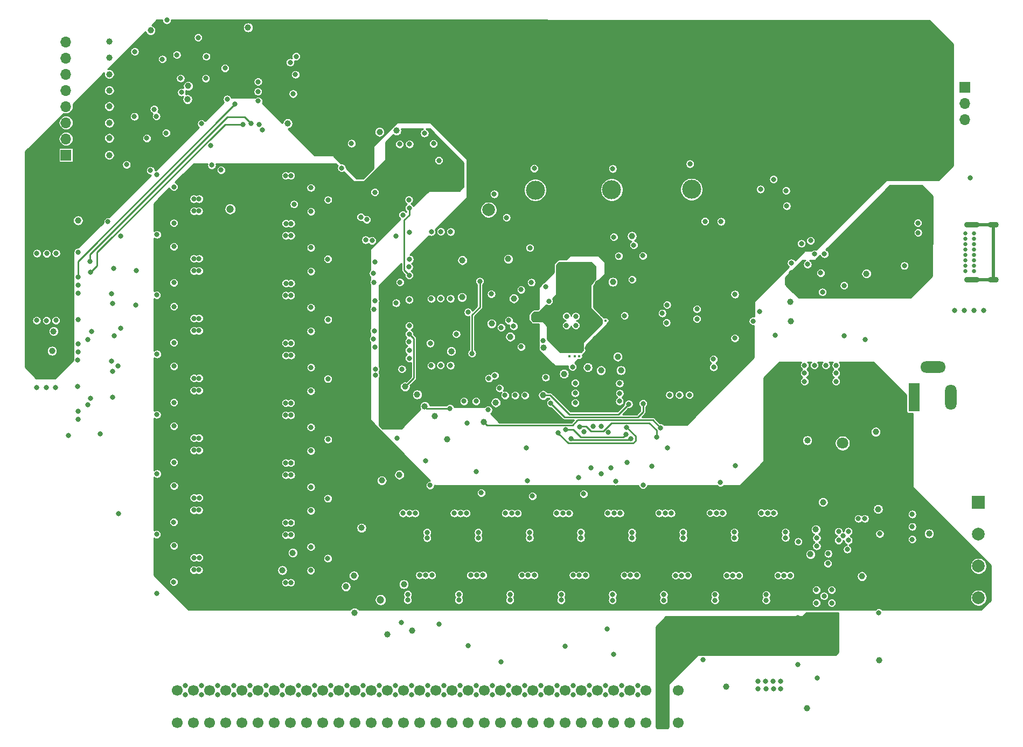
<source format=gbr>
G04 #@! TF.GenerationSoftware,KiCad,Pcbnew,5.1.4*
G04 #@! TF.CreationDate,2019-08-23T02:01:12-04:00*
G04 #@! TF.ProjectId,flipdot_driver,666c6970-646f-4745-9f64-72697665722e,rev?*
G04 #@! TF.SameCoordinates,Original*
G04 #@! TF.FileFunction,Copper,L2,Inr*
G04 #@! TF.FilePolarity,Positive*
%FSLAX46Y46*%
G04 Gerber Fmt 4.6, Leading zero omitted, Abs format (unit mm)*
G04 Created by KiCad (PCBNEW 5.1.4) date 2019-08-23 02:01:12*
%MOMM*%
%LPD*%
G04 APERTURE LIST*
%ADD10C,1.000000*%
%ADD11O,1.700000X0.900000*%
%ADD12O,2.400000X0.900000*%
%ADD13C,0.650000*%
%ADD14O,1.700000X1.700000*%
%ADD15R,1.700000X1.700000*%
%ADD16C,1.200000*%
%ADD17C,1.800000*%
%ADD18C,2.000000*%
%ADD19R,2.000000X2.000000*%
%ADD20R,1.800000X4.400000*%
%ADD21O,1.800000X4.000000*%
%ADD22O,4.000000X1.800000*%
%ADD23C,1.700000*%
%ADD24C,3.000000*%
%ADD25C,0.800000*%
%ADD26C,0.400000*%
%ADD27C,0.250000*%
%ADD28C,0.500000*%
%ADD29C,0.254000*%
G04 APERTURE END LIST*
D10*
X139530000Y-84870000D03*
X139220000Y-72650000D03*
D11*
X215453380Y-67255720D03*
X215453380Y-75905720D03*
D12*
X212073380Y-67255720D03*
X212073380Y-75905720D03*
D13*
X212443380Y-68605720D03*
X212443380Y-69455720D03*
X212443380Y-70305720D03*
X212443380Y-71155720D03*
X212443380Y-72005720D03*
X212443380Y-72855720D03*
X212443380Y-73705720D03*
X212443380Y-74555720D03*
X211093380Y-68605720D03*
X211093380Y-69455720D03*
X211093380Y-70305720D03*
X211093380Y-71155720D03*
X211093380Y-72005720D03*
X211093380Y-72855720D03*
X211093380Y-73705720D03*
X211093380Y-74555720D03*
D10*
X144800000Y-86550000D03*
X124900000Y-93950000D03*
X207950000Y-121000000D03*
X124150000Y-131050000D03*
X116150000Y-114900000D03*
X122800000Y-123750000D03*
X119350000Y-107450000D03*
X122100000Y-106550000D03*
X119000000Y-117750000D03*
X76510000Y-56320000D03*
X76510000Y-53670000D03*
X76510000Y-51270000D03*
X76510000Y-48670000D03*
X76510000Y-46170000D03*
X76510000Y-43620000D03*
X76510000Y-41070000D03*
X76510000Y-38520000D03*
X88910000Y-45470000D03*
X88810000Y-47570000D03*
X83010000Y-36740000D03*
X98320000Y-36290000D03*
X196980000Y-99800000D03*
X186230000Y-101150000D03*
X181330000Y-102150000D03*
X123000000Y-92700000D03*
X126100000Y-95800000D03*
X127650000Y-97350000D03*
X173450000Y-139800000D03*
X194800000Y-122500000D03*
X188900000Y-131850000D03*
X187550000Y-115150000D03*
X197350000Y-111950000D03*
X188700000Y-110850000D03*
X186710000Y-119040000D03*
X197550000Y-135650000D03*
X119000000Y-52700000D03*
X121650000Y-52500000D03*
X150250000Y-75250000D03*
X158650000Y-69050000D03*
X140100000Y-78860000D03*
X195500000Y-74950000D03*
X183600000Y-82400000D03*
X183550000Y-79350000D03*
X156430000Y-88000000D03*
X147980000Y-90690000D03*
X144700000Y-94050000D03*
X130250000Y-87150000D03*
X136600000Y-82800000D03*
X153800000Y-90150000D03*
X151720000Y-89690000D03*
X135400000Y-98250000D03*
X137250000Y-95200000D03*
X104550000Y-51350000D03*
X67530000Y-87090000D03*
X131950000Y-78650000D03*
X71600000Y-66600000D03*
X132000000Y-72850000D03*
X67750000Y-84010000D03*
X112500000Y-125800000D03*
X103700000Y-121550000D03*
X114950000Y-122400000D03*
X105350000Y-118800000D03*
X120250000Y-131600000D03*
X113700000Y-124100000D03*
X115050000Y-128200000D03*
X156930000Y-90140000D03*
X116450000Y-54750000D03*
X155650000Y-76250000D03*
X205350000Y-115800000D03*
X186200000Y-143200000D03*
D14*
X69710000Y-38540000D03*
X69710000Y-41080000D03*
X69710000Y-43620000D03*
X69710000Y-46160000D03*
X69710000Y-48700000D03*
X69710000Y-51240000D03*
X69710000Y-53780000D03*
D15*
X69710000Y-56320000D03*
D16*
X95500000Y-64800000D03*
X97500000Y-64800000D03*
X119150000Y-126200000D03*
X117150000Y-126200000D03*
D17*
X191750000Y-101590000D03*
X191750000Y-106390000D03*
D18*
X213130000Y-125890000D03*
X213130000Y-120890000D03*
D19*
X213130000Y-110890000D03*
D18*
X213130000Y-115890000D03*
D20*
X203010000Y-94400000D03*
D21*
X208810000Y-94400000D03*
D22*
X206010000Y-89600000D03*
D23*
X87233460Y-145468560D03*
X87233460Y-140388560D03*
X89773460Y-145468560D03*
X89773460Y-140388560D03*
X92313460Y-145468560D03*
X92313460Y-140388560D03*
X94853460Y-145468560D03*
X94853460Y-140388560D03*
X97393460Y-145468560D03*
X97393460Y-140388560D03*
X99933460Y-145468560D03*
X99933460Y-140388560D03*
X102473460Y-145468560D03*
X102473460Y-140388560D03*
X105013460Y-145468560D03*
X105013460Y-140388560D03*
X107553460Y-145468560D03*
X107553460Y-140388560D03*
X110093460Y-145468560D03*
X110093460Y-140388560D03*
X112633460Y-145468560D03*
X112633460Y-140388560D03*
X115173460Y-145468560D03*
X115173460Y-140388560D03*
X117713460Y-145468560D03*
X117713460Y-140388560D03*
X120253460Y-145468560D03*
X120253460Y-140388560D03*
X122793460Y-145468560D03*
X122793460Y-140388560D03*
X125333460Y-145468560D03*
X125333460Y-140388560D03*
X127873460Y-145468560D03*
X127873460Y-140388560D03*
X130413460Y-145468560D03*
X130413460Y-140388560D03*
X132953460Y-145468560D03*
X132953460Y-140388560D03*
X135493460Y-145468560D03*
X135493460Y-140388560D03*
X138033460Y-145468560D03*
X138033460Y-140388560D03*
X140573460Y-145468560D03*
X140573460Y-140388560D03*
X143113460Y-145468560D03*
X143113460Y-140388560D03*
X145653460Y-145468560D03*
X145653460Y-140388560D03*
X148193460Y-145468560D03*
X148193460Y-140388560D03*
X150733460Y-145468560D03*
X150733460Y-140388560D03*
X153273460Y-145468560D03*
X153273460Y-140388560D03*
X155813460Y-145468560D03*
X155813460Y-140388560D03*
X158353460Y-145468560D03*
X158353460Y-140388560D03*
X160893460Y-145468560D03*
X160893460Y-140388560D03*
X163433460Y-145468560D03*
X163433460Y-140388560D03*
X165973460Y-145468560D03*
X165973460Y-140388560D03*
D10*
X129600000Y-100950000D03*
D18*
X130733118Y-59534708D03*
X136121272Y-64922862D03*
D24*
X168030000Y-61710000D03*
X155470000Y-61780000D03*
D15*
X210950000Y-45650000D03*
D14*
X210950000Y-48190000D03*
X210950000Y-50730000D03*
D24*
X143460000Y-61830000D03*
D25*
X179880000Y-95100000D03*
X179880000Y-96900000D03*
X182430000Y-93500000D03*
X179880000Y-98450000D03*
X179880000Y-93500000D03*
X182430000Y-98450000D03*
X181130000Y-98450000D03*
X181130000Y-93500000D03*
X204650000Y-120750000D03*
X206550000Y-120750000D03*
X206550000Y-125900000D03*
X204650000Y-125900000D03*
X124310220Y-52675360D03*
X123367880Y-52675360D03*
X128376760Y-55653060D03*
X110448820Y-114840220D03*
X110448820Y-115740220D03*
X110448820Y-96930220D03*
X84388900Y-110946400D03*
X84406680Y-74259760D03*
X84406680Y-73359760D03*
X84419380Y-92145460D03*
X84388900Y-111846400D03*
X84419380Y-93045460D03*
X110448820Y-96030220D03*
X110448820Y-78120220D03*
X110448820Y-77220220D03*
X110448820Y-58410220D03*
X110448820Y-59310220D03*
X84414320Y-102444220D03*
X84401620Y-64863040D03*
X84383840Y-120346240D03*
X110453880Y-105431920D03*
X110461500Y-87535700D03*
X84414320Y-101544220D03*
X110461500Y-86635700D03*
X84406700Y-83652360D03*
X110456420Y-67821700D03*
X110432260Y-123735940D03*
X110453880Y-106331920D03*
X84406700Y-82752360D03*
X84401620Y-63963040D03*
X110456420Y-68721700D03*
X84383840Y-121246240D03*
X180750440Y-109944120D03*
X180745360Y-109075440D03*
X176907420Y-116461760D03*
X176915040Y-115572760D03*
X168869800Y-116464300D03*
X160819480Y-116482080D03*
X152776780Y-116487160D03*
X168877420Y-115575300D03*
X160827100Y-115593080D03*
X152784400Y-115598160D03*
X172707740Y-109077980D03*
X164657420Y-109095760D03*
X156614720Y-109100840D03*
X172712820Y-109946660D03*
X164662500Y-109964440D03*
X156619800Y-109969520D03*
X129293320Y-126225520D03*
X129285700Y-125336520D03*
X125455380Y-118839200D03*
X145378720Y-126230600D03*
X137330940Y-126228060D03*
X153423960Y-126233140D03*
X137323320Y-125339060D03*
X145371100Y-125341600D03*
X153416340Y-125344140D03*
X133493000Y-118841740D03*
X141540780Y-118844280D03*
X149586020Y-118846820D03*
X133487920Y-119710420D03*
X141535700Y-119712960D03*
X149580940Y-119715500D03*
X125450300Y-119707880D03*
X124424140Y-109972060D03*
X124419060Y-109103380D03*
X120581120Y-116489700D03*
X120588740Y-115600700D03*
X128638740Y-115600700D03*
X136688740Y-115600700D03*
X144738740Y-115600700D03*
X132474140Y-109972060D03*
X140524140Y-109972060D03*
X148574140Y-109972060D03*
X132469060Y-109103380D03*
X140519060Y-109103380D03*
X148569060Y-109103380D03*
X128631120Y-116489700D03*
X136681120Y-116489700D03*
X144731120Y-116489700D03*
X181783160Y-119758680D03*
X181788240Y-118890000D03*
X173737500Y-119753600D03*
X165681680Y-119740900D03*
X157633480Y-119735820D03*
X173742580Y-118884920D03*
X165686760Y-118872220D03*
X157638560Y-118867140D03*
X177580520Y-126271240D03*
X169524700Y-126258540D03*
X161476500Y-126253460D03*
X177572900Y-125382240D03*
X169517080Y-125369540D03*
X161468880Y-125364460D03*
X185618560Y-125387320D03*
X185626180Y-126276320D03*
X195370000Y-92860000D03*
X198500000Y-114750000D03*
X198500000Y-112750000D03*
X207750000Y-122300000D03*
X207750000Y-124250000D03*
X198300000Y-116850000D03*
X127108920Y-89392620D03*
X128582120Y-89351980D03*
X130126440Y-89372300D03*
X185780000Y-91900000D03*
X185780000Y-90600000D03*
X187330000Y-89350000D03*
X189130000Y-89350000D03*
X190730000Y-90600000D03*
X190730000Y-91900000D03*
X190730000Y-89350000D03*
X185780000Y-89350000D03*
X87710000Y-44270000D03*
X87860000Y-46470000D03*
X83910000Y-50220000D03*
X83560000Y-49120000D03*
X167685820Y-94014040D03*
X166108480Y-94008960D03*
X164571780Y-94014040D03*
X149737380Y-92131900D03*
X149732300Y-93709240D03*
X149737380Y-95245940D03*
X132900000Y-81000000D03*
X180875000Y-138975000D03*
X180900000Y-140150000D03*
X179675000Y-138975000D03*
X179700000Y-140150000D03*
X178475000Y-138975000D03*
X178500000Y-140150000D03*
X122128360Y-54605760D03*
X128305640Y-57173920D03*
X123690460Y-54600680D03*
X158676400Y-75882640D03*
X191884780Y-116162420D03*
X192682340Y-116843140D03*
X192682340Y-115456300D03*
X191125320Y-115463920D03*
X191125320Y-116843140D03*
X195240120Y-113431920D03*
X194241900Y-113434460D03*
X189492100Y-118933560D03*
X187693780Y-117757540D03*
X187693780Y-116485000D03*
X149818820Y-81659380D03*
X148376100Y-81649220D03*
X149818820Y-83081780D03*
X66626440Y-92857540D03*
X68099640Y-92816900D03*
X65082120Y-92837220D03*
X66641680Y-82326700D03*
X68114880Y-82286060D03*
X65097360Y-82306380D03*
X66669620Y-71788240D03*
X68142820Y-71747600D03*
X65125300Y-71767920D03*
X99877580Y-46355220D03*
X99918220Y-47828420D03*
X99897900Y-44810900D03*
X128610060Y-68354160D03*
X127136860Y-68394800D03*
X110853880Y-110281920D03*
X108199488Y-112189216D03*
X105063140Y-76481020D03*
X105045360Y-95288480D03*
X104263140Y-76481020D03*
X90612680Y-63210580D03*
X108191868Y-93394816D03*
X86678872Y-117676556D03*
X90625380Y-119570220D03*
X104252980Y-114082880D03*
X89820300Y-100774360D03*
X89825380Y-119570220D03*
X105052980Y-114082880D03*
X83972872Y-97101796D03*
X83960172Y-78316096D03*
X110895328Y-82176556D03*
X108195328Y-61453884D03*
X110848820Y-119690220D03*
X108195328Y-117883884D03*
X105048820Y-115990220D03*
X104248820Y-115990220D03*
X86642392Y-113990064D03*
X90619380Y-93295460D03*
X83942392Y-115902736D03*
X110895328Y-63366556D03*
X110895328Y-100986556D03*
X104248820Y-59560220D03*
X86672872Y-95189124D03*
X90606680Y-74509760D03*
X89819380Y-93295460D03*
X89806680Y-74509760D03*
X90588900Y-112096400D03*
X89788900Y-112096400D03*
X108195328Y-99073884D03*
X104248820Y-97180220D03*
X105048820Y-97180220D03*
X108195328Y-80263884D03*
X104248820Y-78370220D03*
X105048820Y-59560220D03*
X105048820Y-78370220D03*
X89783840Y-121496240D03*
X105061500Y-87785700D03*
X104256420Y-68971700D03*
X86637332Y-123389904D03*
X90583840Y-121496240D03*
X104253880Y-106581920D03*
X89814320Y-102694220D03*
X90606700Y-83902360D03*
X89806700Y-83902360D03*
X86660192Y-85796024D03*
X105053880Y-106581920D03*
X86655112Y-67006704D03*
X90614320Y-102694220D03*
X90601620Y-65113040D03*
X108208008Y-89679364D03*
X105062740Y-67088200D03*
X89810540Y-72592920D03*
X86676732Y-89488936D03*
X89828320Y-110174820D03*
X90610540Y-72592920D03*
X89823240Y-91382600D03*
X104250040Y-85884060D03*
X104232260Y-123485940D03*
X90628320Y-110174820D03*
X108178768Y-121592276D03*
X86681812Y-108281156D03*
X105052580Y-104682460D03*
X90623240Y-91382600D03*
X86667812Y-104587884D03*
X104261500Y-87785700D03*
X89801620Y-65113040D03*
X86673792Y-98880696D03*
X104245360Y-95288480D03*
X86666172Y-61316916D03*
X90620300Y-100774360D03*
X90615220Y-81975960D03*
X89815220Y-81975960D03*
X89812680Y-63210580D03*
X108209648Y-74587356D03*
X108202928Y-70865364D03*
X108200388Y-108475584D03*
X105056420Y-68971700D03*
X105050040Y-85884060D03*
X104262740Y-67088200D03*
X108196548Y-83990396D03*
X108209248Y-65194536D03*
X104252580Y-104682460D03*
X86664032Y-70699256D03*
X110861500Y-91485700D03*
X83983840Y-125196240D03*
X84001620Y-68813040D03*
X84006700Y-87602360D03*
X84014320Y-106394220D03*
X105032260Y-123485940D03*
X108199088Y-102788796D03*
X110856420Y-72671700D03*
X138714180Y-94064040D03*
X140291520Y-94058960D03*
X141828220Y-94064040D03*
X180920620Y-112557780D03*
X182782440Y-115570220D03*
X182790060Y-116459220D03*
X178997840Y-112552700D03*
X179975740Y-112557780D03*
X170960220Y-112555240D03*
X162909900Y-112573020D03*
X154867200Y-112578100D03*
X174752440Y-116461760D03*
X166702120Y-116479540D03*
X158659420Y-116484620D03*
X172883000Y-112560320D03*
X164832680Y-112578100D03*
X156789980Y-112583180D03*
X171938120Y-112560320D03*
X163887800Y-112578100D03*
X155845100Y-112583180D03*
X174744820Y-115572760D03*
X166694500Y-115590540D03*
X158651800Y-115595620D03*
X127202900Y-122316460D03*
X123410680Y-126222980D03*
X125280120Y-122321540D03*
X143288300Y-122321540D03*
X151333540Y-122324080D03*
X135240520Y-122319000D03*
X131448300Y-126225520D03*
X139496080Y-126228060D03*
X147541320Y-126230600D03*
X133317740Y-122324080D03*
X141365520Y-122326620D03*
X149410760Y-122329160D03*
X134262620Y-122324080D03*
X142310400Y-122326620D03*
X150355640Y-122329160D03*
X131455920Y-125336520D03*
X139503700Y-125339060D03*
X147548940Y-125341600D03*
X126225000Y-122321540D03*
X123418300Y-125333980D03*
X124594320Y-112585720D03*
X126456140Y-115598160D03*
X126463760Y-116487160D03*
X122671540Y-112580640D03*
X142556140Y-115598160D03*
X132644320Y-112585720D03*
X140694320Y-112585720D03*
X134506140Y-115598160D03*
X148744320Y-112585720D03*
X150606140Y-115598160D03*
X134513760Y-116487160D03*
X142563760Y-116487160D03*
X150613760Y-116487160D03*
X130721540Y-112580640D03*
X138771540Y-112580640D03*
X146821540Y-112580640D03*
X131699440Y-112585720D03*
X139749440Y-112585720D03*
X147799440Y-112585720D03*
X123649440Y-112585720D03*
X179751160Y-125384780D03*
X179743540Y-126273780D03*
X181612980Y-122372340D03*
X182557860Y-122372340D03*
X183535760Y-122367260D03*
X173567320Y-122367260D03*
X165511500Y-122354560D03*
X157463300Y-122349480D03*
X171705500Y-125379700D03*
X163649680Y-125367000D03*
X155601480Y-125361920D03*
X171697880Y-126268700D03*
X163642060Y-126256000D03*
X155593860Y-126250920D03*
X175490100Y-122362180D03*
X167434280Y-122349480D03*
X159386080Y-122344400D03*
X174512200Y-122367260D03*
X166456380Y-122354560D03*
X158408180Y-122349480D03*
X156717700Y-93759240D03*
X156700000Y-95000000D03*
X83979720Y-59428600D03*
X86663976Y-76380171D03*
X86673147Y-80109932D03*
X128582120Y-78851980D03*
X163415440Y-81171700D03*
X164174900Y-79855980D03*
X164088540Y-82649980D03*
X168865800Y-82080800D03*
X168865800Y-80506000D03*
X171479460Y-88397780D03*
X171489620Y-89639840D03*
X148365940Y-83081780D03*
X157489620Y-81547620D03*
X203628660Y-68516400D03*
X203593100Y-67000020D03*
X209361100Y-80750120D03*
X210897800Y-80752660D03*
X213940720Y-80739960D03*
X212439580Y-80739960D03*
X201485580Y-73704980D03*
X174827780Y-85084060D03*
X174830320Y-78195580D03*
X197455000Y-128196940D03*
X156567460Y-72180360D03*
X195320000Y-85310000D03*
X182050000Y-140150000D03*
X182025000Y-138975000D03*
X202700000Y-112750000D03*
X202700000Y-114700000D03*
X202700000Y-116700000D03*
X134150000Y-95000000D03*
X132250000Y-95000000D03*
X114570000Y-54500000D03*
X155800000Y-69200000D03*
X184750000Y-136400000D03*
X80460000Y-50270000D03*
X82410000Y-53670000D03*
X80510000Y-40070000D03*
X85560000Y-35120000D03*
X187800000Y-138500000D03*
X136550000Y-78150000D03*
X136150000Y-91400000D03*
X136062653Y-96337347D03*
X132750000Y-98400000D03*
X153867817Y-106382183D03*
X152250000Y-105500000D03*
X118150000Y-83950000D03*
X118250000Y-73100000D03*
X76900000Y-78083290D03*
X76850000Y-88700000D03*
X75050000Y-100100000D03*
X127108920Y-78892620D03*
X130126440Y-78872300D03*
X130154380Y-68374480D03*
X156712620Y-92181900D03*
X164250000Y-102300000D03*
X142100000Y-102300000D03*
X121750000Y-100800000D03*
X144695710Y-85454953D03*
X211850000Y-59900000D03*
X183715740Y-73273080D03*
X185293180Y-70230260D03*
X186733160Y-69760360D03*
X187330060Y-71873640D03*
X188600000Y-77850000D03*
X186250000Y-73500000D03*
X90480000Y-37870000D03*
X87120000Y-40580000D03*
X192000000Y-76820000D03*
X118240000Y-62170000D03*
X149320000Y-89590000D03*
X143290000Y-58420000D03*
X155620000Y-58470000D03*
X167790000Y-57710000D03*
X180910000Y-60130000D03*
X192050000Y-84720000D03*
X181160000Y-84660000D03*
X142840000Y-76330000D03*
X142620000Y-70910000D03*
X141230000Y-77480000D03*
X138940000Y-66140000D03*
X137010000Y-62450000D03*
X92450000Y-54850000D03*
X84850000Y-41270000D03*
X184750000Y-129000000D03*
X188850000Y-125600000D03*
X187650000Y-124625000D03*
X190050000Y-124625000D03*
X190050000Y-126675000D03*
X187650000Y-126675000D03*
X189443740Y-120470260D03*
X187800000Y-130500000D03*
X190200000Y-130500000D03*
X187800000Y-133250000D03*
X190200000Y-133250000D03*
X122409920Y-129730720D03*
X121523461Y-141088277D03*
X121523461Y-139688843D03*
X159623461Y-141088277D03*
X159623459Y-139688843D03*
X169801240Y-135567640D03*
X124063461Y-141088277D03*
X124063461Y-139688843D03*
X157083459Y-141088277D03*
X157083461Y-139688843D03*
X128307800Y-129984720D03*
X126603459Y-141088277D03*
X126603459Y-139688843D03*
X154543459Y-141088277D03*
X154543461Y-139688843D03*
X155749960Y-134767540D03*
X129143461Y-141088277D03*
X129143461Y-139688843D03*
X152003461Y-141088277D03*
X152003461Y-139688843D03*
X132945840Y-133406100D03*
X131683459Y-141088277D03*
X131683461Y-139688843D03*
X149463459Y-141088277D03*
X149463461Y-139688843D03*
X154746660Y-130805140D03*
X134223461Y-141088277D03*
X134223461Y-139688843D03*
X146923461Y-141088277D03*
X146923459Y-139688843D03*
X138041080Y-135933400D03*
X136763461Y-141088277D03*
X136763459Y-139688843D03*
X144383461Y-141088277D03*
X144383459Y-139688843D03*
X148196000Y-133459440D03*
X139303459Y-141088277D03*
X139303459Y-139688843D03*
X141843461Y-141088277D03*
X141843461Y-139688843D03*
X148250000Y-99489141D03*
X157725153Y-100199847D03*
X145100000Y-91250000D03*
X162550000Y-100650000D03*
X141237500Y-86449999D03*
X150410000Y-98990000D03*
X94690000Y-42680000D03*
X123650000Y-87000000D03*
X122199999Y-76300000D03*
X73100000Y-85300000D03*
X73150000Y-95550000D03*
X73600000Y-74718300D03*
X97500000Y-51500000D03*
X122642347Y-65732347D03*
X90990000Y-51400000D03*
X71650000Y-97850000D03*
X71650000Y-87300000D03*
X123600000Y-63350000D03*
X123650000Y-84450000D03*
X123600000Y-73900000D03*
X71600000Y-76750000D03*
X131050000Y-84450000D03*
X95050000Y-47550000D03*
X123650000Y-88250000D03*
X73707270Y-84073229D03*
X73500000Y-73050000D03*
X98800000Y-51400000D03*
X121556083Y-69095134D03*
X157850000Y-99125010D03*
X139300000Y-82300000D03*
X137099999Y-90968001D03*
X147095000Y-99975000D03*
X121579369Y-79560000D03*
X73540000Y-94520000D03*
X85450000Y-52850000D03*
X149100000Y-100850000D03*
X158500000Y-100850000D03*
X158150000Y-95450000D03*
X71600001Y-96550000D03*
X71600000Y-75500000D03*
X71600001Y-86000000D03*
X123649999Y-75200000D03*
X123649999Y-64650000D03*
X96250000Y-48350000D03*
X126950000Y-85900000D03*
X123630000Y-85640000D03*
X163175773Y-99174227D03*
X184800000Y-117050000D03*
X174911720Y-105105420D03*
X126920500Y-108196600D03*
X134193720Y-106031780D03*
X172546980Y-107780040D03*
X161823100Y-105185690D03*
X134970500Y-109385320D03*
X142249860Y-107515880D03*
X160393080Y-108155960D03*
X157903880Y-104589800D03*
X143020500Y-109900940D03*
X150305640Y-107020580D03*
X156095400Y-107584460D03*
X155329980Y-105452520D03*
X151066160Y-109563120D03*
X118983459Y-141088277D03*
X118983461Y-139688843D03*
X118326814Y-90929340D03*
X116443459Y-141088277D03*
X116443459Y-139688843D03*
X113903461Y-141088277D03*
X113903459Y-139688843D03*
X118234160Y-86474520D03*
X118114780Y-80541080D03*
X111363461Y-141088277D03*
X111363461Y-139688843D03*
X118137640Y-76327220D03*
X108823461Y-141088277D03*
X108823459Y-139688843D03*
X106283461Y-141088277D03*
X106283459Y-139688843D03*
X117807440Y-69761320D03*
X116964280Y-66464280D03*
X103743461Y-141088277D03*
X103743461Y-139688843D03*
X105550000Y-64050000D03*
X94086380Y-58681840D03*
X101203461Y-141088277D03*
X101203461Y-139688843D03*
X98663461Y-141088277D03*
X98663459Y-139688843D03*
X76294600Y-66794600D03*
X96123459Y-141088277D03*
X96123461Y-139688843D03*
X80770600Y-74466500D03*
X80695237Y-79907783D03*
X93583461Y-141088277D03*
X93583461Y-139688843D03*
X91043461Y-141088277D03*
X91043459Y-139688843D03*
X78325680Y-83549370D03*
X88503461Y-141088277D03*
X88503461Y-139688843D03*
X77900000Y-89500000D03*
X77040867Y-94358253D03*
X122500000Y-89950000D03*
X138116624Y-83416624D03*
X160400000Y-95350000D03*
X145900000Y-95300000D03*
X130050000Y-96126998D03*
X140050000Y-83200000D03*
X137850000Y-92950000D03*
X113024981Y-58350000D03*
X105400000Y-46700000D03*
X126195500Y-104350000D03*
X118330852Y-89929346D03*
X118043660Y-85257860D03*
X118264640Y-79227900D03*
X118020800Y-74917520D03*
X116813449Y-69651837D03*
X116042140Y-66052920D03*
X100590220Y-52377622D03*
X92610000Y-57920000D03*
X82994200Y-58740260D03*
X78320600Y-69090760D03*
X77164900Y-74152980D03*
X77030280Y-79659700D03*
X77274120Y-84742240D03*
X77068380Y-90307380D03*
X77996880Y-112659380D03*
X152529803Y-98970197D03*
X154963671Y-99913671D03*
X151150000Y-99800000D03*
X153814517Y-98964517D03*
X100052840Y-51534280D03*
X71550000Y-88500000D03*
X71550000Y-92700000D03*
X123650000Y-83150000D03*
X123650000Y-79050000D03*
X71600000Y-71600000D03*
X123700000Y-72700000D03*
X123700000Y-68500000D03*
X71600000Y-82150000D03*
X71600000Y-78000000D03*
X70120000Y-100390000D03*
X79230000Y-57820000D03*
X150247200Y-73742560D03*
X148797200Y-73742560D03*
X148797200Y-75242560D03*
X151931860Y-75241060D03*
D26*
X152818560Y-82385820D03*
D25*
X146184080Y-85322060D03*
D26*
X153631360Y-82375660D03*
D25*
X143395060Y-81771140D03*
X147319460Y-78425760D03*
X151947200Y-73742560D03*
X148400000Y-78350000D03*
X150398703Y-86371290D03*
D26*
X154543220Y-82314700D03*
D25*
X183720000Y-74840000D03*
X188892260Y-73412880D03*
X185262600Y-74822580D03*
X203560000Y-64200000D03*
X188915120Y-71860940D03*
X188325840Y-74847980D03*
X145100000Y-77000000D03*
X133515518Y-87475486D03*
X134750000Y-76150000D03*
X105760000Y-43670000D03*
X197599780Y-115816980D03*
X192509620Y-118262900D03*
X127460000Y-54520000D03*
X126052660Y-52898880D03*
X160370000Y-72140000D03*
X158929660Y-70478560D03*
X178726580Y-80921100D03*
X177705600Y-82406900D03*
X91760000Y-40850000D03*
X105880000Y-40830000D03*
X91670000Y-44280000D03*
X104950000Y-41780000D03*
X172657121Y-66767131D03*
X170129326Y-66749326D03*
X157187220Y-70255040D03*
X156244880Y-70255040D03*
X183720000Y-70230000D03*
X130172160Y-72372440D03*
X153250000Y-76450000D03*
X130144220Y-93370260D03*
X128599900Y-93370260D03*
X127106380Y-93360100D03*
X82360000Y-46520000D03*
X166088160Y-97989140D03*
X167637560Y-97989140D03*
X164551460Y-97989140D03*
X138500000Y-87950000D03*
X138500000Y-86450000D03*
X136000000Y-87300000D03*
X134500000Y-87300000D03*
X153202100Y-88179700D03*
X68102180Y-88849420D03*
X65064340Y-88839260D03*
X66608660Y-88839260D03*
X68117420Y-78318580D03*
X65079580Y-78308420D03*
X66623900Y-78308420D03*
X68145360Y-67780120D03*
X65107520Y-67769960D03*
X66651840Y-67769960D03*
X103885700Y-47830960D03*
X103895860Y-44793120D03*
X103895860Y-46337440D03*
X127134320Y-72362280D03*
X128627840Y-72372440D03*
X140311840Y-98039140D03*
X138762440Y-98039140D03*
X141848540Y-98039140D03*
X152737520Y-92230160D03*
X152737520Y-93779560D03*
X152737520Y-95316260D03*
X130144220Y-82870260D03*
X128599900Y-82870260D03*
X127106380Y-82860100D03*
X165259000Y-80564420D03*
X165259000Y-82055400D03*
X143415380Y-83302760D03*
X151667940Y-86650580D03*
X153300000Y-78700000D03*
X183723260Y-71756800D03*
X188272600Y-69757820D03*
X176351780Y-85084060D03*
X176374640Y-78187960D03*
X143150000Y-89850000D03*
X131600000Y-90600000D03*
X131850000Y-92050000D03*
X151500000Y-70350000D03*
X80460000Y-54770000D03*
X80510000Y-44520000D03*
X85610000Y-40620000D03*
X116260000Y-58260000D03*
X117400000Y-55850000D03*
X117350000Y-57400000D03*
X116250000Y-56450000D03*
X143150000Y-88350000D03*
X171900000Y-81000000D03*
X119550000Y-98600000D03*
X153171620Y-80239520D03*
X178920000Y-64060000D03*
X165540000Y-52730000D03*
X153520000Y-52860000D03*
X178040000Y-52730000D03*
X159774351Y-76114351D03*
D26*
X150399169Y-87974497D03*
D25*
X178850000Y-61690000D03*
D26*
X149698296Y-87979690D03*
D25*
X182880000Y-61920000D03*
X145590000Y-79260000D03*
D26*
X148850000Y-87979690D03*
D25*
X182970000Y-64320000D03*
D27*
X149436835Y-99489141D02*
X148250000Y-99489141D01*
X150586366Y-100638672D02*
X149436835Y-99489141D01*
X157725153Y-100199847D02*
X157286328Y-100638672D01*
X157286328Y-100638672D02*
X150586366Y-100638672D01*
X162550000Y-99550000D02*
X161400010Y-98400010D01*
X162550000Y-100650000D02*
X162550000Y-99550000D01*
X154156838Y-99695198D02*
X152181802Y-99695198D01*
X152181802Y-99695198D02*
X151436604Y-98950000D01*
X161400010Y-98400010D02*
X155452026Y-98400010D01*
X155452026Y-98400010D02*
X154156838Y-99695198D01*
X151436604Y-98950000D02*
X150450000Y-98950000D01*
X150450000Y-98950000D02*
X150410000Y-98990000D01*
X74600000Y-73718300D02*
X73600000Y-74718300D01*
X74600000Y-71626998D02*
X74600000Y-73718300D01*
X94726998Y-51500000D02*
X74600000Y-71626998D01*
X97500000Y-51500000D02*
X94726998Y-51500000D01*
X124375001Y-91324999D02*
X124375001Y-85175001D01*
X124375001Y-85175001D02*
X123650000Y-84450000D01*
X123000000Y-92700000D02*
X124375001Y-91324999D01*
X159225001Y-101198001D02*
X159225001Y-100500011D01*
X158848001Y-101575001D02*
X159225001Y-101198001D01*
X148625001Y-101575001D02*
X158848001Y-101575001D01*
X159225001Y-100500011D02*
X157850000Y-99125010D01*
X73500000Y-73050000D02*
X73500000Y-71900000D01*
X73500000Y-71900000D02*
X95050000Y-50350000D01*
X97750000Y-50350000D02*
X98800000Y-51400000D01*
X95050000Y-50350000D02*
X97750000Y-50350000D01*
X147150000Y-100100000D02*
X148625001Y-101575001D01*
X158250000Y-101100000D02*
X158500000Y-100850000D01*
X149350000Y-101100000D02*
X158250000Y-101100000D01*
X149100000Y-100850000D02*
X149350000Y-101100000D01*
X148799980Y-97049980D02*
X156550020Y-97049980D01*
X156550020Y-97049980D02*
X158150000Y-95450000D01*
X145800000Y-94050000D02*
X148799980Y-97049980D01*
X144700000Y-94050000D02*
X145800000Y-94050000D01*
X123649999Y-75200000D02*
X122874999Y-74425000D01*
X122874999Y-66525001D02*
X123649999Y-65750001D01*
X123649999Y-65750001D02*
X123649999Y-64650000D01*
X122874999Y-74425000D02*
X122874999Y-66525001D01*
X71600000Y-75500000D02*
X71600000Y-73000000D01*
X71600000Y-73000000D02*
X96250000Y-48350000D01*
X150150000Y-97950000D02*
X161951546Y-97950000D01*
X161951546Y-97950000D02*
X163175773Y-99174227D01*
X135914141Y-98764141D02*
X149335859Y-98764141D01*
X149335859Y-98764141D02*
X150050000Y-98050000D01*
X135400000Y-98250000D02*
X135914141Y-98764141D01*
X150050000Y-98050000D02*
X150150000Y-97950000D01*
X160400000Y-96700000D02*
X159600010Y-97499990D01*
X160400000Y-95350000D02*
X160400000Y-96700000D01*
X159600010Y-97499990D02*
X148099990Y-97499990D01*
X148099990Y-97499990D02*
X145900000Y-95300000D01*
X126426998Y-96126998D02*
X126100000Y-95800000D01*
X130050000Y-96126998D02*
X126426998Y-96126998D01*
X133515518Y-87475486D02*
X133515518Y-81457484D01*
X134750000Y-80223002D02*
X134750000Y-76150000D01*
X133515518Y-81457484D02*
X134750000Y-80223002D01*
D28*
X212073380Y-67255720D02*
X215453380Y-67255720D01*
X212073380Y-75905720D02*
X215453380Y-75905720D01*
X215453380Y-75905720D02*
X215453380Y-67255720D01*
D29*
G36*
X191073000Y-134422394D02*
G01*
X190672394Y-134823000D01*
X169050000Y-134823000D01*
X169025224Y-134825440D01*
X169001399Y-134832667D01*
X168979443Y-134844403D01*
X168960197Y-134860197D01*
X164460197Y-139360197D01*
X164444403Y-139379443D01*
X164432667Y-139401399D01*
X164425440Y-139425224D01*
X164423000Y-139450000D01*
X164423000Y-146197394D01*
X164222394Y-146398000D01*
X162627606Y-146398000D01*
X162427000Y-146197394D01*
X162427000Y-130402037D01*
X163978173Y-128827000D01*
X185425000Y-128827000D01*
X185449776Y-128824560D01*
X185473601Y-128817333D01*
X185495557Y-128805597D01*
X185514803Y-128789803D01*
X186077606Y-128227000D01*
X191073000Y-128227000D01*
X191073000Y-134422394D01*
X191073000Y-134422394D01*
G37*
X191073000Y-134422394D02*
X190672394Y-134823000D01*
X169050000Y-134823000D01*
X169025224Y-134825440D01*
X169001399Y-134832667D01*
X168979443Y-134844403D01*
X168960197Y-134860197D01*
X164460197Y-139360197D01*
X164444403Y-139379443D01*
X164432667Y-139401399D01*
X164425440Y-139425224D01*
X164423000Y-139450000D01*
X164423000Y-146197394D01*
X164222394Y-146398000D01*
X162627606Y-146398000D01*
X162427000Y-146197394D01*
X162427000Y-130402037D01*
X163978173Y-128827000D01*
X185425000Y-128827000D01*
X185449776Y-128824560D01*
X185473601Y-128817333D01*
X185495557Y-128805597D01*
X185514803Y-128789803D01*
X186077606Y-128227000D01*
X191073000Y-128227000D01*
X191073000Y-134422394D01*
G36*
X152883924Y-73802606D02*
G01*
X152883924Y-75820248D01*
X152786564Y-75885302D01*
X152685302Y-75986564D01*
X152605741Y-76105636D01*
X152550938Y-76237942D01*
X152540401Y-76290917D01*
X152171121Y-76660197D01*
X152155327Y-76679443D01*
X152143591Y-76701399D01*
X152136364Y-76725224D01*
X152133924Y-76750000D01*
X152133924Y-80350000D01*
X152136364Y-80374776D01*
X152143591Y-80398601D01*
X152155327Y-80420557D01*
X152171121Y-80439803D01*
X153933924Y-82202606D01*
X153933924Y-82747394D01*
X151021121Y-85660197D01*
X151005327Y-85679443D01*
X150993591Y-85701399D01*
X150986364Y-85725224D01*
X150983924Y-85750000D01*
X150983924Y-86402198D01*
X150968878Y-86438522D01*
X150940940Y-86578977D01*
X150940940Y-86722183D01*
X150968878Y-86862638D01*
X150983924Y-86898962D01*
X150983924Y-86947394D01*
X150708318Y-87223000D01*
X147363530Y-87223000D01*
X145397589Y-85257059D01*
X145394772Y-85242895D01*
X145339969Y-85110589D01*
X145337924Y-85107528D01*
X145337924Y-83200000D01*
X145335484Y-83175224D01*
X145328257Y-83151399D01*
X145316521Y-83129443D01*
X145300727Y-83110197D01*
X145200707Y-83010177D01*
X147638940Y-83010177D01*
X147638940Y-83153383D01*
X147666878Y-83293838D01*
X147721681Y-83426144D01*
X147801242Y-83545216D01*
X147902504Y-83646478D01*
X148021576Y-83726039D01*
X148153882Y-83780842D01*
X148294337Y-83808780D01*
X148437543Y-83808780D01*
X148577998Y-83780842D01*
X148710304Y-83726039D01*
X148829376Y-83646478D01*
X148930638Y-83545216D01*
X149010199Y-83426144D01*
X149065002Y-83293838D01*
X149092380Y-83156198D01*
X149119758Y-83293838D01*
X149174561Y-83426144D01*
X149254122Y-83545216D01*
X149355384Y-83646478D01*
X149474456Y-83726039D01*
X149606762Y-83780842D01*
X149747217Y-83808780D01*
X149890423Y-83808780D01*
X150030878Y-83780842D01*
X150163184Y-83726039D01*
X150282256Y-83646478D01*
X150383518Y-83545216D01*
X150463079Y-83426144D01*
X150517882Y-83293838D01*
X150545820Y-83153383D01*
X150545820Y-83010177D01*
X150517882Y-82869722D01*
X150463079Y-82737416D01*
X150383518Y-82618344D01*
X150282256Y-82517082D01*
X150163184Y-82437521D01*
X150030878Y-82382718D01*
X149969856Y-82370580D01*
X150030878Y-82358442D01*
X150163184Y-82303639D01*
X150282256Y-82224078D01*
X150383518Y-82122816D01*
X150463079Y-82003744D01*
X150517882Y-81871438D01*
X150545820Y-81730983D01*
X150545820Y-81587777D01*
X150517882Y-81447322D01*
X150463079Y-81315016D01*
X150383518Y-81195944D01*
X150282256Y-81094682D01*
X150163184Y-81015121D01*
X150030878Y-80960318D01*
X149890423Y-80932380D01*
X149747217Y-80932380D01*
X149606762Y-80960318D01*
X149474456Y-81015121D01*
X149355384Y-81094682D01*
X149254122Y-81195944D01*
X149174561Y-81315016D01*
X149119758Y-81447322D01*
X149098470Y-81554343D01*
X149075162Y-81437162D01*
X149020359Y-81304856D01*
X148940798Y-81185784D01*
X148839536Y-81084522D01*
X148720464Y-81004961D01*
X148588158Y-80950158D01*
X148447703Y-80922220D01*
X148304497Y-80922220D01*
X148164042Y-80950158D01*
X148031736Y-81004961D01*
X147912664Y-81084522D01*
X147811402Y-81185784D01*
X147731841Y-81304856D01*
X147677038Y-81437162D01*
X147649100Y-81577617D01*
X147649100Y-81720823D01*
X147677038Y-81861278D01*
X147731841Y-81993584D01*
X147811402Y-82112656D01*
X147912664Y-82213918D01*
X148031736Y-82293479D01*
X148164042Y-82348282D01*
X148245523Y-82364490D01*
X148153882Y-82382718D01*
X148021576Y-82437521D01*
X147902504Y-82517082D01*
X147801242Y-82618344D01*
X147721681Y-82737416D01*
X147666878Y-82869722D01*
X147638940Y-83010177D01*
X145200707Y-83010177D01*
X144650727Y-82460197D01*
X144631481Y-82444403D01*
X144609525Y-82432667D01*
X144585700Y-82425440D01*
X144560924Y-82423000D01*
X143163530Y-82423000D01*
X142887924Y-82147394D01*
X142887924Y-81452606D01*
X143313530Y-81027000D01*
X144010924Y-81027000D01*
X144035700Y-81024560D01*
X144059525Y-81017333D01*
X144081481Y-81005597D01*
X144100727Y-80989803D01*
X145210049Y-79880481D01*
X145245636Y-79904259D01*
X145377942Y-79959062D01*
X145518397Y-79987000D01*
X145661603Y-79987000D01*
X145802058Y-79959062D01*
X145934364Y-79904259D01*
X146053436Y-79824698D01*
X146154698Y-79723436D01*
X146234259Y-79604364D01*
X146289062Y-79472058D01*
X146317000Y-79331603D01*
X146317000Y-79188397D01*
X146289062Y-79047942D01*
X146234259Y-78915636D01*
X146210481Y-78880049D01*
X146800727Y-78289803D01*
X146816521Y-78270557D01*
X146828257Y-78248601D01*
X146835484Y-78224776D01*
X146837924Y-78200000D01*
X146837924Y-73602606D01*
X147263530Y-73177000D01*
X152258318Y-73177000D01*
X152883924Y-73802606D01*
X152883924Y-73802606D01*
G37*
X152883924Y-73802606D02*
X152883924Y-75820248D01*
X152786564Y-75885302D01*
X152685302Y-75986564D01*
X152605741Y-76105636D01*
X152550938Y-76237942D01*
X152540401Y-76290917D01*
X152171121Y-76660197D01*
X152155327Y-76679443D01*
X152143591Y-76701399D01*
X152136364Y-76725224D01*
X152133924Y-76750000D01*
X152133924Y-80350000D01*
X152136364Y-80374776D01*
X152143591Y-80398601D01*
X152155327Y-80420557D01*
X152171121Y-80439803D01*
X153933924Y-82202606D01*
X153933924Y-82747394D01*
X151021121Y-85660197D01*
X151005327Y-85679443D01*
X150993591Y-85701399D01*
X150986364Y-85725224D01*
X150983924Y-85750000D01*
X150983924Y-86402198D01*
X150968878Y-86438522D01*
X150940940Y-86578977D01*
X150940940Y-86722183D01*
X150968878Y-86862638D01*
X150983924Y-86898962D01*
X150983924Y-86947394D01*
X150708318Y-87223000D01*
X147363530Y-87223000D01*
X145397589Y-85257059D01*
X145394772Y-85242895D01*
X145339969Y-85110589D01*
X145337924Y-85107528D01*
X145337924Y-83200000D01*
X145335484Y-83175224D01*
X145328257Y-83151399D01*
X145316521Y-83129443D01*
X145300727Y-83110197D01*
X145200707Y-83010177D01*
X147638940Y-83010177D01*
X147638940Y-83153383D01*
X147666878Y-83293838D01*
X147721681Y-83426144D01*
X147801242Y-83545216D01*
X147902504Y-83646478D01*
X148021576Y-83726039D01*
X148153882Y-83780842D01*
X148294337Y-83808780D01*
X148437543Y-83808780D01*
X148577998Y-83780842D01*
X148710304Y-83726039D01*
X148829376Y-83646478D01*
X148930638Y-83545216D01*
X149010199Y-83426144D01*
X149065002Y-83293838D01*
X149092380Y-83156198D01*
X149119758Y-83293838D01*
X149174561Y-83426144D01*
X149254122Y-83545216D01*
X149355384Y-83646478D01*
X149474456Y-83726039D01*
X149606762Y-83780842D01*
X149747217Y-83808780D01*
X149890423Y-83808780D01*
X150030878Y-83780842D01*
X150163184Y-83726039D01*
X150282256Y-83646478D01*
X150383518Y-83545216D01*
X150463079Y-83426144D01*
X150517882Y-83293838D01*
X150545820Y-83153383D01*
X150545820Y-83010177D01*
X150517882Y-82869722D01*
X150463079Y-82737416D01*
X150383518Y-82618344D01*
X150282256Y-82517082D01*
X150163184Y-82437521D01*
X150030878Y-82382718D01*
X149969856Y-82370580D01*
X150030878Y-82358442D01*
X150163184Y-82303639D01*
X150282256Y-82224078D01*
X150383518Y-82122816D01*
X150463079Y-82003744D01*
X150517882Y-81871438D01*
X150545820Y-81730983D01*
X150545820Y-81587777D01*
X150517882Y-81447322D01*
X150463079Y-81315016D01*
X150383518Y-81195944D01*
X150282256Y-81094682D01*
X150163184Y-81015121D01*
X150030878Y-80960318D01*
X149890423Y-80932380D01*
X149747217Y-80932380D01*
X149606762Y-80960318D01*
X149474456Y-81015121D01*
X149355384Y-81094682D01*
X149254122Y-81195944D01*
X149174561Y-81315016D01*
X149119758Y-81447322D01*
X149098470Y-81554343D01*
X149075162Y-81437162D01*
X149020359Y-81304856D01*
X148940798Y-81185784D01*
X148839536Y-81084522D01*
X148720464Y-81004961D01*
X148588158Y-80950158D01*
X148447703Y-80922220D01*
X148304497Y-80922220D01*
X148164042Y-80950158D01*
X148031736Y-81004961D01*
X147912664Y-81084522D01*
X147811402Y-81185784D01*
X147731841Y-81304856D01*
X147677038Y-81437162D01*
X147649100Y-81577617D01*
X147649100Y-81720823D01*
X147677038Y-81861278D01*
X147731841Y-81993584D01*
X147811402Y-82112656D01*
X147912664Y-82213918D01*
X148031736Y-82293479D01*
X148164042Y-82348282D01*
X148245523Y-82364490D01*
X148153882Y-82382718D01*
X148021576Y-82437521D01*
X147902504Y-82517082D01*
X147801242Y-82618344D01*
X147721681Y-82737416D01*
X147666878Y-82869722D01*
X147638940Y-83010177D01*
X145200707Y-83010177D01*
X144650727Y-82460197D01*
X144631481Y-82444403D01*
X144609525Y-82432667D01*
X144585700Y-82425440D01*
X144560924Y-82423000D01*
X143163530Y-82423000D01*
X142887924Y-82147394D01*
X142887924Y-81452606D01*
X143313530Y-81027000D01*
X144010924Y-81027000D01*
X144035700Y-81024560D01*
X144059525Y-81017333D01*
X144081481Y-81005597D01*
X144100727Y-80989803D01*
X145210049Y-79880481D01*
X145245636Y-79904259D01*
X145377942Y-79959062D01*
X145518397Y-79987000D01*
X145661603Y-79987000D01*
X145802058Y-79959062D01*
X145934364Y-79904259D01*
X146053436Y-79824698D01*
X146154698Y-79723436D01*
X146234259Y-79604364D01*
X146289062Y-79472058D01*
X146317000Y-79331603D01*
X146317000Y-79188397D01*
X146289062Y-79047942D01*
X146234259Y-78915636D01*
X146210481Y-78880049D01*
X146800727Y-78289803D01*
X146816521Y-78270557D01*
X146828257Y-78248601D01*
X146835484Y-78224776D01*
X146837924Y-78200000D01*
X146837924Y-73602606D01*
X147263530Y-73177000D01*
X152258318Y-73177000D01*
X152883924Y-73802606D01*
G36*
X125708296Y-52254621D02*
G01*
X125589224Y-52334182D01*
X125487962Y-52435444D01*
X125408401Y-52554516D01*
X125353598Y-52686822D01*
X125325660Y-52827277D01*
X125325660Y-52970483D01*
X125353598Y-53110938D01*
X125408401Y-53243244D01*
X125487962Y-53362316D01*
X125589224Y-53463578D01*
X125708296Y-53543139D01*
X125840602Y-53597942D01*
X125981057Y-53625880D01*
X126124263Y-53625880D01*
X126264718Y-53597942D01*
X126397024Y-53543139D01*
X126516096Y-53463578D01*
X126617358Y-53362316D01*
X126696919Y-53243244D01*
X126751722Y-53110938D01*
X126779660Y-52970483D01*
X126779660Y-52827277D01*
X126751722Y-52686822D01*
X126696919Y-52554516D01*
X126617358Y-52435444D01*
X126516096Y-52334182D01*
X126397024Y-52254621D01*
X126330341Y-52227000D01*
X126897394Y-52227000D01*
X132192864Y-57522470D01*
X132183135Y-61307259D01*
X131567394Y-61923000D01*
X126800000Y-61923000D01*
X126775224Y-61925440D01*
X126751399Y-61932667D01*
X126729443Y-61944403D01*
X126710443Y-61959953D01*
X124311084Y-64346258D01*
X124294258Y-64305636D01*
X124214697Y-64186564D01*
X124113435Y-64085302D01*
X123994363Y-64005741D01*
X123952890Y-63988562D01*
X124063436Y-63914698D01*
X124164698Y-63813436D01*
X124244259Y-63694364D01*
X124299062Y-63562058D01*
X124327000Y-63421603D01*
X124327000Y-63278397D01*
X124299062Y-63137942D01*
X124244259Y-63005636D01*
X124164698Y-62886564D01*
X124063436Y-62785302D01*
X123944364Y-62705741D01*
X123812058Y-62650938D01*
X123671603Y-62623000D01*
X123528397Y-62623000D01*
X123387942Y-62650938D01*
X123255636Y-62705741D01*
X123136564Y-62785302D01*
X123035302Y-62886564D01*
X122955741Y-63005636D01*
X122900938Y-63137942D01*
X122873000Y-63278397D01*
X122873000Y-63421603D01*
X122900938Y-63562058D01*
X122955741Y-63694364D01*
X123035302Y-63813436D01*
X123136564Y-63914698D01*
X123255636Y-63994259D01*
X123297109Y-64011438D01*
X123186563Y-64085302D01*
X123085301Y-64186564D01*
X123005740Y-64305636D01*
X122950937Y-64437942D01*
X122922999Y-64578397D01*
X122922999Y-64721603D01*
X122950937Y-64862058D01*
X123005740Y-64994364D01*
X123085301Y-65113436D01*
X123186563Y-65214698D01*
X123197999Y-65222340D01*
X123197999Y-65259865D01*
X123105783Y-65167649D01*
X122986711Y-65088088D01*
X122854405Y-65033285D01*
X122713950Y-65005347D01*
X122570744Y-65005347D01*
X122430289Y-65033285D01*
X122297983Y-65088088D01*
X122178911Y-65167649D01*
X122077649Y-65268911D01*
X121998088Y-65387983D01*
X121943285Y-65520289D01*
X121915347Y-65660744D01*
X121915347Y-65803950D01*
X121943285Y-65944405D01*
X121998088Y-66076711D01*
X122077649Y-66195783D01*
X122178911Y-66297045D01*
X122281023Y-66365274D01*
X117520443Y-71099953D01*
X117504596Y-71119155D01*
X117492800Y-71141079D01*
X117485508Y-71164884D01*
X117483000Y-71190142D01*
X117486626Y-74423560D01*
X117456102Y-74454084D01*
X117376541Y-74573156D01*
X117321738Y-74705462D01*
X117293800Y-74845917D01*
X117293800Y-74989123D01*
X117321738Y-75129578D01*
X117376541Y-75261884D01*
X117456102Y-75380956D01*
X117487735Y-75412589D01*
X117488389Y-75994909D01*
X117438578Y-76115162D01*
X117410640Y-76255617D01*
X117410640Y-76398823D01*
X117438578Y-76539278D01*
X117489136Y-76661335D01*
X117493063Y-80162979D01*
X117470521Y-80196716D01*
X117415718Y-80329022D01*
X117387780Y-80469477D01*
X117387780Y-80612683D01*
X117415718Y-80753138D01*
X117470521Y-80885444D01*
X117493912Y-80920452D01*
X117496948Y-83626865D01*
X117450938Y-83737942D01*
X117423000Y-83878397D01*
X117423000Y-84021603D01*
X117450938Y-84162058D01*
X117497674Y-84274890D01*
X117498236Y-84775150D01*
X117478962Y-84794424D01*
X117399401Y-84913496D01*
X117344598Y-85045802D01*
X117316660Y-85186257D01*
X117316660Y-85329463D01*
X117344598Y-85469918D01*
X117399401Y-85602224D01*
X117478962Y-85721296D01*
X117499319Y-85741653D01*
X117513000Y-97940142D01*
X117515468Y-97964916D01*
X117522722Y-97988732D01*
X117534483Y-98010676D01*
X117549976Y-98029581D01*
X126943538Y-107469600D01*
X126848897Y-107469600D01*
X126708442Y-107497538D01*
X126576136Y-107552341D01*
X126457064Y-107631902D01*
X126355802Y-107733164D01*
X126276241Y-107852236D01*
X126221438Y-107984542D01*
X126193500Y-108124997D01*
X126193500Y-108268203D01*
X126221438Y-108408658D01*
X126276241Y-108540964D01*
X126355802Y-108660036D01*
X126457064Y-108761298D01*
X126576136Y-108840859D01*
X126708442Y-108895662D01*
X126848897Y-108923600D01*
X126992103Y-108923600D01*
X127132558Y-108895662D01*
X127264864Y-108840859D01*
X127383936Y-108761298D01*
X127485198Y-108660036D01*
X127564759Y-108540964D01*
X127619562Y-108408658D01*
X127647500Y-108268203D01*
X127647500Y-108177043D01*
X127659976Y-108189581D01*
X127679182Y-108205422D01*
X127701110Y-108217212D01*
X127724916Y-108224498D01*
X127749915Y-108227000D01*
X142146804Y-108236624D01*
X142178257Y-108242880D01*
X142321463Y-108242880D01*
X142352226Y-108236761D01*
X155792140Y-108245745D01*
X155883342Y-108283522D01*
X156023797Y-108311460D01*
X156167003Y-108311460D01*
X156307458Y-108283522D01*
X156397683Y-108246150D01*
X159670212Y-108248337D01*
X159694018Y-108368018D01*
X159748821Y-108500324D01*
X159828382Y-108619396D01*
X159929644Y-108720658D01*
X160048716Y-108800219D01*
X160181022Y-108855022D01*
X160321477Y-108882960D01*
X160464683Y-108882960D01*
X160605138Y-108855022D01*
X160737444Y-108800219D01*
X160856516Y-108720658D01*
X160957778Y-108619396D01*
X161037339Y-108500324D01*
X161092142Y-108368018D01*
X161115756Y-108249303D01*
X171995382Y-108256576D01*
X172083544Y-108344738D01*
X172202616Y-108424299D01*
X172334922Y-108479102D01*
X172475377Y-108507040D01*
X172618583Y-108507040D01*
X172759038Y-108479102D01*
X172891344Y-108424299D01*
X173010416Y-108344738D01*
X173097841Y-108257313D01*
X175567951Y-108258964D01*
X175592729Y-108256540D01*
X175616558Y-108249329D01*
X175638523Y-108237608D01*
X175657839Y-108221767D01*
X179339803Y-104539803D01*
X179355597Y-104520557D01*
X179367333Y-104498601D01*
X179374560Y-104474776D01*
X179377000Y-104450000D01*
X179377000Y-101068548D01*
X185403000Y-101068548D01*
X185403000Y-101231452D01*
X185434782Y-101391227D01*
X185497123Y-101541731D01*
X185587628Y-101677181D01*
X185702819Y-101792372D01*
X185838269Y-101882877D01*
X185988773Y-101945218D01*
X186148548Y-101977000D01*
X186311452Y-101977000D01*
X186471227Y-101945218D01*
X186621731Y-101882877D01*
X186757181Y-101792372D01*
X186872372Y-101677181D01*
X186962877Y-101541731D01*
X186992940Y-101469151D01*
X190523000Y-101469151D01*
X190523000Y-101710849D01*
X190570153Y-101947903D01*
X190662647Y-102171202D01*
X190796927Y-102372167D01*
X190967833Y-102543073D01*
X191168798Y-102677353D01*
X191392097Y-102769847D01*
X191629151Y-102817000D01*
X191870849Y-102817000D01*
X192107903Y-102769847D01*
X192331202Y-102677353D01*
X192532167Y-102543073D01*
X192703073Y-102372167D01*
X192837353Y-102171202D01*
X192929847Y-101947903D01*
X192977000Y-101710849D01*
X192977000Y-101469151D01*
X192929847Y-101232097D01*
X192837353Y-101008798D01*
X192703073Y-100807833D01*
X192532167Y-100636927D01*
X192331202Y-100502647D01*
X192107903Y-100410153D01*
X191870849Y-100363000D01*
X191629151Y-100363000D01*
X191392097Y-100410153D01*
X191168798Y-100502647D01*
X190967833Y-100636927D01*
X190796927Y-100807833D01*
X190662647Y-101008798D01*
X190570153Y-101232097D01*
X190523000Y-101469151D01*
X186992940Y-101469151D01*
X187025218Y-101391227D01*
X187057000Y-101231452D01*
X187057000Y-101068548D01*
X187025218Y-100908773D01*
X186962877Y-100758269D01*
X186872372Y-100622819D01*
X186757181Y-100507628D01*
X186621731Y-100417123D01*
X186471227Y-100354782D01*
X186311452Y-100323000D01*
X186148548Y-100323000D01*
X185988773Y-100354782D01*
X185838269Y-100417123D01*
X185702819Y-100507628D01*
X185587628Y-100622819D01*
X185497123Y-100758269D01*
X185434782Y-100908773D01*
X185403000Y-101068548D01*
X179377000Y-101068548D01*
X179377000Y-99718548D01*
X196153000Y-99718548D01*
X196153000Y-99881452D01*
X196184782Y-100041227D01*
X196247123Y-100191731D01*
X196337628Y-100327181D01*
X196452819Y-100442372D01*
X196588269Y-100532877D01*
X196738773Y-100595218D01*
X196898548Y-100627000D01*
X197061452Y-100627000D01*
X197221227Y-100595218D01*
X197371731Y-100532877D01*
X197507181Y-100442372D01*
X197622372Y-100327181D01*
X197712877Y-100191731D01*
X197775218Y-100041227D01*
X197807000Y-99881452D01*
X197807000Y-99718548D01*
X197775218Y-99558773D01*
X197712877Y-99408269D01*
X197622372Y-99272819D01*
X197507181Y-99157628D01*
X197371731Y-99067123D01*
X197221227Y-99004782D01*
X197061452Y-98973000D01*
X196898548Y-98973000D01*
X196738773Y-99004782D01*
X196588269Y-99067123D01*
X196452819Y-99157628D01*
X196337628Y-99272819D01*
X196247123Y-99408269D01*
X196184782Y-99558773D01*
X196153000Y-99718548D01*
X179377000Y-99718548D01*
X179377000Y-91302606D01*
X181852606Y-88827000D01*
X185274866Y-88827000D01*
X185215302Y-88886564D01*
X185135741Y-89005636D01*
X185080938Y-89137942D01*
X185053000Y-89278397D01*
X185053000Y-89421603D01*
X185080938Y-89562058D01*
X185135741Y-89694364D01*
X185215302Y-89813436D01*
X185316564Y-89914698D01*
X185406813Y-89975000D01*
X185316564Y-90035302D01*
X185215302Y-90136564D01*
X185135741Y-90255636D01*
X185080938Y-90387942D01*
X185053000Y-90528397D01*
X185053000Y-90671603D01*
X185080938Y-90812058D01*
X185135741Y-90944364D01*
X185215302Y-91063436D01*
X185316564Y-91164698D01*
X185435636Y-91244259D01*
X185449496Y-91250000D01*
X185435636Y-91255741D01*
X185316564Y-91335302D01*
X185215302Y-91436564D01*
X185135741Y-91555636D01*
X185080938Y-91687942D01*
X185053000Y-91828397D01*
X185053000Y-91971603D01*
X185080938Y-92112058D01*
X185135741Y-92244364D01*
X185215302Y-92363436D01*
X185316564Y-92464698D01*
X185435636Y-92544259D01*
X185567942Y-92599062D01*
X185708397Y-92627000D01*
X185851603Y-92627000D01*
X185992058Y-92599062D01*
X186124364Y-92544259D01*
X186243436Y-92464698D01*
X186344698Y-92363436D01*
X186424259Y-92244364D01*
X186479062Y-92112058D01*
X186507000Y-91971603D01*
X186507000Y-91828397D01*
X186479062Y-91687942D01*
X186424259Y-91555636D01*
X186344698Y-91436564D01*
X186243436Y-91335302D01*
X186124364Y-91255741D01*
X186110504Y-91250000D01*
X186124364Y-91244259D01*
X186243436Y-91164698D01*
X186344698Y-91063436D01*
X186424259Y-90944364D01*
X186479062Y-90812058D01*
X186507000Y-90671603D01*
X186507000Y-90528397D01*
X186479062Y-90387942D01*
X186424259Y-90255636D01*
X186344698Y-90136564D01*
X186243436Y-90035302D01*
X186153187Y-89975000D01*
X186243436Y-89914698D01*
X186344698Y-89813436D01*
X186424259Y-89694364D01*
X186479062Y-89562058D01*
X186507000Y-89421603D01*
X186507000Y-89278397D01*
X186479062Y-89137942D01*
X186424259Y-89005636D01*
X186344698Y-88886564D01*
X186285134Y-88827000D01*
X186824866Y-88827000D01*
X186765302Y-88886564D01*
X186685741Y-89005636D01*
X186630938Y-89137942D01*
X186603000Y-89278397D01*
X186603000Y-89421603D01*
X186630938Y-89562058D01*
X186685741Y-89694364D01*
X186765302Y-89813436D01*
X186866564Y-89914698D01*
X186985636Y-89994259D01*
X187117942Y-90049062D01*
X187258397Y-90077000D01*
X187401603Y-90077000D01*
X187542058Y-90049062D01*
X187674364Y-89994259D01*
X187793436Y-89914698D01*
X187894698Y-89813436D01*
X187974259Y-89694364D01*
X188029062Y-89562058D01*
X188057000Y-89421603D01*
X188057000Y-89278397D01*
X188029062Y-89137942D01*
X187974259Y-89005636D01*
X187894698Y-88886564D01*
X187835134Y-88827000D01*
X188624866Y-88827000D01*
X188565302Y-88886564D01*
X188485741Y-89005636D01*
X188430938Y-89137942D01*
X188403000Y-89278397D01*
X188403000Y-89421603D01*
X188430938Y-89562058D01*
X188485741Y-89694364D01*
X188565302Y-89813436D01*
X188666564Y-89914698D01*
X188785636Y-89994259D01*
X188917942Y-90049062D01*
X189058397Y-90077000D01*
X189201603Y-90077000D01*
X189342058Y-90049062D01*
X189474364Y-89994259D01*
X189593436Y-89914698D01*
X189694698Y-89813436D01*
X189774259Y-89694364D01*
X189829062Y-89562058D01*
X189857000Y-89421603D01*
X189857000Y-89278397D01*
X189829062Y-89137942D01*
X189774259Y-89005636D01*
X189694698Y-88886564D01*
X189635134Y-88827000D01*
X190224866Y-88827000D01*
X190165302Y-88886564D01*
X190085741Y-89005636D01*
X190030938Y-89137942D01*
X190003000Y-89278397D01*
X190003000Y-89421603D01*
X190030938Y-89562058D01*
X190085741Y-89694364D01*
X190165302Y-89813436D01*
X190266564Y-89914698D01*
X190356813Y-89975000D01*
X190266564Y-90035302D01*
X190165302Y-90136564D01*
X190085741Y-90255636D01*
X190030938Y-90387942D01*
X190003000Y-90528397D01*
X190003000Y-90671603D01*
X190030938Y-90812058D01*
X190085741Y-90944364D01*
X190165302Y-91063436D01*
X190266564Y-91164698D01*
X190385636Y-91244259D01*
X190399496Y-91250000D01*
X190385636Y-91255741D01*
X190266564Y-91335302D01*
X190165302Y-91436564D01*
X190085741Y-91555636D01*
X190030938Y-91687942D01*
X190003000Y-91828397D01*
X190003000Y-91971603D01*
X190030938Y-92112058D01*
X190085741Y-92244364D01*
X190165302Y-92363436D01*
X190266564Y-92464698D01*
X190385636Y-92544259D01*
X190517942Y-92599062D01*
X190658397Y-92627000D01*
X190801603Y-92627000D01*
X190942058Y-92599062D01*
X191074364Y-92544259D01*
X191193436Y-92464698D01*
X191294698Y-92363436D01*
X191374259Y-92244364D01*
X191429062Y-92112058D01*
X191457000Y-91971603D01*
X191457000Y-91828397D01*
X191429062Y-91687942D01*
X191374259Y-91555636D01*
X191294698Y-91436564D01*
X191193436Y-91335302D01*
X191074364Y-91255741D01*
X191060504Y-91250000D01*
X191074364Y-91244259D01*
X191193436Y-91164698D01*
X191294698Y-91063436D01*
X191374259Y-90944364D01*
X191429062Y-90812058D01*
X191457000Y-90671603D01*
X191457000Y-90528397D01*
X191429062Y-90387942D01*
X191374259Y-90255636D01*
X191294698Y-90136564D01*
X191193436Y-90035302D01*
X191103187Y-89975000D01*
X191193436Y-89914698D01*
X191294698Y-89813436D01*
X191374259Y-89694364D01*
X191429062Y-89562058D01*
X191457000Y-89421603D01*
X191457000Y-89278397D01*
X191429062Y-89137942D01*
X191374259Y-89005636D01*
X191294698Y-88886564D01*
X191235134Y-88827000D01*
X196597394Y-88827000D01*
X201781418Y-94011024D01*
X201781418Y-96600000D01*
X201787732Y-96664103D01*
X201806430Y-96725743D01*
X201836794Y-96782550D01*
X201877657Y-96832343D01*
X201927450Y-96873206D01*
X201984257Y-96903570D01*
X202045897Y-96922268D01*
X202110000Y-96928582D01*
X202773000Y-96928582D01*
X202773000Y-108500000D01*
X202775440Y-108524776D01*
X202782667Y-108548601D01*
X202794403Y-108570557D01*
X202810197Y-108589803D01*
X215013000Y-120792606D01*
X215013000Y-126297394D01*
X213537394Y-127773000D01*
X198046088Y-127773000D01*
X198019698Y-127733504D01*
X197918436Y-127632242D01*
X197799364Y-127552681D01*
X197667058Y-127497878D01*
X197526603Y-127469940D01*
X197383397Y-127469940D01*
X197242942Y-127497878D01*
X197110636Y-127552681D01*
X196991564Y-127632242D01*
X196890302Y-127733504D01*
X196863912Y-127773000D01*
X115759311Y-127773000D01*
X115692372Y-127672819D01*
X115577181Y-127557628D01*
X115441731Y-127467123D01*
X115291227Y-127404782D01*
X115131452Y-127373000D01*
X114968548Y-127373000D01*
X114808773Y-127404782D01*
X114658269Y-127467123D01*
X114522819Y-127557628D01*
X114407628Y-127672819D01*
X114340689Y-127773000D01*
X89002606Y-127773000D01*
X87338305Y-126108699D01*
X118223000Y-126108699D01*
X118223000Y-126291301D01*
X118258624Y-126470396D01*
X118328504Y-126639099D01*
X118429952Y-126790928D01*
X118559072Y-126920048D01*
X118710901Y-127021496D01*
X118879604Y-127091376D01*
X119058699Y-127127000D01*
X119241301Y-127127000D01*
X119420396Y-127091376D01*
X119589099Y-127021496D01*
X119740928Y-126920048D01*
X119870048Y-126790928D01*
X119971496Y-126639099D01*
X120041376Y-126470396D01*
X120077000Y-126291301D01*
X120077000Y-126151377D01*
X122683680Y-126151377D01*
X122683680Y-126294583D01*
X122711618Y-126435038D01*
X122766421Y-126567344D01*
X122845982Y-126686416D01*
X122947244Y-126787678D01*
X123066316Y-126867239D01*
X123198622Y-126922042D01*
X123339077Y-126949980D01*
X123482283Y-126949980D01*
X123622738Y-126922042D01*
X123755044Y-126867239D01*
X123874116Y-126787678D01*
X123975378Y-126686416D01*
X124054939Y-126567344D01*
X124109742Y-126435038D01*
X124137680Y-126294583D01*
X124137680Y-126153917D01*
X130721300Y-126153917D01*
X130721300Y-126297123D01*
X130749238Y-126437578D01*
X130804041Y-126569884D01*
X130883602Y-126688956D01*
X130984864Y-126790218D01*
X131103936Y-126869779D01*
X131236242Y-126924582D01*
X131376697Y-126952520D01*
X131519903Y-126952520D01*
X131660358Y-126924582D01*
X131792664Y-126869779D01*
X131911736Y-126790218D01*
X132012998Y-126688956D01*
X132092559Y-126569884D01*
X132147362Y-126437578D01*
X132175300Y-126297123D01*
X132175300Y-126156457D01*
X138769080Y-126156457D01*
X138769080Y-126299663D01*
X138797018Y-126440118D01*
X138851821Y-126572424D01*
X138931382Y-126691496D01*
X139032644Y-126792758D01*
X139151716Y-126872319D01*
X139284022Y-126927122D01*
X139424477Y-126955060D01*
X139567683Y-126955060D01*
X139708138Y-126927122D01*
X139840444Y-126872319D01*
X139959516Y-126792758D01*
X140060778Y-126691496D01*
X140140339Y-126572424D01*
X140195142Y-126440118D01*
X140223080Y-126299663D01*
X140223080Y-126158997D01*
X146814320Y-126158997D01*
X146814320Y-126302203D01*
X146842258Y-126442658D01*
X146897061Y-126574964D01*
X146976622Y-126694036D01*
X147077884Y-126795298D01*
X147196956Y-126874859D01*
X147329262Y-126929662D01*
X147469717Y-126957600D01*
X147612923Y-126957600D01*
X147753378Y-126929662D01*
X147885684Y-126874859D01*
X148004756Y-126795298D01*
X148106018Y-126694036D01*
X148185579Y-126574964D01*
X148240382Y-126442658D01*
X148268320Y-126302203D01*
X148268320Y-126179317D01*
X154866860Y-126179317D01*
X154866860Y-126322523D01*
X154894798Y-126462978D01*
X154949601Y-126595284D01*
X155029162Y-126714356D01*
X155130424Y-126815618D01*
X155249496Y-126895179D01*
X155381802Y-126949982D01*
X155522257Y-126977920D01*
X155665463Y-126977920D01*
X155805918Y-126949982D01*
X155938224Y-126895179D01*
X156057296Y-126815618D01*
X156158558Y-126714356D01*
X156238119Y-126595284D01*
X156292922Y-126462978D01*
X156320860Y-126322523D01*
X156320860Y-126184397D01*
X162915060Y-126184397D01*
X162915060Y-126327603D01*
X162942998Y-126468058D01*
X162997801Y-126600364D01*
X163077362Y-126719436D01*
X163178624Y-126820698D01*
X163297696Y-126900259D01*
X163430002Y-126955062D01*
X163570457Y-126983000D01*
X163713663Y-126983000D01*
X163854118Y-126955062D01*
X163986424Y-126900259D01*
X164105496Y-126820698D01*
X164206758Y-126719436D01*
X164286319Y-126600364D01*
X164341122Y-126468058D01*
X164369060Y-126327603D01*
X164369060Y-126197097D01*
X170970880Y-126197097D01*
X170970880Y-126340303D01*
X170998818Y-126480758D01*
X171053621Y-126613064D01*
X171133182Y-126732136D01*
X171234444Y-126833398D01*
X171353516Y-126912959D01*
X171485822Y-126967762D01*
X171626277Y-126995700D01*
X171769483Y-126995700D01*
X171909938Y-126967762D01*
X172042244Y-126912959D01*
X172161316Y-126833398D01*
X172262578Y-126732136D01*
X172342139Y-126613064D01*
X172396942Y-126480758D01*
X172424880Y-126340303D01*
X172424880Y-126202177D01*
X179016540Y-126202177D01*
X179016540Y-126345383D01*
X179044478Y-126485838D01*
X179099281Y-126618144D01*
X179178842Y-126737216D01*
X179280104Y-126838478D01*
X179399176Y-126918039D01*
X179531482Y-126972842D01*
X179671937Y-127000780D01*
X179815143Y-127000780D01*
X179955598Y-126972842D01*
X180087904Y-126918039D01*
X180206976Y-126838478D01*
X180308238Y-126737216D01*
X180387799Y-126618144D01*
X180393907Y-126603397D01*
X186923000Y-126603397D01*
X186923000Y-126746603D01*
X186950938Y-126887058D01*
X187005741Y-127019364D01*
X187085302Y-127138436D01*
X187186564Y-127239698D01*
X187305636Y-127319259D01*
X187437942Y-127374062D01*
X187578397Y-127402000D01*
X187721603Y-127402000D01*
X187862058Y-127374062D01*
X187994364Y-127319259D01*
X188113436Y-127239698D01*
X188214698Y-127138436D01*
X188294259Y-127019364D01*
X188349062Y-126887058D01*
X188377000Y-126746603D01*
X188377000Y-126603397D01*
X189323000Y-126603397D01*
X189323000Y-126746603D01*
X189350938Y-126887058D01*
X189405741Y-127019364D01*
X189485302Y-127138436D01*
X189586564Y-127239698D01*
X189705636Y-127319259D01*
X189837942Y-127374062D01*
X189978397Y-127402000D01*
X190121603Y-127402000D01*
X190262058Y-127374062D01*
X190394364Y-127319259D01*
X190513436Y-127239698D01*
X190614698Y-127138436D01*
X190694259Y-127019364D01*
X190749062Y-126887058D01*
X190777000Y-126746603D01*
X190777000Y-126603397D01*
X190749062Y-126462942D01*
X190694259Y-126330636D01*
X190614698Y-126211564D01*
X190513436Y-126110302D01*
X190394364Y-126030741D01*
X190262058Y-125975938D01*
X190121603Y-125948000D01*
X189978397Y-125948000D01*
X189837942Y-125975938D01*
X189705636Y-126030741D01*
X189586564Y-126110302D01*
X189485302Y-126211564D01*
X189405741Y-126330636D01*
X189350938Y-126462942D01*
X189323000Y-126603397D01*
X188377000Y-126603397D01*
X188349062Y-126462942D01*
X188294259Y-126330636D01*
X188214698Y-126211564D01*
X188113436Y-126110302D01*
X187994364Y-126030741D01*
X187862058Y-125975938D01*
X187721603Y-125948000D01*
X187578397Y-125948000D01*
X187437942Y-125975938D01*
X187305636Y-126030741D01*
X187186564Y-126110302D01*
X187085302Y-126211564D01*
X187005741Y-126330636D01*
X186950938Y-126462942D01*
X186923000Y-126603397D01*
X180393907Y-126603397D01*
X180442602Y-126485838D01*
X180470540Y-126345383D01*
X180470540Y-126202177D01*
X180442602Y-126061722D01*
X180387799Y-125929416D01*
X180324701Y-125834982D01*
X180395419Y-125729144D01*
X180450222Y-125596838D01*
X180463835Y-125528397D01*
X188123000Y-125528397D01*
X188123000Y-125671603D01*
X188150938Y-125812058D01*
X188205741Y-125944364D01*
X188285302Y-126063436D01*
X188386564Y-126164698D01*
X188505636Y-126244259D01*
X188637942Y-126299062D01*
X188778397Y-126327000D01*
X188921603Y-126327000D01*
X189062058Y-126299062D01*
X189194364Y-126244259D01*
X189313436Y-126164698D01*
X189414698Y-126063436D01*
X189494259Y-125944364D01*
X189549062Y-125812058D01*
X189559555Y-125759302D01*
X211803000Y-125759302D01*
X211803000Y-126020698D01*
X211853996Y-126277072D01*
X211954028Y-126518570D01*
X212099252Y-126735913D01*
X212284087Y-126920748D01*
X212501430Y-127065972D01*
X212742928Y-127166004D01*
X212999302Y-127217000D01*
X213260698Y-127217000D01*
X213517072Y-127166004D01*
X213758570Y-127065972D01*
X213975913Y-126920748D01*
X214160748Y-126735913D01*
X214305972Y-126518570D01*
X214406004Y-126277072D01*
X214457000Y-126020698D01*
X214457000Y-125759302D01*
X214406004Y-125502928D01*
X214305972Y-125261430D01*
X214160748Y-125044087D01*
X213975913Y-124859252D01*
X213758570Y-124714028D01*
X213517072Y-124613996D01*
X213260698Y-124563000D01*
X212999302Y-124563000D01*
X212742928Y-124613996D01*
X212501430Y-124714028D01*
X212284087Y-124859252D01*
X212099252Y-125044087D01*
X211954028Y-125261430D01*
X211853996Y-125502928D01*
X211803000Y-125759302D01*
X189559555Y-125759302D01*
X189577000Y-125671603D01*
X189577000Y-125528397D01*
X189549062Y-125387942D01*
X189494259Y-125255636D01*
X189414698Y-125136564D01*
X189313436Y-125035302D01*
X189194364Y-124955741D01*
X189062058Y-124900938D01*
X188921603Y-124873000D01*
X188778397Y-124873000D01*
X188637942Y-124900938D01*
X188505636Y-124955741D01*
X188386564Y-125035302D01*
X188285302Y-125136564D01*
X188205741Y-125255636D01*
X188150938Y-125387942D01*
X188123000Y-125528397D01*
X180463835Y-125528397D01*
X180478160Y-125456383D01*
X180478160Y-125313177D01*
X180450222Y-125172722D01*
X180395419Y-125040416D01*
X180315858Y-124921344D01*
X180214596Y-124820082D01*
X180095524Y-124740521D01*
X179963218Y-124685718D01*
X179822763Y-124657780D01*
X179679557Y-124657780D01*
X179539102Y-124685718D01*
X179406796Y-124740521D01*
X179287724Y-124820082D01*
X179186462Y-124921344D01*
X179106901Y-125040416D01*
X179052098Y-125172722D01*
X179024160Y-125313177D01*
X179024160Y-125456383D01*
X179052098Y-125596838D01*
X179106901Y-125729144D01*
X179169999Y-125823578D01*
X179099281Y-125929416D01*
X179044478Y-126061722D01*
X179016540Y-126202177D01*
X172424880Y-126202177D01*
X172424880Y-126197097D01*
X172396942Y-126056642D01*
X172342139Y-125924336D01*
X172279041Y-125829902D01*
X172349759Y-125724064D01*
X172404562Y-125591758D01*
X172432500Y-125451303D01*
X172432500Y-125308097D01*
X172404562Y-125167642D01*
X172349759Y-125035336D01*
X172270198Y-124916264D01*
X172168936Y-124815002D01*
X172049864Y-124735441D01*
X171917558Y-124680638D01*
X171777103Y-124652700D01*
X171633897Y-124652700D01*
X171493442Y-124680638D01*
X171361136Y-124735441D01*
X171242064Y-124815002D01*
X171140802Y-124916264D01*
X171061241Y-125035336D01*
X171006438Y-125167642D01*
X170978500Y-125308097D01*
X170978500Y-125451303D01*
X171006438Y-125591758D01*
X171061241Y-125724064D01*
X171124339Y-125818498D01*
X171053621Y-125924336D01*
X170998818Y-126056642D01*
X170970880Y-126197097D01*
X164369060Y-126197097D01*
X164369060Y-126184397D01*
X164341122Y-126043942D01*
X164286319Y-125911636D01*
X164223221Y-125817202D01*
X164293939Y-125711364D01*
X164348742Y-125579058D01*
X164376680Y-125438603D01*
X164376680Y-125295397D01*
X164348742Y-125154942D01*
X164293939Y-125022636D01*
X164214378Y-124903564D01*
X164113116Y-124802302D01*
X163994044Y-124722741D01*
X163861738Y-124667938D01*
X163721283Y-124640000D01*
X163578077Y-124640000D01*
X163437622Y-124667938D01*
X163305316Y-124722741D01*
X163186244Y-124802302D01*
X163084982Y-124903564D01*
X163005421Y-125022636D01*
X162950618Y-125154942D01*
X162922680Y-125295397D01*
X162922680Y-125438603D01*
X162950618Y-125579058D01*
X163005421Y-125711364D01*
X163068519Y-125805798D01*
X162997801Y-125911636D01*
X162942998Y-126043942D01*
X162915060Y-126184397D01*
X156320860Y-126184397D01*
X156320860Y-126179317D01*
X156292922Y-126038862D01*
X156238119Y-125906556D01*
X156175021Y-125812122D01*
X156245739Y-125706284D01*
X156300542Y-125573978D01*
X156328480Y-125433523D01*
X156328480Y-125290317D01*
X156300542Y-125149862D01*
X156245739Y-125017556D01*
X156166178Y-124898484D01*
X156064916Y-124797222D01*
X155945844Y-124717661D01*
X155813538Y-124662858D01*
X155673083Y-124634920D01*
X155529877Y-124634920D01*
X155389422Y-124662858D01*
X155257116Y-124717661D01*
X155138044Y-124797222D01*
X155036782Y-124898484D01*
X154957221Y-125017556D01*
X154902418Y-125149862D01*
X154874480Y-125290317D01*
X154874480Y-125433523D01*
X154902418Y-125573978D01*
X154957221Y-125706284D01*
X155020319Y-125800718D01*
X154949601Y-125906556D01*
X154894798Y-126038862D01*
X154866860Y-126179317D01*
X148268320Y-126179317D01*
X148268320Y-126158997D01*
X148240382Y-126018542D01*
X148185579Y-125886236D01*
X148122481Y-125791802D01*
X148193199Y-125685964D01*
X148248002Y-125553658D01*
X148275940Y-125413203D01*
X148275940Y-125269997D01*
X148248002Y-125129542D01*
X148193199Y-124997236D01*
X148113638Y-124878164D01*
X148012376Y-124776902D01*
X147893304Y-124697341D01*
X147760998Y-124642538D01*
X147620543Y-124614600D01*
X147477337Y-124614600D01*
X147336882Y-124642538D01*
X147204576Y-124697341D01*
X147085504Y-124776902D01*
X146984242Y-124878164D01*
X146904681Y-124997236D01*
X146849878Y-125129542D01*
X146821940Y-125269997D01*
X146821940Y-125413203D01*
X146849878Y-125553658D01*
X146904681Y-125685964D01*
X146967779Y-125780398D01*
X146897061Y-125886236D01*
X146842258Y-126018542D01*
X146814320Y-126158997D01*
X140223080Y-126158997D01*
X140223080Y-126156457D01*
X140195142Y-126016002D01*
X140140339Y-125883696D01*
X140077241Y-125789262D01*
X140147959Y-125683424D01*
X140202762Y-125551118D01*
X140230700Y-125410663D01*
X140230700Y-125267457D01*
X140202762Y-125127002D01*
X140147959Y-124994696D01*
X140068398Y-124875624D01*
X139967136Y-124774362D01*
X139848064Y-124694801D01*
X139715758Y-124639998D01*
X139575303Y-124612060D01*
X139432097Y-124612060D01*
X139291642Y-124639998D01*
X139159336Y-124694801D01*
X139040264Y-124774362D01*
X138939002Y-124875624D01*
X138859441Y-124994696D01*
X138804638Y-125127002D01*
X138776700Y-125267457D01*
X138776700Y-125410663D01*
X138804638Y-125551118D01*
X138859441Y-125683424D01*
X138922539Y-125777858D01*
X138851821Y-125883696D01*
X138797018Y-126016002D01*
X138769080Y-126156457D01*
X132175300Y-126156457D01*
X132175300Y-126153917D01*
X132147362Y-126013462D01*
X132092559Y-125881156D01*
X132029461Y-125786722D01*
X132100179Y-125680884D01*
X132154982Y-125548578D01*
X132182920Y-125408123D01*
X132182920Y-125264917D01*
X132154982Y-125124462D01*
X132100179Y-124992156D01*
X132020618Y-124873084D01*
X131919356Y-124771822D01*
X131800284Y-124692261D01*
X131667978Y-124637458D01*
X131527523Y-124609520D01*
X131384317Y-124609520D01*
X131243862Y-124637458D01*
X131111556Y-124692261D01*
X130992484Y-124771822D01*
X130891222Y-124873084D01*
X130811661Y-124992156D01*
X130756858Y-125124462D01*
X130728920Y-125264917D01*
X130728920Y-125408123D01*
X130756858Y-125548578D01*
X130811661Y-125680884D01*
X130874759Y-125775318D01*
X130804041Y-125881156D01*
X130749238Y-126013462D01*
X130721300Y-126153917D01*
X124137680Y-126153917D01*
X124137680Y-126151377D01*
X124109742Y-126010922D01*
X124054939Y-125878616D01*
X123991841Y-125784182D01*
X124062559Y-125678344D01*
X124117362Y-125546038D01*
X124145300Y-125405583D01*
X124145300Y-125262377D01*
X124117362Y-125121922D01*
X124062559Y-124989616D01*
X123982998Y-124870544D01*
X123881736Y-124769282D01*
X123762664Y-124689721D01*
X123630358Y-124634918D01*
X123489903Y-124606980D01*
X123346697Y-124606980D01*
X123206242Y-124634918D01*
X123073936Y-124689721D01*
X122954864Y-124769282D01*
X122853602Y-124870544D01*
X122774041Y-124989616D01*
X122719238Y-125121922D01*
X122691300Y-125262377D01*
X122691300Y-125405583D01*
X122719238Y-125546038D01*
X122774041Y-125678344D01*
X122837139Y-125772778D01*
X122766421Y-125878616D01*
X122711618Y-126010922D01*
X122683680Y-126151377D01*
X120077000Y-126151377D01*
X120077000Y-126108699D01*
X120041376Y-125929604D01*
X119971496Y-125760901D01*
X119870048Y-125609072D01*
X119740928Y-125479952D01*
X119589099Y-125378504D01*
X119420396Y-125308624D01*
X119241301Y-125273000D01*
X119058699Y-125273000D01*
X118879604Y-125308624D01*
X118710901Y-125378504D01*
X118559072Y-125479952D01*
X118429952Y-125609072D01*
X118328504Y-125760901D01*
X118258624Y-125929604D01*
X118223000Y-126108699D01*
X87338305Y-126108699D01*
X84547907Y-123318301D01*
X85910332Y-123318301D01*
X85910332Y-123461507D01*
X85938270Y-123601962D01*
X85993073Y-123734268D01*
X86072634Y-123853340D01*
X86173896Y-123954602D01*
X86292968Y-124034163D01*
X86425274Y-124088966D01*
X86565729Y-124116904D01*
X86708935Y-124116904D01*
X86849390Y-124088966D01*
X86981696Y-124034163D01*
X87100768Y-123954602D01*
X87202030Y-123853340D01*
X87281591Y-123734268D01*
X87336394Y-123601962D01*
X87364332Y-123461507D01*
X87364332Y-123414337D01*
X103505260Y-123414337D01*
X103505260Y-123557543D01*
X103533198Y-123697998D01*
X103588001Y-123830304D01*
X103667562Y-123949376D01*
X103768824Y-124050638D01*
X103887896Y-124130199D01*
X104020202Y-124185002D01*
X104160657Y-124212940D01*
X104303863Y-124212940D01*
X104444318Y-124185002D01*
X104576624Y-124130199D01*
X104632260Y-124093024D01*
X104687896Y-124130199D01*
X104820202Y-124185002D01*
X104960657Y-124212940D01*
X105103863Y-124212940D01*
X105244318Y-124185002D01*
X105376624Y-124130199D01*
X105495696Y-124050638D01*
X105527786Y-124018548D01*
X112873000Y-124018548D01*
X112873000Y-124181452D01*
X112904782Y-124341227D01*
X112967123Y-124491731D01*
X113057628Y-124627181D01*
X113172819Y-124742372D01*
X113308269Y-124832877D01*
X113458773Y-124895218D01*
X113618548Y-124927000D01*
X113781452Y-124927000D01*
X113941227Y-124895218D01*
X114091731Y-124832877D01*
X114227181Y-124742372D01*
X114342372Y-124627181D01*
X114432877Y-124491731D01*
X114495218Y-124341227D01*
X114527000Y-124181452D01*
X114527000Y-124018548D01*
X114495218Y-123858773D01*
X114432877Y-123708269D01*
X114406337Y-123668548D01*
X121973000Y-123668548D01*
X121973000Y-123831452D01*
X122004782Y-123991227D01*
X122067123Y-124141731D01*
X122157628Y-124277181D01*
X122272819Y-124392372D01*
X122408269Y-124482877D01*
X122558773Y-124545218D01*
X122718548Y-124577000D01*
X122881452Y-124577000D01*
X123000109Y-124553397D01*
X186923000Y-124553397D01*
X186923000Y-124696603D01*
X186950938Y-124837058D01*
X187005741Y-124969364D01*
X187085302Y-125088436D01*
X187186564Y-125189698D01*
X187305636Y-125269259D01*
X187437942Y-125324062D01*
X187578397Y-125352000D01*
X187721603Y-125352000D01*
X187862058Y-125324062D01*
X187994364Y-125269259D01*
X188113436Y-125189698D01*
X188214698Y-125088436D01*
X188294259Y-124969364D01*
X188349062Y-124837058D01*
X188377000Y-124696603D01*
X188377000Y-124553397D01*
X189323000Y-124553397D01*
X189323000Y-124696603D01*
X189350938Y-124837058D01*
X189405741Y-124969364D01*
X189485302Y-125088436D01*
X189586564Y-125189698D01*
X189705636Y-125269259D01*
X189837942Y-125324062D01*
X189978397Y-125352000D01*
X190121603Y-125352000D01*
X190262058Y-125324062D01*
X190394364Y-125269259D01*
X190513436Y-125189698D01*
X190614698Y-125088436D01*
X190694259Y-124969364D01*
X190749062Y-124837058D01*
X190777000Y-124696603D01*
X190777000Y-124553397D01*
X190749062Y-124412942D01*
X190694259Y-124280636D01*
X190614698Y-124161564D01*
X190513436Y-124060302D01*
X190394364Y-123980741D01*
X190262058Y-123925938D01*
X190121603Y-123898000D01*
X189978397Y-123898000D01*
X189837942Y-123925938D01*
X189705636Y-123980741D01*
X189586564Y-124060302D01*
X189485302Y-124161564D01*
X189405741Y-124280636D01*
X189350938Y-124412942D01*
X189323000Y-124553397D01*
X188377000Y-124553397D01*
X188349062Y-124412942D01*
X188294259Y-124280636D01*
X188214698Y-124161564D01*
X188113436Y-124060302D01*
X187994364Y-123980741D01*
X187862058Y-123925938D01*
X187721603Y-123898000D01*
X187578397Y-123898000D01*
X187437942Y-123925938D01*
X187305636Y-123980741D01*
X187186564Y-124060302D01*
X187085302Y-124161564D01*
X187005741Y-124280636D01*
X186950938Y-124412942D01*
X186923000Y-124553397D01*
X123000109Y-124553397D01*
X123041227Y-124545218D01*
X123191731Y-124482877D01*
X123327181Y-124392372D01*
X123442372Y-124277181D01*
X123532877Y-124141731D01*
X123595218Y-123991227D01*
X123627000Y-123831452D01*
X123627000Y-123668548D01*
X123595218Y-123508773D01*
X123532877Y-123358269D01*
X123442372Y-123222819D01*
X123327181Y-123107628D01*
X123191731Y-123017123D01*
X123041227Y-122954782D01*
X122881452Y-122923000D01*
X122718548Y-122923000D01*
X122558773Y-122954782D01*
X122408269Y-123017123D01*
X122272819Y-123107628D01*
X122157628Y-123222819D01*
X122067123Y-123358269D01*
X122004782Y-123508773D01*
X121973000Y-123668548D01*
X114406337Y-123668548D01*
X114342372Y-123572819D01*
X114227181Y-123457628D01*
X114091731Y-123367123D01*
X113941227Y-123304782D01*
X113781452Y-123273000D01*
X113618548Y-123273000D01*
X113458773Y-123304782D01*
X113308269Y-123367123D01*
X113172819Y-123457628D01*
X113057628Y-123572819D01*
X112967123Y-123708269D01*
X112904782Y-123858773D01*
X112873000Y-124018548D01*
X105527786Y-124018548D01*
X105596958Y-123949376D01*
X105676519Y-123830304D01*
X105731322Y-123697998D01*
X105759260Y-123557543D01*
X105759260Y-123414337D01*
X105731322Y-123273882D01*
X105676519Y-123141576D01*
X105596958Y-123022504D01*
X105495696Y-122921242D01*
X105376624Y-122841681D01*
X105244318Y-122786878D01*
X105103863Y-122758940D01*
X104960657Y-122758940D01*
X104820202Y-122786878D01*
X104687896Y-122841681D01*
X104632260Y-122878856D01*
X104576624Y-122841681D01*
X104444318Y-122786878D01*
X104303863Y-122758940D01*
X104160657Y-122758940D01*
X104020202Y-122786878D01*
X103887896Y-122841681D01*
X103768824Y-122921242D01*
X103667562Y-123022504D01*
X103588001Y-123141576D01*
X103533198Y-123273882D01*
X103505260Y-123414337D01*
X87364332Y-123414337D01*
X87364332Y-123318301D01*
X87336394Y-123177846D01*
X87281591Y-123045540D01*
X87202030Y-122926468D01*
X87100768Y-122825206D01*
X86981696Y-122745645D01*
X86849390Y-122690842D01*
X86708935Y-122662904D01*
X86565729Y-122662904D01*
X86425274Y-122690842D01*
X86292968Y-122745645D01*
X86173896Y-122825206D01*
X86072634Y-122926468D01*
X85993073Y-123045540D01*
X85938270Y-123177846D01*
X85910332Y-123318301D01*
X84547907Y-123318301D01*
X83527000Y-122297394D01*
X83527000Y-121424637D01*
X89056840Y-121424637D01*
X89056840Y-121567843D01*
X89084778Y-121708298D01*
X89139581Y-121840604D01*
X89219142Y-121959676D01*
X89320404Y-122060938D01*
X89439476Y-122140499D01*
X89571782Y-122195302D01*
X89712237Y-122223240D01*
X89855443Y-122223240D01*
X89995898Y-122195302D01*
X90128204Y-122140499D01*
X90183840Y-122103324D01*
X90239476Y-122140499D01*
X90371782Y-122195302D01*
X90512237Y-122223240D01*
X90655443Y-122223240D01*
X90795898Y-122195302D01*
X90928204Y-122140499D01*
X91047276Y-122060938D01*
X91148538Y-121959676D01*
X91228099Y-121840604D01*
X91282902Y-121708298D01*
X91310840Y-121567843D01*
X91310840Y-121468548D01*
X102873000Y-121468548D01*
X102873000Y-121631452D01*
X102904782Y-121791227D01*
X102967123Y-121941731D01*
X103057628Y-122077181D01*
X103172819Y-122192372D01*
X103308269Y-122282877D01*
X103458773Y-122345218D01*
X103618548Y-122377000D01*
X103781452Y-122377000D01*
X103941227Y-122345218D01*
X104091731Y-122282877D01*
X104227181Y-122192372D01*
X104342372Y-122077181D01*
X104432877Y-121941731D01*
X104495218Y-121791227D01*
X104527000Y-121631452D01*
X104527000Y-121520673D01*
X107451768Y-121520673D01*
X107451768Y-121663879D01*
X107479706Y-121804334D01*
X107534509Y-121936640D01*
X107614070Y-122055712D01*
X107715332Y-122156974D01*
X107834404Y-122236535D01*
X107966710Y-122291338D01*
X108107165Y-122319276D01*
X108250371Y-122319276D01*
X108254030Y-122318548D01*
X114123000Y-122318548D01*
X114123000Y-122481452D01*
X114154782Y-122641227D01*
X114217123Y-122791731D01*
X114307628Y-122927181D01*
X114422819Y-123042372D01*
X114558269Y-123132877D01*
X114708773Y-123195218D01*
X114868548Y-123227000D01*
X115031452Y-123227000D01*
X115191227Y-123195218D01*
X115341731Y-123132877D01*
X115477181Y-123042372D01*
X115592372Y-122927181D01*
X115682877Y-122791731D01*
X115745218Y-122641227D01*
X115777000Y-122481452D01*
X115777000Y-122318548D01*
X115763353Y-122249937D01*
X124553120Y-122249937D01*
X124553120Y-122393143D01*
X124581058Y-122533598D01*
X124635861Y-122665904D01*
X124715422Y-122784976D01*
X124816684Y-122886238D01*
X124935756Y-122965799D01*
X125068062Y-123020602D01*
X125208517Y-123048540D01*
X125351723Y-123048540D01*
X125492178Y-123020602D01*
X125624484Y-122965799D01*
X125743556Y-122886238D01*
X125752560Y-122877234D01*
X125761564Y-122886238D01*
X125880636Y-122965799D01*
X126012942Y-123020602D01*
X126153397Y-123048540D01*
X126296603Y-123048540D01*
X126437058Y-123020602D01*
X126569364Y-122965799D01*
X126688436Y-122886238D01*
X126716490Y-122858184D01*
X126739464Y-122881158D01*
X126858536Y-122960719D01*
X126990842Y-123015522D01*
X127131297Y-123043460D01*
X127274503Y-123043460D01*
X127414958Y-123015522D01*
X127547264Y-122960719D01*
X127666336Y-122881158D01*
X127767598Y-122779896D01*
X127847159Y-122660824D01*
X127901962Y-122528518D01*
X127929900Y-122388063D01*
X127929900Y-122252477D01*
X132590740Y-122252477D01*
X132590740Y-122395683D01*
X132618678Y-122536138D01*
X132673481Y-122668444D01*
X132753042Y-122787516D01*
X132854304Y-122888778D01*
X132973376Y-122968339D01*
X133105682Y-123023142D01*
X133246137Y-123051080D01*
X133389343Y-123051080D01*
X133529798Y-123023142D01*
X133662104Y-122968339D01*
X133781176Y-122888778D01*
X133790180Y-122879774D01*
X133799184Y-122888778D01*
X133918256Y-122968339D01*
X134050562Y-123023142D01*
X134191017Y-123051080D01*
X134334223Y-123051080D01*
X134474678Y-123023142D01*
X134606984Y-122968339D01*
X134726056Y-122888778D01*
X134754110Y-122860724D01*
X134777084Y-122883698D01*
X134896156Y-122963259D01*
X135028462Y-123018062D01*
X135168917Y-123046000D01*
X135312123Y-123046000D01*
X135452578Y-123018062D01*
X135584884Y-122963259D01*
X135703956Y-122883698D01*
X135805218Y-122782436D01*
X135884779Y-122663364D01*
X135939582Y-122531058D01*
X135967520Y-122390603D01*
X135967520Y-122255017D01*
X140638520Y-122255017D01*
X140638520Y-122398223D01*
X140666458Y-122538678D01*
X140721261Y-122670984D01*
X140800822Y-122790056D01*
X140902084Y-122891318D01*
X141021156Y-122970879D01*
X141153462Y-123025682D01*
X141293917Y-123053620D01*
X141437123Y-123053620D01*
X141577578Y-123025682D01*
X141709884Y-122970879D01*
X141828956Y-122891318D01*
X141837960Y-122882314D01*
X141846964Y-122891318D01*
X141966036Y-122970879D01*
X142098342Y-123025682D01*
X142238797Y-123053620D01*
X142382003Y-123053620D01*
X142522458Y-123025682D01*
X142654764Y-122970879D01*
X142773836Y-122891318D01*
X142801890Y-122863264D01*
X142824864Y-122886238D01*
X142943936Y-122965799D01*
X143076242Y-123020602D01*
X143216697Y-123048540D01*
X143359903Y-123048540D01*
X143500358Y-123020602D01*
X143632664Y-122965799D01*
X143751736Y-122886238D01*
X143852998Y-122784976D01*
X143932559Y-122665904D01*
X143987362Y-122533598D01*
X144015300Y-122393143D01*
X144015300Y-122257557D01*
X148683760Y-122257557D01*
X148683760Y-122400763D01*
X148711698Y-122541218D01*
X148766501Y-122673524D01*
X148846062Y-122792596D01*
X148947324Y-122893858D01*
X149066396Y-122973419D01*
X149198702Y-123028222D01*
X149339157Y-123056160D01*
X149482363Y-123056160D01*
X149622818Y-123028222D01*
X149755124Y-122973419D01*
X149874196Y-122893858D01*
X149883200Y-122884854D01*
X149892204Y-122893858D01*
X150011276Y-122973419D01*
X150143582Y-123028222D01*
X150284037Y-123056160D01*
X150427243Y-123056160D01*
X150567698Y-123028222D01*
X150700004Y-122973419D01*
X150819076Y-122893858D01*
X150847130Y-122865804D01*
X150870104Y-122888778D01*
X150989176Y-122968339D01*
X151121482Y-123023142D01*
X151261937Y-123051080D01*
X151405143Y-123051080D01*
X151545598Y-123023142D01*
X151677904Y-122968339D01*
X151796976Y-122888778D01*
X151898238Y-122787516D01*
X151977799Y-122668444D01*
X152032602Y-122536138D01*
X152060540Y-122395683D01*
X152060540Y-122277877D01*
X156736300Y-122277877D01*
X156736300Y-122421083D01*
X156764238Y-122561538D01*
X156819041Y-122693844D01*
X156898602Y-122812916D01*
X156999864Y-122914178D01*
X157118936Y-122993739D01*
X157251242Y-123048542D01*
X157391697Y-123076480D01*
X157534903Y-123076480D01*
X157675358Y-123048542D01*
X157807664Y-122993739D01*
X157926736Y-122914178D01*
X157935740Y-122905174D01*
X157944744Y-122914178D01*
X158063816Y-122993739D01*
X158196122Y-123048542D01*
X158336577Y-123076480D01*
X158479783Y-123076480D01*
X158620238Y-123048542D01*
X158752544Y-122993739D01*
X158871616Y-122914178D01*
X158899670Y-122886124D01*
X158922644Y-122909098D01*
X159041716Y-122988659D01*
X159174022Y-123043462D01*
X159314477Y-123071400D01*
X159457683Y-123071400D01*
X159598138Y-123043462D01*
X159730444Y-122988659D01*
X159849516Y-122909098D01*
X159950778Y-122807836D01*
X160030339Y-122688764D01*
X160085142Y-122556458D01*
X160113080Y-122416003D01*
X160113080Y-122282957D01*
X164784500Y-122282957D01*
X164784500Y-122426163D01*
X164812438Y-122566618D01*
X164867241Y-122698924D01*
X164946802Y-122817996D01*
X165048064Y-122919258D01*
X165167136Y-122998819D01*
X165299442Y-123053622D01*
X165439897Y-123081560D01*
X165583103Y-123081560D01*
X165723558Y-123053622D01*
X165855864Y-122998819D01*
X165974936Y-122919258D01*
X165983940Y-122910254D01*
X165992944Y-122919258D01*
X166112016Y-122998819D01*
X166244322Y-123053622D01*
X166384777Y-123081560D01*
X166527983Y-123081560D01*
X166668438Y-123053622D01*
X166800744Y-122998819D01*
X166919816Y-122919258D01*
X166947870Y-122891204D01*
X166970844Y-122914178D01*
X167089916Y-122993739D01*
X167222222Y-123048542D01*
X167362677Y-123076480D01*
X167505883Y-123076480D01*
X167646338Y-123048542D01*
X167778644Y-122993739D01*
X167897716Y-122914178D01*
X167998978Y-122812916D01*
X168078539Y-122693844D01*
X168133342Y-122561538D01*
X168161280Y-122421083D01*
X168161280Y-122295657D01*
X172840320Y-122295657D01*
X172840320Y-122438863D01*
X172868258Y-122579318D01*
X172923061Y-122711624D01*
X173002622Y-122830696D01*
X173103884Y-122931958D01*
X173222956Y-123011519D01*
X173355262Y-123066322D01*
X173495717Y-123094260D01*
X173638923Y-123094260D01*
X173779378Y-123066322D01*
X173911684Y-123011519D01*
X174030756Y-122931958D01*
X174039760Y-122922954D01*
X174048764Y-122931958D01*
X174167836Y-123011519D01*
X174300142Y-123066322D01*
X174440597Y-123094260D01*
X174583803Y-123094260D01*
X174724258Y-123066322D01*
X174856564Y-123011519D01*
X174975636Y-122931958D01*
X175003690Y-122903904D01*
X175026664Y-122926878D01*
X175145736Y-123006439D01*
X175278042Y-123061242D01*
X175418497Y-123089180D01*
X175561703Y-123089180D01*
X175702158Y-123061242D01*
X175834464Y-123006439D01*
X175953536Y-122926878D01*
X176054798Y-122825616D01*
X176134359Y-122706544D01*
X176189162Y-122574238D01*
X176217100Y-122433783D01*
X176217100Y-122300737D01*
X180885980Y-122300737D01*
X180885980Y-122443943D01*
X180913918Y-122584398D01*
X180968721Y-122716704D01*
X181048282Y-122835776D01*
X181149544Y-122937038D01*
X181268616Y-123016599D01*
X181400922Y-123071402D01*
X181541377Y-123099340D01*
X181684583Y-123099340D01*
X181825038Y-123071402D01*
X181957344Y-123016599D01*
X182076416Y-122937038D01*
X182085420Y-122928034D01*
X182094424Y-122937038D01*
X182213496Y-123016599D01*
X182345802Y-123071402D01*
X182486257Y-123099340D01*
X182629463Y-123099340D01*
X182769918Y-123071402D01*
X182902224Y-123016599D01*
X183021296Y-122937038D01*
X183049350Y-122908984D01*
X183072324Y-122931958D01*
X183191396Y-123011519D01*
X183323702Y-123066322D01*
X183464157Y-123094260D01*
X183607363Y-123094260D01*
X183747818Y-123066322D01*
X183880124Y-123011519D01*
X183999196Y-122931958D01*
X184100458Y-122830696D01*
X184180019Y-122711624D01*
X184234822Y-122579318D01*
X184262760Y-122438863D01*
X184262760Y-122418548D01*
X193973000Y-122418548D01*
X193973000Y-122581452D01*
X194004782Y-122741227D01*
X194067123Y-122891731D01*
X194157628Y-123027181D01*
X194272819Y-123142372D01*
X194408269Y-123232877D01*
X194558773Y-123295218D01*
X194718548Y-123327000D01*
X194881452Y-123327000D01*
X195041227Y-123295218D01*
X195191731Y-123232877D01*
X195327181Y-123142372D01*
X195442372Y-123027181D01*
X195532877Y-122891731D01*
X195595218Y-122741227D01*
X195627000Y-122581452D01*
X195627000Y-122418548D01*
X195595218Y-122258773D01*
X195532877Y-122108269D01*
X195442372Y-121972819D01*
X195327181Y-121857628D01*
X195191731Y-121767123D01*
X195041227Y-121704782D01*
X194881452Y-121673000D01*
X194718548Y-121673000D01*
X194558773Y-121704782D01*
X194408269Y-121767123D01*
X194272819Y-121857628D01*
X194157628Y-121972819D01*
X194067123Y-122108269D01*
X194004782Y-122258773D01*
X193973000Y-122418548D01*
X184262760Y-122418548D01*
X184262760Y-122295657D01*
X184234822Y-122155202D01*
X184180019Y-122022896D01*
X184100458Y-121903824D01*
X183999196Y-121802562D01*
X183880124Y-121723001D01*
X183747818Y-121668198D01*
X183607363Y-121640260D01*
X183464157Y-121640260D01*
X183323702Y-121668198D01*
X183191396Y-121723001D01*
X183072324Y-121802562D01*
X183044270Y-121830616D01*
X183021296Y-121807642D01*
X182902224Y-121728081D01*
X182769918Y-121673278D01*
X182629463Y-121645340D01*
X182486257Y-121645340D01*
X182345802Y-121673278D01*
X182213496Y-121728081D01*
X182094424Y-121807642D01*
X182085420Y-121816646D01*
X182076416Y-121807642D01*
X181957344Y-121728081D01*
X181825038Y-121673278D01*
X181684583Y-121645340D01*
X181541377Y-121645340D01*
X181400922Y-121673278D01*
X181268616Y-121728081D01*
X181149544Y-121807642D01*
X181048282Y-121908904D01*
X180968721Y-122027976D01*
X180913918Y-122160282D01*
X180885980Y-122300737D01*
X176217100Y-122300737D01*
X176217100Y-122290577D01*
X176189162Y-122150122D01*
X176134359Y-122017816D01*
X176054798Y-121898744D01*
X175953536Y-121797482D01*
X175834464Y-121717921D01*
X175702158Y-121663118D01*
X175561703Y-121635180D01*
X175418497Y-121635180D01*
X175278042Y-121663118D01*
X175145736Y-121717921D01*
X175026664Y-121797482D01*
X174998610Y-121825536D01*
X174975636Y-121802562D01*
X174856564Y-121723001D01*
X174724258Y-121668198D01*
X174583803Y-121640260D01*
X174440597Y-121640260D01*
X174300142Y-121668198D01*
X174167836Y-121723001D01*
X174048764Y-121802562D01*
X174039760Y-121811566D01*
X174030756Y-121802562D01*
X173911684Y-121723001D01*
X173779378Y-121668198D01*
X173638923Y-121640260D01*
X173495717Y-121640260D01*
X173355262Y-121668198D01*
X173222956Y-121723001D01*
X173103884Y-121802562D01*
X173002622Y-121903824D01*
X172923061Y-122022896D01*
X172868258Y-122155202D01*
X172840320Y-122295657D01*
X168161280Y-122295657D01*
X168161280Y-122277877D01*
X168133342Y-122137422D01*
X168078539Y-122005116D01*
X167998978Y-121886044D01*
X167897716Y-121784782D01*
X167778644Y-121705221D01*
X167646338Y-121650418D01*
X167505883Y-121622480D01*
X167362677Y-121622480D01*
X167222222Y-121650418D01*
X167089916Y-121705221D01*
X166970844Y-121784782D01*
X166942790Y-121812836D01*
X166919816Y-121789862D01*
X166800744Y-121710301D01*
X166668438Y-121655498D01*
X166527983Y-121627560D01*
X166384777Y-121627560D01*
X166244322Y-121655498D01*
X166112016Y-121710301D01*
X165992944Y-121789862D01*
X165983940Y-121798866D01*
X165974936Y-121789862D01*
X165855864Y-121710301D01*
X165723558Y-121655498D01*
X165583103Y-121627560D01*
X165439897Y-121627560D01*
X165299442Y-121655498D01*
X165167136Y-121710301D01*
X165048064Y-121789862D01*
X164946802Y-121891124D01*
X164867241Y-122010196D01*
X164812438Y-122142502D01*
X164784500Y-122282957D01*
X160113080Y-122282957D01*
X160113080Y-122272797D01*
X160085142Y-122132342D01*
X160030339Y-122000036D01*
X159950778Y-121880964D01*
X159849516Y-121779702D01*
X159730444Y-121700141D01*
X159598138Y-121645338D01*
X159457683Y-121617400D01*
X159314477Y-121617400D01*
X159174022Y-121645338D01*
X159041716Y-121700141D01*
X158922644Y-121779702D01*
X158894590Y-121807756D01*
X158871616Y-121784782D01*
X158752544Y-121705221D01*
X158620238Y-121650418D01*
X158479783Y-121622480D01*
X158336577Y-121622480D01*
X158196122Y-121650418D01*
X158063816Y-121705221D01*
X157944744Y-121784782D01*
X157935740Y-121793786D01*
X157926736Y-121784782D01*
X157807664Y-121705221D01*
X157675358Y-121650418D01*
X157534903Y-121622480D01*
X157391697Y-121622480D01*
X157251242Y-121650418D01*
X157118936Y-121705221D01*
X156999864Y-121784782D01*
X156898602Y-121886044D01*
X156819041Y-122005116D01*
X156764238Y-122137422D01*
X156736300Y-122277877D01*
X152060540Y-122277877D01*
X152060540Y-122252477D01*
X152032602Y-122112022D01*
X151977799Y-121979716D01*
X151898238Y-121860644D01*
X151796976Y-121759382D01*
X151677904Y-121679821D01*
X151545598Y-121625018D01*
X151405143Y-121597080D01*
X151261937Y-121597080D01*
X151121482Y-121625018D01*
X150989176Y-121679821D01*
X150870104Y-121759382D01*
X150842050Y-121787436D01*
X150819076Y-121764462D01*
X150700004Y-121684901D01*
X150567698Y-121630098D01*
X150427243Y-121602160D01*
X150284037Y-121602160D01*
X150143582Y-121630098D01*
X150011276Y-121684901D01*
X149892204Y-121764462D01*
X149883200Y-121773466D01*
X149874196Y-121764462D01*
X149755124Y-121684901D01*
X149622818Y-121630098D01*
X149482363Y-121602160D01*
X149339157Y-121602160D01*
X149198702Y-121630098D01*
X149066396Y-121684901D01*
X148947324Y-121764462D01*
X148846062Y-121865724D01*
X148766501Y-121984796D01*
X148711698Y-122117102D01*
X148683760Y-122257557D01*
X144015300Y-122257557D01*
X144015300Y-122249937D01*
X143987362Y-122109482D01*
X143932559Y-121977176D01*
X143852998Y-121858104D01*
X143751736Y-121756842D01*
X143632664Y-121677281D01*
X143500358Y-121622478D01*
X143359903Y-121594540D01*
X143216697Y-121594540D01*
X143076242Y-121622478D01*
X142943936Y-121677281D01*
X142824864Y-121756842D01*
X142796810Y-121784896D01*
X142773836Y-121761922D01*
X142654764Y-121682361D01*
X142522458Y-121627558D01*
X142382003Y-121599620D01*
X142238797Y-121599620D01*
X142098342Y-121627558D01*
X141966036Y-121682361D01*
X141846964Y-121761922D01*
X141837960Y-121770926D01*
X141828956Y-121761922D01*
X141709884Y-121682361D01*
X141577578Y-121627558D01*
X141437123Y-121599620D01*
X141293917Y-121599620D01*
X141153462Y-121627558D01*
X141021156Y-121682361D01*
X140902084Y-121761922D01*
X140800822Y-121863184D01*
X140721261Y-121982256D01*
X140666458Y-122114562D01*
X140638520Y-122255017D01*
X135967520Y-122255017D01*
X135967520Y-122247397D01*
X135939582Y-122106942D01*
X135884779Y-121974636D01*
X135805218Y-121855564D01*
X135703956Y-121754302D01*
X135584884Y-121674741D01*
X135452578Y-121619938D01*
X135312123Y-121592000D01*
X135168917Y-121592000D01*
X135028462Y-121619938D01*
X134896156Y-121674741D01*
X134777084Y-121754302D01*
X134749030Y-121782356D01*
X134726056Y-121759382D01*
X134606984Y-121679821D01*
X134474678Y-121625018D01*
X134334223Y-121597080D01*
X134191017Y-121597080D01*
X134050562Y-121625018D01*
X133918256Y-121679821D01*
X133799184Y-121759382D01*
X133790180Y-121768386D01*
X133781176Y-121759382D01*
X133662104Y-121679821D01*
X133529798Y-121625018D01*
X133389343Y-121597080D01*
X133246137Y-121597080D01*
X133105682Y-121625018D01*
X132973376Y-121679821D01*
X132854304Y-121759382D01*
X132753042Y-121860644D01*
X132673481Y-121979716D01*
X132618678Y-122112022D01*
X132590740Y-122252477D01*
X127929900Y-122252477D01*
X127929900Y-122244857D01*
X127901962Y-122104402D01*
X127847159Y-121972096D01*
X127767598Y-121853024D01*
X127666336Y-121751762D01*
X127547264Y-121672201D01*
X127414958Y-121617398D01*
X127274503Y-121589460D01*
X127131297Y-121589460D01*
X126990842Y-121617398D01*
X126858536Y-121672201D01*
X126739464Y-121751762D01*
X126711410Y-121779816D01*
X126688436Y-121756842D01*
X126569364Y-121677281D01*
X126437058Y-121622478D01*
X126296603Y-121594540D01*
X126153397Y-121594540D01*
X126012942Y-121622478D01*
X125880636Y-121677281D01*
X125761564Y-121756842D01*
X125752560Y-121765846D01*
X125743556Y-121756842D01*
X125624484Y-121677281D01*
X125492178Y-121622478D01*
X125351723Y-121594540D01*
X125208517Y-121594540D01*
X125068062Y-121622478D01*
X124935756Y-121677281D01*
X124816684Y-121756842D01*
X124715422Y-121858104D01*
X124635861Y-121977176D01*
X124581058Y-122109482D01*
X124553120Y-122249937D01*
X115763353Y-122249937D01*
X115745218Y-122158773D01*
X115682877Y-122008269D01*
X115592372Y-121872819D01*
X115477181Y-121757628D01*
X115341731Y-121667123D01*
X115191227Y-121604782D01*
X115031452Y-121573000D01*
X114868548Y-121573000D01*
X114708773Y-121604782D01*
X114558269Y-121667123D01*
X114422819Y-121757628D01*
X114307628Y-121872819D01*
X114217123Y-122008269D01*
X114154782Y-122158773D01*
X114123000Y-122318548D01*
X108254030Y-122318548D01*
X108390826Y-122291338D01*
X108523132Y-122236535D01*
X108642204Y-122156974D01*
X108743466Y-122055712D01*
X108823027Y-121936640D01*
X108877830Y-121804334D01*
X108905768Y-121663879D01*
X108905768Y-121520673D01*
X108877830Y-121380218D01*
X108823027Y-121247912D01*
X108743466Y-121128840D01*
X108642204Y-121027578D01*
X108523132Y-120948017D01*
X108390826Y-120893214D01*
X108250371Y-120865276D01*
X108107165Y-120865276D01*
X107966710Y-120893214D01*
X107834404Y-120948017D01*
X107715332Y-121027578D01*
X107614070Y-121128840D01*
X107534509Y-121247912D01*
X107479706Y-121380218D01*
X107451768Y-121520673D01*
X104527000Y-121520673D01*
X104527000Y-121468548D01*
X104495218Y-121308773D01*
X104432877Y-121158269D01*
X104342372Y-121022819D01*
X104227181Y-120907628D01*
X104091731Y-120817123D01*
X103941227Y-120754782D01*
X103781452Y-120723000D01*
X103618548Y-120723000D01*
X103458773Y-120754782D01*
X103308269Y-120817123D01*
X103172819Y-120907628D01*
X103057628Y-121022819D01*
X102967123Y-121158269D01*
X102904782Y-121308773D01*
X102873000Y-121468548D01*
X91310840Y-121468548D01*
X91310840Y-121424637D01*
X91282902Y-121284182D01*
X91228099Y-121151876D01*
X91148538Y-121032804D01*
X91047276Y-120931542D01*
X90928204Y-120851981D01*
X90795898Y-120797178D01*
X90655443Y-120769240D01*
X90512237Y-120769240D01*
X90371782Y-120797178D01*
X90239476Y-120851981D01*
X90183840Y-120889156D01*
X90128204Y-120851981D01*
X89995898Y-120797178D01*
X89855443Y-120769240D01*
X89712237Y-120769240D01*
X89571782Y-120797178D01*
X89439476Y-120851981D01*
X89320404Y-120931542D01*
X89219142Y-121032804D01*
X89139581Y-121151876D01*
X89084778Y-121284182D01*
X89056840Y-121424637D01*
X83527000Y-121424637D01*
X83527000Y-119498617D01*
X89098380Y-119498617D01*
X89098380Y-119641823D01*
X89126318Y-119782278D01*
X89181121Y-119914584D01*
X89260682Y-120033656D01*
X89361944Y-120134918D01*
X89481016Y-120214479D01*
X89613322Y-120269282D01*
X89753777Y-120297220D01*
X89896983Y-120297220D01*
X90037438Y-120269282D01*
X90169744Y-120214479D01*
X90225380Y-120177304D01*
X90281016Y-120214479D01*
X90413322Y-120269282D01*
X90553777Y-120297220D01*
X90696983Y-120297220D01*
X90837438Y-120269282D01*
X90969744Y-120214479D01*
X91088816Y-120134918D01*
X91190078Y-120033656D01*
X91269639Y-119914584D01*
X91324442Y-119782278D01*
X91352380Y-119641823D01*
X91352380Y-119498617D01*
X91324442Y-119358162D01*
X91269639Y-119225856D01*
X91190078Y-119106784D01*
X91088816Y-119005522D01*
X90969744Y-118925961D01*
X90837438Y-118871158D01*
X90696983Y-118843220D01*
X90553777Y-118843220D01*
X90413322Y-118871158D01*
X90281016Y-118925961D01*
X90225380Y-118963136D01*
X90169744Y-118925961D01*
X90037438Y-118871158D01*
X89896983Y-118843220D01*
X89753777Y-118843220D01*
X89613322Y-118871158D01*
X89481016Y-118925961D01*
X89361944Y-119005522D01*
X89260682Y-119106784D01*
X89181121Y-119225856D01*
X89126318Y-119358162D01*
X89098380Y-119498617D01*
X83527000Y-119498617D01*
X83527000Y-118718548D01*
X104523000Y-118718548D01*
X104523000Y-118881452D01*
X104554782Y-119041227D01*
X104617123Y-119191731D01*
X104707628Y-119327181D01*
X104822819Y-119442372D01*
X104958269Y-119532877D01*
X105108773Y-119595218D01*
X105268548Y-119627000D01*
X105431452Y-119627000D01*
X105473595Y-119618617D01*
X110121820Y-119618617D01*
X110121820Y-119761823D01*
X110149758Y-119902278D01*
X110204561Y-120034584D01*
X110284122Y-120153656D01*
X110385384Y-120254918D01*
X110504456Y-120334479D01*
X110636762Y-120389282D01*
X110777217Y-120417220D01*
X110920423Y-120417220D01*
X111013746Y-120398657D01*
X188716740Y-120398657D01*
X188716740Y-120541863D01*
X188744678Y-120682318D01*
X188799481Y-120814624D01*
X188879042Y-120933696D01*
X188980304Y-121034958D01*
X189099376Y-121114519D01*
X189231682Y-121169322D01*
X189372137Y-121197260D01*
X189515343Y-121197260D01*
X189655798Y-121169322D01*
X189788104Y-121114519D01*
X189907176Y-121034958D01*
X190008438Y-120933696D01*
X190087999Y-120814624D01*
X190110914Y-120759302D01*
X211803000Y-120759302D01*
X211803000Y-121020698D01*
X211853996Y-121277072D01*
X211954028Y-121518570D01*
X212099252Y-121735913D01*
X212284087Y-121920748D01*
X212501430Y-122065972D01*
X212742928Y-122166004D01*
X212999302Y-122217000D01*
X213260698Y-122217000D01*
X213517072Y-122166004D01*
X213758570Y-122065972D01*
X213975913Y-121920748D01*
X214160748Y-121735913D01*
X214305972Y-121518570D01*
X214406004Y-121277072D01*
X214457000Y-121020698D01*
X214457000Y-120759302D01*
X214406004Y-120502928D01*
X214305972Y-120261430D01*
X214160748Y-120044087D01*
X213975913Y-119859252D01*
X213758570Y-119714028D01*
X213517072Y-119613996D01*
X213260698Y-119563000D01*
X212999302Y-119563000D01*
X212742928Y-119613996D01*
X212501430Y-119714028D01*
X212284087Y-119859252D01*
X212099252Y-120044087D01*
X211954028Y-120261430D01*
X211853996Y-120502928D01*
X211803000Y-120759302D01*
X190110914Y-120759302D01*
X190142802Y-120682318D01*
X190170740Y-120541863D01*
X190170740Y-120398657D01*
X190142802Y-120258202D01*
X190087999Y-120125896D01*
X190008438Y-120006824D01*
X189907176Y-119905562D01*
X189788104Y-119826001D01*
X189655798Y-119771198D01*
X189515343Y-119743260D01*
X189372137Y-119743260D01*
X189231682Y-119771198D01*
X189099376Y-119826001D01*
X188980304Y-119905562D01*
X188879042Y-120006824D01*
X188799481Y-120125896D01*
X188744678Y-120258202D01*
X188716740Y-120398657D01*
X111013746Y-120398657D01*
X111060878Y-120389282D01*
X111193184Y-120334479D01*
X111312256Y-120254918D01*
X111413518Y-120153656D01*
X111493079Y-120034584D01*
X111547882Y-119902278D01*
X111575820Y-119761823D01*
X111575820Y-119618617D01*
X111547882Y-119478162D01*
X111493079Y-119345856D01*
X111413518Y-119226784D01*
X111312256Y-119125522D01*
X111193184Y-119045961D01*
X111060878Y-118991158D01*
X110920423Y-118963220D01*
X110777217Y-118963220D01*
X110636762Y-118991158D01*
X110504456Y-119045961D01*
X110385384Y-119125522D01*
X110284122Y-119226784D01*
X110204561Y-119345856D01*
X110149758Y-119478162D01*
X110121820Y-119618617D01*
X105473595Y-119618617D01*
X105591227Y-119595218D01*
X105741731Y-119532877D01*
X105877181Y-119442372D01*
X105992372Y-119327181D01*
X106082877Y-119191731D01*
X106145218Y-119041227D01*
X106161664Y-118958548D01*
X185883000Y-118958548D01*
X185883000Y-119121452D01*
X185914782Y-119281227D01*
X185977123Y-119431731D01*
X186067628Y-119567181D01*
X186182819Y-119682372D01*
X186318269Y-119772877D01*
X186468773Y-119835218D01*
X186628548Y-119867000D01*
X186791452Y-119867000D01*
X186951227Y-119835218D01*
X187101731Y-119772877D01*
X187237181Y-119682372D01*
X187352372Y-119567181D01*
X187442877Y-119431731D01*
X187505218Y-119281227D01*
X187537000Y-119121452D01*
X187537000Y-118958548D01*
X187517787Y-118861957D01*
X188765100Y-118861957D01*
X188765100Y-119005163D01*
X188793038Y-119145618D01*
X188847841Y-119277924D01*
X188927402Y-119396996D01*
X189028664Y-119498258D01*
X189147736Y-119577819D01*
X189280042Y-119632622D01*
X189420497Y-119660560D01*
X189563703Y-119660560D01*
X189704158Y-119632622D01*
X189836464Y-119577819D01*
X189955536Y-119498258D01*
X190056798Y-119396996D01*
X190136359Y-119277924D01*
X190191162Y-119145618D01*
X190219100Y-119005163D01*
X190219100Y-118861957D01*
X190191162Y-118721502D01*
X190136359Y-118589196D01*
X190056798Y-118470124D01*
X189955536Y-118368862D01*
X189836464Y-118289301D01*
X189704158Y-118234498D01*
X189563703Y-118206560D01*
X189420497Y-118206560D01*
X189280042Y-118234498D01*
X189147736Y-118289301D01*
X189028664Y-118368862D01*
X188927402Y-118470124D01*
X188847841Y-118589196D01*
X188793038Y-118721502D01*
X188765100Y-118861957D01*
X187517787Y-118861957D01*
X187505218Y-118798773D01*
X187442877Y-118648269D01*
X187352372Y-118512819D01*
X187237181Y-118397628D01*
X187101731Y-118307123D01*
X186951227Y-118244782D01*
X186791452Y-118213000D01*
X186628548Y-118213000D01*
X186468773Y-118244782D01*
X186318269Y-118307123D01*
X186182819Y-118397628D01*
X186067628Y-118512819D01*
X185977123Y-118648269D01*
X185914782Y-118798773D01*
X185883000Y-118958548D01*
X106161664Y-118958548D01*
X106177000Y-118881452D01*
X106177000Y-118718548D01*
X106145218Y-118558773D01*
X106082877Y-118408269D01*
X105992372Y-118272819D01*
X105877181Y-118157628D01*
X105741731Y-118067123D01*
X105591227Y-118004782D01*
X105431452Y-117973000D01*
X105268548Y-117973000D01*
X105108773Y-118004782D01*
X104958269Y-118067123D01*
X104822819Y-118157628D01*
X104707628Y-118272819D01*
X104617123Y-118408269D01*
X104554782Y-118558773D01*
X104523000Y-118718548D01*
X83527000Y-118718548D01*
X83527000Y-117604953D01*
X85951872Y-117604953D01*
X85951872Y-117748159D01*
X85979810Y-117888614D01*
X86034613Y-118020920D01*
X86114174Y-118139992D01*
X86215436Y-118241254D01*
X86334508Y-118320815D01*
X86466814Y-118375618D01*
X86607269Y-118403556D01*
X86750475Y-118403556D01*
X86890930Y-118375618D01*
X87023236Y-118320815D01*
X87142308Y-118241254D01*
X87243570Y-118139992D01*
X87323131Y-118020920D01*
X87377934Y-117888614D01*
X87393117Y-117812281D01*
X107468328Y-117812281D01*
X107468328Y-117955487D01*
X107496266Y-118095942D01*
X107551069Y-118228248D01*
X107630630Y-118347320D01*
X107731892Y-118448582D01*
X107850964Y-118528143D01*
X107983270Y-118582946D01*
X108123725Y-118610884D01*
X108266931Y-118610884D01*
X108407386Y-118582946D01*
X108539692Y-118528143D01*
X108658764Y-118448582D01*
X108760026Y-118347320D01*
X108839587Y-118228248D01*
X108894390Y-118095942D01*
X108922328Y-117955487D01*
X108922328Y-117812281D01*
X108894390Y-117671826D01*
X108839587Y-117539520D01*
X108760026Y-117420448D01*
X108658764Y-117319186D01*
X108539692Y-117239625D01*
X108407386Y-117184822D01*
X108266931Y-117156884D01*
X108123725Y-117156884D01*
X107983270Y-117184822D01*
X107850964Y-117239625D01*
X107731892Y-117319186D01*
X107630630Y-117420448D01*
X107551069Y-117539520D01*
X107496266Y-117671826D01*
X107468328Y-117812281D01*
X87393117Y-117812281D01*
X87405872Y-117748159D01*
X87405872Y-117604953D01*
X87377934Y-117464498D01*
X87323131Y-117332192D01*
X87243570Y-117213120D01*
X87142308Y-117111858D01*
X87023236Y-117032297D01*
X86890930Y-116977494D01*
X86750475Y-116949556D01*
X86607269Y-116949556D01*
X86466814Y-116977494D01*
X86334508Y-117032297D01*
X86215436Y-117111858D01*
X86114174Y-117213120D01*
X86034613Y-117332192D01*
X85979810Y-117464498D01*
X85951872Y-117604953D01*
X83527000Y-117604953D01*
X83527000Y-116499536D01*
X83598028Y-116546995D01*
X83730334Y-116601798D01*
X83870789Y-116629736D01*
X84013995Y-116629736D01*
X84154450Y-116601798D01*
X84286756Y-116546995D01*
X84405828Y-116467434D01*
X84507090Y-116366172D01*
X84586651Y-116247100D01*
X84641454Y-116114794D01*
X84669392Y-115974339D01*
X84669392Y-115918617D01*
X103521820Y-115918617D01*
X103521820Y-116061823D01*
X103549758Y-116202278D01*
X103604561Y-116334584D01*
X103684122Y-116453656D01*
X103785384Y-116554918D01*
X103904456Y-116634479D01*
X104036762Y-116689282D01*
X104177217Y-116717220D01*
X104320423Y-116717220D01*
X104460878Y-116689282D01*
X104593184Y-116634479D01*
X104648820Y-116597304D01*
X104704456Y-116634479D01*
X104836762Y-116689282D01*
X104977217Y-116717220D01*
X105120423Y-116717220D01*
X105260878Y-116689282D01*
X105393184Y-116634479D01*
X105512256Y-116554918D01*
X105613518Y-116453656D01*
X105693079Y-116334584D01*
X105747882Y-116202278D01*
X105775820Y-116061823D01*
X105775820Y-115918617D01*
X105747882Y-115778162D01*
X105693079Y-115645856D01*
X105613518Y-115526784D01*
X105512256Y-115425522D01*
X105393184Y-115345961D01*
X105260878Y-115291158D01*
X105120423Y-115263220D01*
X104977217Y-115263220D01*
X104836762Y-115291158D01*
X104704456Y-115345961D01*
X104648820Y-115383136D01*
X104593184Y-115345961D01*
X104460878Y-115291158D01*
X104320423Y-115263220D01*
X104177217Y-115263220D01*
X104036762Y-115291158D01*
X103904456Y-115345961D01*
X103785384Y-115425522D01*
X103684122Y-115526784D01*
X103604561Y-115645856D01*
X103549758Y-115778162D01*
X103521820Y-115918617D01*
X84669392Y-115918617D01*
X84669392Y-115831133D01*
X84641454Y-115690678D01*
X84586651Y-115558372D01*
X84507090Y-115439300D01*
X84405828Y-115338038D01*
X84286756Y-115258477D01*
X84154450Y-115203674D01*
X84013995Y-115175736D01*
X83870789Y-115175736D01*
X83730334Y-115203674D01*
X83598028Y-115258477D01*
X83527000Y-115305936D01*
X83527000Y-114818548D01*
X115323000Y-114818548D01*
X115323000Y-114981452D01*
X115354782Y-115141227D01*
X115417123Y-115291731D01*
X115507628Y-115427181D01*
X115622819Y-115542372D01*
X115758269Y-115632877D01*
X115908773Y-115695218D01*
X116068548Y-115727000D01*
X116231452Y-115727000D01*
X116391227Y-115695218D01*
X116541731Y-115632877D01*
X116677181Y-115542372D01*
X116692996Y-115526557D01*
X125729140Y-115526557D01*
X125729140Y-115669763D01*
X125757078Y-115810218D01*
X125811881Y-115942524D01*
X125882599Y-116048362D01*
X125819501Y-116142796D01*
X125764698Y-116275102D01*
X125736760Y-116415557D01*
X125736760Y-116558763D01*
X125764698Y-116699218D01*
X125819501Y-116831524D01*
X125899062Y-116950596D01*
X126000324Y-117051858D01*
X126119396Y-117131419D01*
X126251702Y-117186222D01*
X126392157Y-117214160D01*
X126535363Y-117214160D01*
X126675818Y-117186222D01*
X126808124Y-117131419D01*
X126927196Y-117051858D01*
X127028458Y-116950596D01*
X127108019Y-116831524D01*
X127162822Y-116699218D01*
X127190760Y-116558763D01*
X127190760Y-116415557D01*
X127162822Y-116275102D01*
X127108019Y-116142796D01*
X127037301Y-116036958D01*
X127100399Y-115942524D01*
X127155202Y-115810218D01*
X127183140Y-115669763D01*
X127183140Y-115526557D01*
X133779140Y-115526557D01*
X133779140Y-115669763D01*
X133807078Y-115810218D01*
X133861881Y-115942524D01*
X133932599Y-116048362D01*
X133869501Y-116142796D01*
X133814698Y-116275102D01*
X133786760Y-116415557D01*
X133786760Y-116558763D01*
X133814698Y-116699218D01*
X133869501Y-116831524D01*
X133949062Y-116950596D01*
X134050324Y-117051858D01*
X134169396Y-117131419D01*
X134301702Y-117186222D01*
X134442157Y-117214160D01*
X134585363Y-117214160D01*
X134725818Y-117186222D01*
X134858124Y-117131419D01*
X134977196Y-117051858D01*
X135078458Y-116950596D01*
X135158019Y-116831524D01*
X135212822Y-116699218D01*
X135240760Y-116558763D01*
X135240760Y-116415557D01*
X135212822Y-116275102D01*
X135158019Y-116142796D01*
X135087301Y-116036958D01*
X135150399Y-115942524D01*
X135205202Y-115810218D01*
X135233140Y-115669763D01*
X135233140Y-115526557D01*
X141829140Y-115526557D01*
X141829140Y-115669763D01*
X141857078Y-115810218D01*
X141911881Y-115942524D01*
X141982599Y-116048362D01*
X141919501Y-116142796D01*
X141864698Y-116275102D01*
X141836760Y-116415557D01*
X141836760Y-116558763D01*
X141864698Y-116699218D01*
X141919501Y-116831524D01*
X141999062Y-116950596D01*
X142100324Y-117051858D01*
X142219396Y-117131419D01*
X142351702Y-117186222D01*
X142492157Y-117214160D01*
X142635363Y-117214160D01*
X142775818Y-117186222D01*
X142908124Y-117131419D01*
X143027196Y-117051858D01*
X143128458Y-116950596D01*
X143208019Y-116831524D01*
X143262822Y-116699218D01*
X143290760Y-116558763D01*
X143290760Y-116415557D01*
X143262822Y-116275102D01*
X143208019Y-116142796D01*
X143137301Y-116036958D01*
X143200399Y-115942524D01*
X143255202Y-115810218D01*
X143283140Y-115669763D01*
X143283140Y-115526557D01*
X149879140Y-115526557D01*
X149879140Y-115669763D01*
X149907078Y-115810218D01*
X149961881Y-115942524D01*
X150032599Y-116048362D01*
X149969501Y-116142796D01*
X149914698Y-116275102D01*
X149886760Y-116415557D01*
X149886760Y-116558763D01*
X149914698Y-116699218D01*
X149969501Y-116831524D01*
X150049062Y-116950596D01*
X150150324Y-117051858D01*
X150269396Y-117131419D01*
X150401702Y-117186222D01*
X150542157Y-117214160D01*
X150685363Y-117214160D01*
X150825818Y-117186222D01*
X150958124Y-117131419D01*
X151077196Y-117051858D01*
X151178458Y-116950596D01*
X151258019Y-116831524D01*
X151312822Y-116699218D01*
X151340760Y-116558763D01*
X151340760Y-116415557D01*
X151312822Y-116275102D01*
X151258019Y-116142796D01*
X151187301Y-116036958D01*
X151250399Y-115942524D01*
X151305202Y-115810218D01*
X151333140Y-115669763D01*
X151333140Y-115526557D01*
X151332635Y-115524017D01*
X157924800Y-115524017D01*
X157924800Y-115667223D01*
X157952738Y-115807678D01*
X158007541Y-115939984D01*
X158078259Y-116045822D01*
X158015161Y-116140256D01*
X157960358Y-116272562D01*
X157932420Y-116413017D01*
X157932420Y-116556223D01*
X157960358Y-116696678D01*
X158015161Y-116828984D01*
X158094722Y-116948056D01*
X158195984Y-117049318D01*
X158315056Y-117128879D01*
X158447362Y-117183682D01*
X158587817Y-117211620D01*
X158731023Y-117211620D01*
X158871478Y-117183682D01*
X159003784Y-117128879D01*
X159122856Y-117049318D01*
X159224118Y-116948056D01*
X159303679Y-116828984D01*
X159358482Y-116696678D01*
X159386420Y-116556223D01*
X159386420Y-116413017D01*
X159358482Y-116272562D01*
X159303679Y-116140256D01*
X159232961Y-116034418D01*
X159296059Y-115939984D01*
X159350862Y-115807678D01*
X159378800Y-115667223D01*
X159378800Y-115524017D01*
X159377790Y-115518937D01*
X165967500Y-115518937D01*
X165967500Y-115662143D01*
X165995438Y-115802598D01*
X166050241Y-115934904D01*
X166120959Y-116040742D01*
X166057861Y-116135176D01*
X166003058Y-116267482D01*
X165975120Y-116407937D01*
X165975120Y-116551143D01*
X166003058Y-116691598D01*
X166057861Y-116823904D01*
X166137422Y-116942976D01*
X166238684Y-117044238D01*
X166357756Y-117123799D01*
X166490062Y-117178602D01*
X166630517Y-117206540D01*
X166773723Y-117206540D01*
X166914178Y-117178602D01*
X167046484Y-117123799D01*
X167165556Y-117044238D01*
X167266818Y-116942976D01*
X167346379Y-116823904D01*
X167401182Y-116691598D01*
X167429120Y-116551143D01*
X167429120Y-116407937D01*
X167401182Y-116267482D01*
X167346379Y-116135176D01*
X167275661Y-116029338D01*
X167338759Y-115934904D01*
X167393562Y-115802598D01*
X167421500Y-115662143D01*
X167421500Y-115518937D01*
X167417964Y-115501157D01*
X174017820Y-115501157D01*
X174017820Y-115644363D01*
X174045758Y-115784818D01*
X174100561Y-115917124D01*
X174171279Y-116022962D01*
X174108181Y-116117396D01*
X174053378Y-116249702D01*
X174025440Y-116390157D01*
X174025440Y-116533363D01*
X174053378Y-116673818D01*
X174108181Y-116806124D01*
X174187742Y-116925196D01*
X174289004Y-117026458D01*
X174408076Y-117106019D01*
X174540382Y-117160822D01*
X174680837Y-117188760D01*
X174824043Y-117188760D01*
X174964498Y-117160822D01*
X175096804Y-117106019D01*
X175215876Y-117026458D01*
X175317138Y-116925196D01*
X175396699Y-116806124D01*
X175451502Y-116673818D01*
X175479440Y-116533363D01*
X175479440Y-116390157D01*
X175451502Y-116249702D01*
X175396699Y-116117396D01*
X175325981Y-116011558D01*
X175389079Y-115917124D01*
X175443882Y-115784818D01*
X175471820Y-115644363D01*
X175471820Y-115501157D01*
X175471315Y-115498617D01*
X182055440Y-115498617D01*
X182055440Y-115641823D01*
X182083378Y-115782278D01*
X182138181Y-115914584D01*
X182208899Y-116020422D01*
X182145801Y-116114856D01*
X182090998Y-116247162D01*
X182063060Y-116387617D01*
X182063060Y-116530823D01*
X182090998Y-116671278D01*
X182145801Y-116803584D01*
X182225362Y-116922656D01*
X182326624Y-117023918D01*
X182445696Y-117103479D01*
X182578002Y-117158282D01*
X182718457Y-117186220D01*
X182861663Y-117186220D01*
X183002118Y-117158282D01*
X183134424Y-117103479D01*
X183253496Y-117023918D01*
X183299017Y-116978397D01*
X184073000Y-116978397D01*
X184073000Y-117121603D01*
X184100938Y-117262058D01*
X184155741Y-117394364D01*
X184235302Y-117513436D01*
X184336564Y-117614698D01*
X184455636Y-117694259D01*
X184587942Y-117749062D01*
X184728397Y-117777000D01*
X184871603Y-117777000D01*
X185012058Y-117749062D01*
X185144364Y-117694259D01*
X185263436Y-117614698D01*
X185364698Y-117513436D01*
X185444259Y-117394364D01*
X185499062Y-117262058D01*
X185527000Y-117121603D01*
X185527000Y-116978397D01*
X185499062Y-116837942D01*
X185444259Y-116705636D01*
X185364698Y-116586564D01*
X185263436Y-116485302D01*
X185144364Y-116405741D01*
X185012058Y-116350938D01*
X184871603Y-116323000D01*
X184728397Y-116323000D01*
X184587942Y-116350938D01*
X184455636Y-116405741D01*
X184336564Y-116485302D01*
X184235302Y-116586564D01*
X184155741Y-116705636D01*
X184100938Y-116837942D01*
X184073000Y-116978397D01*
X183299017Y-116978397D01*
X183354758Y-116922656D01*
X183434319Y-116803584D01*
X183489122Y-116671278D01*
X183517060Y-116530823D01*
X183517060Y-116387617D01*
X183489122Y-116247162D01*
X183434319Y-116114856D01*
X183363601Y-116009018D01*
X183426699Y-115914584D01*
X183481502Y-115782278D01*
X183509440Y-115641823D01*
X183509440Y-115498617D01*
X183481502Y-115358162D01*
X183426699Y-115225856D01*
X183347138Y-115106784D01*
X183308902Y-115068548D01*
X186723000Y-115068548D01*
X186723000Y-115231452D01*
X186754782Y-115391227D01*
X186817123Y-115541731D01*
X186907628Y-115677181D01*
X187022819Y-115792372D01*
X187158269Y-115882877D01*
X187237338Y-115915629D01*
X187230344Y-115920302D01*
X187129082Y-116021564D01*
X187049521Y-116140636D01*
X186994718Y-116272942D01*
X186966780Y-116413397D01*
X186966780Y-116556603D01*
X186994718Y-116697058D01*
X187049521Y-116829364D01*
X187129082Y-116948436D01*
X187230344Y-117049698D01*
X187337460Y-117121270D01*
X187230344Y-117192842D01*
X187129082Y-117294104D01*
X187049521Y-117413176D01*
X186994718Y-117545482D01*
X186966780Y-117685937D01*
X186966780Y-117829143D01*
X186994718Y-117969598D01*
X187049521Y-118101904D01*
X187129082Y-118220976D01*
X187230344Y-118322238D01*
X187349416Y-118401799D01*
X187481722Y-118456602D01*
X187622177Y-118484540D01*
X187765383Y-118484540D01*
X187905838Y-118456602D01*
X188038144Y-118401799D01*
X188157216Y-118322238D01*
X188258478Y-118220976D01*
X188338039Y-118101904D01*
X188392842Y-117969598D01*
X188420780Y-117829143D01*
X188420780Y-117685937D01*
X188392842Y-117545482D01*
X188338039Y-117413176D01*
X188258478Y-117294104D01*
X188157216Y-117192842D01*
X188050100Y-117121270D01*
X188157216Y-117049698D01*
X188258478Y-116948436D01*
X188338039Y-116829364D01*
X188392842Y-116697058D01*
X188420780Y-116556603D01*
X188420780Y-116413397D01*
X188392842Y-116272942D01*
X188338039Y-116140636D01*
X188258478Y-116021564D01*
X188157216Y-115920302D01*
X188038144Y-115840741D01*
X188017555Y-115832213D01*
X188077181Y-115792372D01*
X188192372Y-115677181D01*
X188282877Y-115541731D01*
X188344766Y-115392317D01*
X190398320Y-115392317D01*
X190398320Y-115535523D01*
X190426258Y-115675978D01*
X190481061Y-115808284D01*
X190560622Y-115927356D01*
X190661884Y-116028618D01*
X190780956Y-116108179D01*
X190890443Y-116153530D01*
X190780956Y-116198881D01*
X190661884Y-116278442D01*
X190560622Y-116379704D01*
X190481061Y-116498776D01*
X190426258Y-116631082D01*
X190398320Y-116771537D01*
X190398320Y-116914743D01*
X190426258Y-117055198D01*
X190481061Y-117187504D01*
X190560622Y-117306576D01*
X190661884Y-117407838D01*
X190780956Y-117487399D01*
X190913262Y-117542202D01*
X191053717Y-117570140D01*
X191196923Y-117570140D01*
X191337378Y-117542202D01*
X191469684Y-117487399D01*
X191588756Y-117407838D01*
X191690018Y-117306576D01*
X191769579Y-117187504D01*
X191824382Y-117055198D01*
X191852320Y-116914743D01*
X191852320Y-116889420D01*
X191955340Y-116889420D01*
X191955340Y-116914743D01*
X191983278Y-117055198D01*
X192038081Y-117187504D01*
X192117642Y-117306576D01*
X192218904Y-117407838D01*
X192337976Y-117487399D01*
X192455068Y-117535900D01*
X192438017Y-117535900D01*
X192297562Y-117563838D01*
X192165256Y-117618641D01*
X192046184Y-117698202D01*
X191944922Y-117799464D01*
X191865361Y-117918536D01*
X191810558Y-118050842D01*
X191782620Y-118191297D01*
X191782620Y-118334503D01*
X191810558Y-118474958D01*
X191865361Y-118607264D01*
X191944922Y-118726336D01*
X192046184Y-118827598D01*
X192165256Y-118907159D01*
X192297562Y-118961962D01*
X192438017Y-118989900D01*
X192581223Y-118989900D01*
X192721678Y-118961962D01*
X192853984Y-118907159D01*
X192973056Y-118827598D01*
X193074318Y-118726336D01*
X193153879Y-118607264D01*
X193208682Y-118474958D01*
X193236620Y-118334503D01*
X193236620Y-118191297D01*
X193208682Y-118050842D01*
X193153879Y-117918536D01*
X193074318Y-117799464D01*
X192973056Y-117698202D01*
X192853984Y-117618641D01*
X192736892Y-117570140D01*
X192753943Y-117570140D01*
X192894398Y-117542202D01*
X193026704Y-117487399D01*
X193145776Y-117407838D01*
X193247038Y-117306576D01*
X193326599Y-117187504D01*
X193381402Y-117055198D01*
X193409340Y-116914743D01*
X193409340Y-116771537D01*
X193381402Y-116631082D01*
X193380290Y-116628397D01*
X201973000Y-116628397D01*
X201973000Y-116771603D01*
X202000938Y-116912058D01*
X202055741Y-117044364D01*
X202135302Y-117163436D01*
X202236564Y-117264698D01*
X202355636Y-117344259D01*
X202487942Y-117399062D01*
X202628397Y-117427000D01*
X202771603Y-117427000D01*
X202912058Y-117399062D01*
X203044364Y-117344259D01*
X203163436Y-117264698D01*
X203264698Y-117163436D01*
X203344259Y-117044364D01*
X203399062Y-116912058D01*
X203427000Y-116771603D01*
X203427000Y-116628397D01*
X203399062Y-116487942D01*
X203344259Y-116355636D01*
X203264698Y-116236564D01*
X203163436Y-116135302D01*
X203044364Y-116055741D01*
X202912058Y-116000938D01*
X202771603Y-115973000D01*
X202628397Y-115973000D01*
X202487942Y-116000938D01*
X202355636Y-116055741D01*
X202236564Y-116135302D01*
X202135302Y-116236564D01*
X202055741Y-116355636D01*
X202000938Y-116487942D01*
X201973000Y-116628397D01*
X193380290Y-116628397D01*
X193326599Y-116498776D01*
X193247038Y-116379704D01*
X193145776Y-116278442D01*
X193026704Y-116198881D01*
X192908019Y-116149720D01*
X193026704Y-116100559D01*
X193145776Y-116020998D01*
X193247038Y-115919736D01*
X193326599Y-115800664D01*
X193349499Y-115745377D01*
X196872780Y-115745377D01*
X196872780Y-115888583D01*
X196900718Y-116029038D01*
X196955521Y-116161344D01*
X197035082Y-116280416D01*
X197136344Y-116381678D01*
X197255416Y-116461239D01*
X197387722Y-116516042D01*
X197528177Y-116543980D01*
X197671383Y-116543980D01*
X197811838Y-116516042D01*
X197944144Y-116461239D01*
X198063216Y-116381678D01*
X198164478Y-116280416D01*
X198244039Y-116161344D01*
X198298842Y-116029038D01*
X198326780Y-115888583D01*
X198326780Y-115745377D01*
X198321444Y-115718548D01*
X204523000Y-115718548D01*
X204523000Y-115881452D01*
X204554782Y-116041227D01*
X204617123Y-116191731D01*
X204707628Y-116327181D01*
X204822819Y-116442372D01*
X204958269Y-116532877D01*
X205108773Y-116595218D01*
X205268548Y-116627000D01*
X205431452Y-116627000D01*
X205591227Y-116595218D01*
X205741731Y-116532877D01*
X205877181Y-116442372D01*
X205992372Y-116327181D01*
X206082877Y-116191731D01*
X206145218Y-116041227D01*
X206177000Y-115881452D01*
X206177000Y-115718548D01*
X206145218Y-115558773D01*
X206082877Y-115408269D01*
X205992372Y-115272819D01*
X205877181Y-115157628D01*
X205741731Y-115067123D01*
X205591227Y-115004782D01*
X205431452Y-114973000D01*
X205268548Y-114973000D01*
X205108773Y-115004782D01*
X204958269Y-115067123D01*
X204822819Y-115157628D01*
X204707628Y-115272819D01*
X204617123Y-115408269D01*
X204554782Y-115558773D01*
X204523000Y-115718548D01*
X198321444Y-115718548D01*
X198298842Y-115604922D01*
X198244039Y-115472616D01*
X198164478Y-115353544D01*
X198063216Y-115252282D01*
X197944144Y-115172721D01*
X197811838Y-115117918D01*
X197671383Y-115089980D01*
X197528177Y-115089980D01*
X197387722Y-115117918D01*
X197255416Y-115172721D01*
X197136344Y-115252282D01*
X197035082Y-115353544D01*
X196955521Y-115472616D01*
X196900718Y-115604922D01*
X196872780Y-115745377D01*
X193349499Y-115745377D01*
X193381402Y-115668358D01*
X193409340Y-115527903D01*
X193409340Y-115384697D01*
X193381402Y-115244242D01*
X193326599Y-115111936D01*
X193247038Y-114992864D01*
X193145776Y-114891602D01*
X193026704Y-114812041D01*
X192894398Y-114757238D01*
X192753943Y-114729300D01*
X192610737Y-114729300D01*
X192470282Y-114757238D01*
X192337976Y-114812041D01*
X192218904Y-114891602D01*
X192117642Y-114992864D01*
X192038081Y-115111936D01*
X191983278Y-115244242D01*
X191955340Y-115384697D01*
X191955340Y-115435420D01*
X191852320Y-115435420D01*
X191852320Y-115392317D01*
X191824382Y-115251862D01*
X191769579Y-115119556D01*
X191690018Y-115000484D01*
X191588756Y-114899222D01*
X191469684Y-114819661D01*
X191337378Y-114764858D01*
X191196923Y-114736920D01*
X191053717Y-114736920D01*
X190913262Y-114764858D01*
X190780956Y-114819661D01*
X190661884Y-114899222D01*
X190560622Y-115000484D01*
X190481061Y-115119556D01*
X190426258Y-115251862D01*
X190398320Y-115392317D01*
X188344766Y-115392317D01*
X188345218Y-115391227D01*
X188377000Y-115231452D01*
X188377000Y-115068548D01*
X188345218Y-114908773D01*
X188282877Y-114758269D01*
X188196100Y-114628397D01*
X201973000Y-114628397D01*
X201973000Y-114771603D01*
X202000938Y-114912058D01*
X202055741Y-115044364D01*
X202135302Y-115163436D01*
X202236564Y-115264698D01*
X202355636Y-115344259D01*
X202487942Y-115399062D01*
X202628397Y-115427000D01*
X202771603Y-115427000D01*
X202912058Y-115399062D01*
X203044364Y-115344259D01*
X203163436Y-115264698D01*
X203264698Y-115163436D01*
X203344259Y-115044364D01*
X203399062Y-114912058D01*
X203427000Y-114771603D01*
X203427000Y-114628397D01*
X203399062Y-114487942D01*
X203344259Y-114355636D01*
X203264698Y-114236564D01*
X203163436Y-114135302D01*
X203044364Y-114055741D01*
X202912058Y-114000938D01*
X202771603Y-113973000D01*
X202628397Y-113973000D01*
X202487942Y-114000938D01*
X202355636Y-114055741D01*
X202236564Y-114135302D01*
X202135302Y-114236564D01*
X202055741Y-114355636D01*
X202000938Y-114487942D01*
X201973000Y-114628397D01*
X188196100Y-114628397D01*
X188192372Y-114622819D01*
X188077181Y-114507628D01*
X187941731Y-114417123D01*
X187791227Y-114354782D01*
X187631452Y-114323000D01*
X187468548Y-114323000D01*
X187308773Y-114354782D01*
X187158269Y-114417123D01*
X187022819Y-114507628D01*
X186907628Y-114622819D01*
X186817123Y-114758269D01*
X186754782Y-114908773D01*
X186723000Y-115068548D01*
X183308902Y-115068548D01*
X183245876Y-115005522D01*
X183126804Y-114925961D01*
X182994498Y-114871158D01*
X182854043Y-114843220D01*
X182710837Y-114843220D01*
X182570382Y-114871158D01*
X182438076Y-114925961D01*
X182319004Y-115005522D01*
X182217742Y-115106784D01*
X182138181Y-115225856D01*
X182083378Y-115358162D01*
X182055440Y-115498617D01*
X175471315Y-115498617D01*
X175443882Y-115360702D01*
X175389079Y-115228396D01*
X175309518Y-115109324D01*
X175208256Y-115008062D01*
X175089184Y-114928501D01*
X174956878Y-114873698D01*
X174816423Y-114845760D01*
X174673217Y-114845760D01*
X174532762Y-114873698D01*
X174400456Y-114928501D01*
X174281384Y-115008062D01*
X174180122Y-115109324D01*
X174100561Y-115228396D01*
X174045758Y-115360702D01*
X174017820Y-115501157D01*
X167417964Y-115501157D01*
X167393562Y-115378482D01*
X167338759Y-115246176D01*
X167259198Y-115127104D01*
X167157936Y-115025842D01*
X167038864Y-114946281D01*
X166906558Y-114891478D01*
X166766103Y-114863540D01*
X166622897Y-114863540D01*
X166482442Y-114891478D01*
X166350136Y-114946281D01*
X166231064Y-115025842D01*
X166129802Y-115127104D01*
X166050241Y-115246176D01*
X165995438Y-115378482D01*
X165967500Y-115518937D01*
X159377790Y-115518937D01*
X159350862Y-115383562D01*
X159296059Y-115251256D01*
X159216498Y-115132184D01*
X159115236Y-115030922D01*
X158996164Y-114951361D01*
X158863858Y-114896558D01*
X158723403Y-114868620D01*
X158580197Y-114868620D01*
X158439742Y-114896558D01*
X158307436Y-114951361D01*
X158188364Y-115030922D01*
X158087102Y-115132184D01*
X158007541Y-115251256D01*
X157952738Y-115383562D01*
X157924800Y-115524017D01*
X151332635Y-115524017D01*
X151305202Y-115386102D01*
X151250399Y-115253796D01*
X151170838Y-115134724D01*
X151069576Y-115033462D01*
X150950504Y-114953901D01*
X150818198Y-114899098D01*
X150677743Y-114871160D01*
X150534537Y-114871160D01*
X150394082Y-114899098D01*
X150261776Y-114953901D01*
X150142704Y-115033462D01*
X150041442Y-115134724D01*
X149961881Y-115253796D01*
X149907078Y-115386102D01*
X149879140Y-115526557D01*
X143283140Y-115526557D01*
X143255202Y-115386102D01*
X143200399Y-115253796D01*
X143120838Y-115134724D01*
X143019576Y-115033462D01*
X142900504Y-114953901D01*
X142768198Y-114899098D01*
X142627743Y-114871160D01*
X142484537Y-114871160D01*
X142344082Y-114899098D01*
X142211776Y-114953901D01*
X142092704Y-115033462D01*
X141991442Y-115134724D01*
X141911881Y-115253796D01*
X141857078Y-115386102D01*
X141829140Y-115526557D01*
X135233140Y-115526557D01*
X135205202Y-115386102D01*
X135150399Y-115253796D01*
X135070838Y-115134724D01*
X134969576Y-115033462D01*
X134850504Y-114953901D01*
X134718198Y-114899098D01*
X134577743Y-114871160D01*
X134434537Y-114871160D01*
X134294082Y-114899098D01*
X134161776Y-114953901D01*
X134042704Y-115033462D01*
X133941442Y-115134724D01*
X133861881Y-115253796D01*
X133807078Y-115386102D01*
X133779140Y-115526557D01*
X127183140Y-115526557D01*
X127155202Y-115386102D01*
X127100399Y-115253796D01*
X127020838Y-115134724D01*
X126919576Y-115033462D01*
X126800504Y-114953901D01*
X126668198Y-114899098D01*
X126527743Y-114871160D01*
X126384537Y-114871160D01*
X126244082Y-114899098D01*
X126111776Y-114953901D01*
X125992704Y-115033462D01*
X125891442Y-115134724D01*
X125811881Y-115253796D01*
X125757078Y-115386102D01*
X125729140Y-115526557D01*
X116692996Y-115526557D01*
X116792372Y-115427181D01*
X116882877Y-115291731D01*
X116945218Y-115141227D01*
X116977000Y-114981452D01*
X116977000Y-114818548D01*
X116945218Y-114658773D01*
X116882877Y-114508269D01*
X116792372Y-114372819D01*
X116677181Y-114257628D01*
X116541731Y-114167123D01*
X116391227Y-114104782D01*
X116231452Y-114073000D01*
X116068548Y-114073000D01*
X115908773Y-114104782D01*
X115758269Y-114167123D01*
X115622819Y-114257628D01*
X115507628Y-114372819D01*
X115417123Y-114508269D01*
X115354782Y-114658773D01*
X115323000Y-114818548D01*
X83527000Y-114818548D01*
X83527000Y-113918461D01*
X85915392Y-113918461D01*
X85915392Y-114061667D01*
X85943330Y-114202122D01*
X85998133Y-114334428D01*
X86077694Y-114453500D01*
X86178956Y-114554762D01*
X86298028Y-114634323D01*
X86430334Y-114689126D01*
X86570789Y-114717064D01*
X86713995Y-114717064D01*
X86854450Y-114689126D01*
X86986756Y-114634323D01*
X87105828Y-114554762D01*
X87207090Y-114453500D01*
X87286651Y-114334428D01*
X87341454Y-114202122D01*
X87369392Y-114061667D01*
X87369392Y-114011277D01*
X103525980Y-114011277D01*
X103525980Y-114154483D01*
X103553918Y-114294938D01*
X103608721Y-114427244D01*
X103688282Y-114546316D01*
X103789544Y-114647578D01*
X103908616Y-114727139D01*
X104040922Y-114781942D01*
X104181377Y-114809880D01*
X104324583Y-114809880D01*
X104465038Y-114781942D01*
X104597344Y-114727139D01*
X104652980Y-114689964D01*
X104708616Y-114727139D01*
X104840922Y-114781942D01*
X104981377Y-114809880D01*
X105124583Y-114809880D01*
X105265038Y-114781942D01*
X105397344Y-114727139D01*
X105516416Y-114647578D01*
X105617678Y-114546316D01*
X105697239Y-114427244D01*
X105752042Y-114294938D01*
X105779980Y-114154483D01*
X105779980Y-114011277D01*
X105752042Y-113870822D01*
X105697239Y-113738516D01*
X105617678Y-113619444D01*
X105516416Y-113518182D01*
X105397344Y-113438621D01*
X105265038Y-113383818D01*
X105159660Y-113362857D01*
X193514900Y-113362857D01*
X193514900Y-113506063D01*
X193542838Y-113646518D01*
X193597641Y-113778824D01*
X193677202Y-113897896D01*
X193778464Y-113999158D01*
X193897536Y-114078719D01*
X194029842Y-114133522D01*
X194170297Y-114161460D01*
X194313503Y-114161460D01*
X194453958Y-114133522D01*
X194586264Y-114078719D01*
X194705336Y-113999158D01*
X194742280Y-113962214D01*
X194776684Y-113996618D01*
X194895756Y-114076179D01*
X195028062Y-114130982D01*
X195168517Y-114158920D01*
X195311723Y-114158920D01*
X195452178Y-114130982D01*
X195584484Y-114076179D01*
X195703556Y-113996618D01*
X195804818Y-113895356D01*
X195884379Y-113776284D01*
X195939182Y-113643978D01*
X195967120Y-113503523D01*
X195967120Y-113360317D01*
X195939182Y-113219862D01*
X195884379Y-113087556D01*
X195804818Y-112968484D01*
X195703556Y-112867222D01*
X195584484Y-112787661D01*
X195452178Y-112732858D01*
X195311723Y-112704920D01*
X195168517Y-112704920D01*
X195028062Y-112732858D01*
X194895756Y-112787661D01*
X194776684Y-112867222D01*
X194739740Y-112904166D01*
X194705336Y-112869762D01*
X194586264Y-112790201D01*
X194453958Y-112735398D01*
X194313503Y-112707460D01*
X194170297Y-112707460D01*
X194029842Y-112735398D01*
X193897536Y-112790201D01*
X193778464Y-112869762D01*
X193677202Y-112971024D01*
X193597641Y-113090096D01*
X193542838Y-113222402D01*
X193514900Y-113362857D01*
X105159660Y-113362857D01*
X105124583Y-113355880D01*
X104981377Y-113355880D01*
X104840922Y-113383818D01*
X104708616Y-113438621D01*
X104652980Y-113475796D01*
X104597344Y-113438621D01*
X104465038Y-113383818D01*
X104324583Y-113355880D01*
X104181377Y-113355880D01*
X104040922Y-113383818D01*
X103908616Y-113438621D01*
X103789544Y-113518182D01*
X103688282Y-113619444D01*
X103608721Y-113738516D01*
X103553918Y-113870822D01*
X103525980Y-114011277D01*
X87369392Y-114011277D01*
X87369392Y-113918461D01*
X87341454Y-113778006D01*
X87286651Y-113645700D01*
X87207090Y-113526628D01*
X87105828Y-113425366D01*
X86986756Y-113345805D01*
X86854450Y-113291002D01*
X86713995Y-113263064D01*
X86570789Y-113263064D01*
X86430334Y-113291002D01*
X86298028Y-113345805D01*
X86178956Y-113425366D01*
X86077694Y-113526628D01*
X85998133Y-113645700D01*
X85943330Y-113778006D01*
X85915392Y-113918461D01*
X83527000Y-113918461D01*
X83527000Y-112024797D01*
X89061900Y-112024797D01*
X89061900Y-112168003D01*
X89089838Y-112308458D01*
X89144641Y-112440764D01*
X89224202Y-112559836D01*
X89325464Y-112661098D01*
X89444536Y-112740659D01*
X89576842Y-112795462D01*
X89717297Y-112823400D01*
X89860503Y-112823400D01*
X90000958Y-112795462D01*
X90133264Y-112740659D01*
X90188900Y-112703484D01*
X90244536Y-112740659D01*
X90376842Y-112795462D01*
X90517297Y-112823400D01*
X90660503Y-112823400D01*
X90800958Y-112795462D01*
X90933264Y-112740659D01*
X91052336Y-112661098D01*
X91153598Y-112559836D01*
X91233159Y-112440764D01*
X91287962Y-112308458D01*
X91315900Y-112168003D01*
X91315900Y-112117613D01*
X107472488Y-112117613D01*
X107472488Y-112260819D01*
X107500426Y-112401274D01*
X107555229Y-112533580D01*
X107634790Y-112652652D01*
X107736052Y-112753914D01*
X107855124Y-112833475D01*
X107987430Y-112888278D01*
X108127885Y-112916216D01*
X108271091Y-112916216D01*
X108411546Y-112888278D01*
X108543852Y-112833475D01*
X108662924Y-112753914D01*
X108764186Y-112652652D01*
X108843747Y-112533580D01*
X108853913Y-112509037D01*
X121944540Y-112509037D01*
X121944540Y-112652243D01*
X121972478Y-112792698D01*
X122027281Y-112925004D01*
X122106842Y-113044076D01*
X122208104Y-113145338D01*
X122327176Y-113224899D01*
X122459482Y-113279702D01*
X122599937Y-113307640D01*
X122743143Y-113307640D01*
X122883598Y-113279702D01*
X123015904Y-113224899D01*
X123134976Y-113145338D01*
X123157950Y-113122364D01*
X123186004Y-113150418D01*
X123305076Y-113229979D01*
X123437382Y-113284782D01*
X123577837Y-113312720D01*
X123721043Y-113312720D01*
X123861498Y-113284782D01*
X123993804Y-113229979D01*
X124112876Y-113150418D01*
X124121880Y-113141414D01*
X124130884Y-113150418D01*
X124249956Y-113229979D01*
X124382262Y-113284782D01*
X124522717Y-113312720D01*
X124665923Y-113312720D01*
X124806378Y-113284782D01*
X124938684Y-113229979D01*
X125057756Y-113150418D01*
X125159018Y-113049156D01*
X125238579Y-112930084D01*
X125293382Y-112797778D01*
X125321320Y-112657323D01*
X125321320Y-112514117D01*
X125320310Y-112509037D01*
X129994540Y-112509037D01*
X129994540Y-112652243D01*
X130022478Y-112792698D01*
X130077281Y-112925004D01*
X130156842Y-113044076D01*
X130258104Y-113145338D01*
X130377176Y-113224899D01*
X130509482Y-113279702D01*
X130649937Y-113307640D01*
X130793143Y-113307640D01*
X130933598Y-113279702D01*
X131065904Y-113224899D01*
X131184976Y-113145338D01*
X131207950Y-113122364D01*
X131236004Y-113150418D01*
X131355076Y-113229979D01*
X131487382Y-113284782D01*
X131627837Y-113312720D01*
X131771043Y-113312720D01*
X131911498Y-113284782D01*
X132043804Y-113229979D01*
X132162876Y-113150418D01*
X132171880Y-113141414D01*
X132180884Y-113150418D01*
X132299956Y-113229979D01*
X132432262Y-113284782D01*
X132572717Y-113312720D01*
X132715923Y-113312720D01*
X132856378Y-113284782D01*
X132988684Y-113229979D01*
X133107756Y-113150418D01*
X133209018Y-113049156D01*
X133288579Y-112930084D01*
X133343382Y-112797778D01*
X133371320Y-112657323D01*
X133371320Y-112514117D01*
X133370310Y-112509037D01*
X138044540Y-112509037D01*
X138044540Y-112652243D01*
X138072478Y-112792698D01*
X138127281Y-112925004D01*
X138206842Y-113044076D01*
X138308104Y-113145338D01*
X138427176Y-113224899D01*
X138559482Y-113279702D01*
X138699937Y-113307640D01*
X138843143Y-113307640D01*
X138983598Y-113279702D01*
X139115904Y-113224899D01*
X139234976Y-113145338D01*
X139257950Y-113122364D01*
X139286004Y-113150418D01*
X139405076Y-113229979D01*
X139537382Y-113284782D01*
X139677837Y-113312720D01*
X139821043Y-113312720D01*
X139961498Y-113284782D01*
X140093804Y-113229979D01*
X140212876Y-113150418D01*
X140221880Y-113141414D01*
X140230884Y-113150418D01*
X140349956Y-113229979D01*
X140482262Y-113284782D01*
X140622717Y-113312720D01*
X140765923Y-113312720D01*
X140906378Y-113284782D01*
X141038684Y-113229979D01*
X141157756Y-113150418D01*
X141259018Y-113049156D01*
X141338579Y-112930084D01*
X141393382Y-112797778D01*
X141421320Y-112657323D01*
X141421320Y-112514117D01*
X141420310Y-112509037D01*
X146094540Y-112509037D01*
X146094540Y-112652243D01*
X146122478Y-112792698D01*
X146177281Y-112925004D01*
X146256842Y-113044076D01*
X146358104Y-113145338D01*
X146477176Y-113224899D01*
X146609482Y-113279702D01*
X146749937Y-113307640D01*
X146893143Y-113307640D01*
X147033598Y-113279702D01*
X147165904Y-113224899D01*
X147284976Y-113145338D01*
X147307950Y-113122364D01*
X147336004Y-113150418D01*
X147455076Y-113229979D01*
X147587382Y-113284782D01*
X147727837Y-113312720D01*
X147871043Y-113312720D01*
X148011498Y-113284782D01*
X148143804Y-113229979D01*
X148262876Y-113150418D01*
X148271880Y-113141414D01*
X148280884Y-113150418D01*
X148399956Y-113229979D01*
X148532262Y-113284782D01*
X148672717Y-113312720D01*
X148815923Y-113312720D01*
X148956378Y-113284782D01*
X149088684Y-113229979D01*
X149207756Y-113150418D01*
X149309018Y-113049156D01*
X149388579Y-112930084D01*
X149443382Y-112797778D01*
X149471320Y-112657323D01*
X149471320Y-112514117D01*
X149469805Y-112506497D01*
X154140200Y-112506497D01*
X154140200Y-112649703D01*
X154168138Y-112790158D01*
X154222941Y-112922464D01*
X154302502Y-113041536D01*
X154403764Y-113142798D01*
X154522836Y-113222359D01*
X154655142Y-113277162D01*
X154795597Y-113305100D01*
X154938803Y-113305100D01*
X155079258Y-113277162D01*
X155211564Y-113222359D01*
X155330636Y-113142798D01*
X155353610Y-113119824D01*
X155381664Y-113147878D01*
X155500736Y-113227439D01*
X155633042Y-113282242D01*
X155773497Y-113310180D01*
X155916703Y-113310180D01*
X156057158Y-113282242D01*
X156189464Y-113227439D01*
X156308536Y-113147878D01*
X156317540Y-113138874D01*
X156326544Y-113147878D01*
X156445616Y-113227439D01*
X156577922Y-113282242D01*
X156718377Y-113310180D01*
X156861583Y-113310180D01*
X157002038Y-113282242D01*
X157134344Y-113227439D01*
X157253416Y-113147878D01*
X157354678Y-113046616D01*
X157434239Y-112927544D01*
X157489042Y-112795238D01*
X157516980Y-112654783D01*
X157516980Y-112511577D01*
X157514960Y-112501417D01*
X162182900Y-112501417D01*
X162182900Y-112644623D01*
X162210838Y-112785078D01*
X162265641Y-112917384D01*
X162345202Y-113036456D01*
X162446464Y-113137718D01*
X162565536Y-113217279D01*
X162697842Y-113272082D01*
X162838297Y-113300020D01*
X162981503Y-113300020D01*
X163121958Y-113272082D01*
X163254264Y-113217279D01*
X163373336Y-113137718D01*
X163396310Y-113114744D01*
X163424364Y-113142798D01*
X163543436Y-113222359D01*
X163675742Y-113277162D01*
X163816197Y-113305100D01*
X163959403Y-113305100D01*
X164099858Y-113277162D01*
X164232164Y-113222359D01*
X164351236Y-113142798D01*
X164360240Y-113133794D01*
X164369244Y-113142798D01*
X164488316Y-113222359D01*
X164620622Y-113277162D01*
X164761077Y-113305100D01*
X164904283Y-113305100D01*
X165044738Y-113277162D01*
X165177044Y-113222359D01*
X165296116Y-113142798D01*
X165397378Y-113041536D01*
X165476939Y-112922464D01*
X165531742Y-112790158D01*
X165559680Y-112649703D01*
X165559680Y-112506497D01*
X165555133Y-112483637D01*
X170233220Y-112483637D01*
X170233220Y-112626843D01*
X170261158Y-112767298D01*
X170315961Y-112899604D01*
X170395522Y-113018676D01*
X170496784Y-113119938D01*
X170615856Y-113199499D01*
X170748162Y-113254302D01*
X170888617Y-113282240D01*
X171031823Y-113282240D01*
X171172278Y-113254302D01*
X171304584Y-113199499D01*
X171423656Y-113119938D01*
X171446630Y-113096964D01*
X171474684Y-113125018D01*
X171593756Y-113204579D01*
X171726062Y-113259382D01*
X171866517Y-113287320D01*
X172009723Y-113287320D01*
X172150178Y-113259382D01*
X172282484Y-113204579D01*
X172401556Y-113125018D01*
X172410560Y-113116014D01*
X172419564Y-113125018D01*
X172538636Y-113204579D01*
X172670942Y-113259382D01*
X172811397Y-113287320D01*
X172954603Y-113287320D01*
X173095058Y-113259382D01*
X173227364Y-113204579D01*
X173346436Y-113125018D01*
X173447698Y-113023756D01*
X173527259Y-112904684D01*
X173582062Y-112772378D01*
X173610000Y-112631923D01*
X173610000Y-112488717D01*
X173608485Y-112481097D01*
X178270840Y-112481097D01*
X178270840Y-112624303D01*
X178298778Y-112764758D01*
X178353581Y-112897064D01*
X178433142Y-113016136D01*
X178534404Y-113117398D01*
X178653476Y-113196959D01*
X178785782Y-113251762D01*
X178926237Y-113279700D01*
X179069443Y-113279700D01*
X179209898Y-113251762D01*
X179342204Y-113196959D01*
X179461276Y-113117398D01*
X179484250Y-113094424D01*
X179512304Y-113122478D01*
X179631376Y-113202039D01*
X179763682Y-113256842D01*
X179904137Y-113284780D01*
X180047343Y-113284780D01*
X180187798Y-113256842D01*
X180320104Y-113202039D01*
X180439176Y-113122478D01*
X180448180Y-113113474D01*
X180457184Y-113122478D01*
X180576256Y-113202039D01*
X180708562Y-113256842D01*
X180849017Y-113284780D01*
X180992223Y-113284780D01*
X181132678Y-113256842D01*
X181264984Y-113202039D01*
X181384056Y-113122478D01*
X181485318Y-113021216D01*
X181564879Y-112902144D01*
X181619682Y-112769838D01*
X181647620Y-112629383D01*
X181647620Y-112486177D01*
X181619682Y-112345722D01*
X181564879Y-112213416D01*
X181485318Y-112094344D01*
X181384056Y-111993082D01*
X181264984Y-111913521D01*
X181156410Y-111868548D01*
X196523000Y-111868548D01*
X196523000Y-112031452D01*
X196554782Y-112191227D01*
X196617123Y-112341731D01*
X196707628Y-112477181D01*
X196822819Y-112592372D01*
X196958269Y-112682877D01*
X197108773Y-112745218D01*
X197268548Y-112777000D01*
X197431452Y-112777000D01*
X197591227Y-112745218D01*
X197741731Y-112682877D01*
X197748435Y-112678397D01*
X201973000Y-112678397D01*
X201973000Y-112821603D01*
X202000938Y-112962058D01*
X202055741Y-113094364D01*
X202135302Y-113213436D01*
X202236564Y-113314698D01*
X202355636Y-113394259D01*
X202487942Y-113449062D01*
X202628397Y-113477000D01*
X202771603Y-113477000D01*
X202912058Y-113449062D01*
X203044364Y-113394259D01*
X203163436Y-113314698D01*
X203264698Y-113213436D01*
X203344259Y-113094364D01*
X203399062Y-112962058D01*
X203427000Y-112821603D01*
X203427000Y-112678397D01*
X203399062Y-112537942D01*
X203344259Y-112405636D01*
X203264698Y-112286564D01*
X203163436Y-112185302D01*
X203044364Y-112105741D01*
X202912058Y-112050938D01*
X202771603Y-112023000D01*
X202628397Y-112023000D01*
X202487942Y-112050938D01*
X202355636Y-112105741D01*
X202236564Y-112185302D01*
X202135302Y-112286564D01*
X202055741Y-112405636D01*
X202000938Y-112537942D01*
X201973000Y-112678397D01*
X197748435Y-112678397D01*
X197877181Y-112592372D01*
X197992372Y-112477181D01*
X198082877Y-112341731D01*
X198145218Y-112191227D01*
X198177000Y-112031452D01*
X198177000Y-111868548D01*
X198145218Y-111708773D01*
X198082877Y-111558269D01*
X197992372Y-111422819D01*
X197877181Y-111307628D01*
X197741731Y-111217123D01*
X197591227Y-111154782D01*
X197431452Y-111123000D01*
X197268548Y-111123000D01*
X197108773Y-111154782D01*
X196958269Y-111217123D01*
X196822819Y-111307628D01*
X196707628Y-111422819D01*
X196617123Y-111558269D01*
X196554782Y-111708773D01*
X196523000Y-111868548D01*
X181156410Y-111868548D01*
X181132678Y-111858718D01*
X180992223Y-111830780D01*
X180849017Y-111830780D01*
X180708562Y-111858718D01*
X180576256Y-111913521D01*
X180457184Y-111993082D01*
X180448180Y-112002086D01*
X180439176Y-111993082D01*
X180320104Y-111913521D01*
X180187798Y-111858718D01*
X180047343Y-111830780D01*
X179904137Y-111830780D01*
X179763682Y-111858718D01*
X179631376Y-111913521D01*
X179512304Y-111993082D01*
X179489330Y-112016056D01*
X179461276Y-111988002D01*
X179342204Y-111908441D01*
X179209898Y-111853638D01*
X179069443Y-111825700D01*
X178926237Y-111825700D01*
X178785782Y-111853638D01*
X178653476Y-111908441D01*
X178534404Y-111988002D01*
X178433142Y-112089264D01*
X178353581Y-112208336D01*
X178298778Y-112340642D01*
X178270840Y-112481097D01*
X173608485Y-112481097D01*
X173582062Y-112348262D01*
X173527259Y-112215956D01*
X173447698Y-112096884D01*
X173346436Y-111995622D01*
X173227364Y-111916061D01*
X173095058Y-111861258D01*
X172954603Y-111833320D01*
X172811397Y-111833320D01*
X172670942Y-111861258D01*
X172538636Y-111916061D01*
X172419564Y-111995622D01*
X172410560Y-112004626D01*
X172401556Y-111995622D01*
X172282484Y-111916061D01*
X172150178Y-111861258D01*
X172009723Y-111833320D01*
X171866517Y-111833320D01*
X171726062Y-111861258D01*
X171593756Y-111916061D01*
X171474684Y-111995622D01*
X171451710Y-112018596D01*
X171423656Y-111990542D01*
X171304584Y-111910981D01*
X171172278Y-111856178D01*
X171031823Y-111828240D01*
X170888617Y-111828240D01*
X170748162Y-111856178D01*
X170615856Y-111910981D01*
X170496784Y-111990542D01*
X170395522Y-112091804D01*
X170315961Y-112210876D01*
X170261158Y-112343182D01*
X170233220Y-112483637D01*
X165555133Y-112483637D01*
X165531742Y-112366042D01*
X165476939Y-112233736D01*
X165397378Y-112114664D01*
X165296116Y-112013402D01*
X165177044Y-111933841D01*
X165044738Y-111879038D01*
X164904283Y-111851100D01*
X164761077Y-111851100D01*
X164620622Y-111879038D01*
X164488316Y-111933841D01*
X164369244Y-112013402D01*
X164360240Y-112022406D01*
X164351236Y-112013402D01*
X164232164Y-111933841D01*
X164099858Y-111879038D01*
X163959403Y-111851100D01*
X163816197Y-111851100D01*
X163675742Y-111879038D01*
X163543436Y-111933841D01*
X163424364Y-112013402D01*
X163401390Y-112036376D01*
X163373336Y-112008322D01*
X163254264Y-111928761D01*
X163121958Y-111873958D01*
X162981503Y-111846020D01*
X162838297Y-111846020D01*
X162697842Y-111873958D01*
X162565536Y-111928761D01*
X162446464Y-112008322D01*
X162345202Y-112109584D01*
X162265641Y-112228656D01*
X162210838Y-112360962D01*
X162182900Y-112501417D01*
X157514960Y-112501417D01*
X157489042Y-112371122D01*
X157434239Y-112238816D01*
X157354678Y-112119744D01*
X157253416Y-112018482D01*
X157134344Y-111938921D01*
X157002038Y-111884118D01*
X156861583Y-111856180D01*
X156718377Y-111856180D01*
X156577922Y-111884118D01*
X156445616Y-111938921D01*
X156326544Y-112018482D01*
X156317540Y-112027486D01*
X156308536Y-112018482D01*
X156189464Y-111938921D01*
X156057158Y-111884118D01*
X155916703Y-111856180D01*
X155773497Y-111856180D01*
X155633042Y-111884118D01*
X155500736Y-111938921D01*
X155381664Y-112018482D01*
X155358690Y-112041456D01*
X155330636Y-112013402D01*
X155211564Y-111933841D01*
X155079258Y-111879038D01*
X154938803Y-111851100D01*
X154795597Y-111851100D01*
X154655142Y-111879038D01*
X154522836Y-111933841D01*
X154403764Y-112013402D01*
X154302502Y-112114664D01*
X154222941Y-112233736D01*
X154168138Y-112366042D01*
X154140200Y-112506497D01*
X149469805Y-112506497D01*
X149443382Y-112373662D01*
X149388579Y-112241356D01*
X149309018Y-112122284D01*
X149207756Y-112021022D01*
X149088684Y-111941461D01*
X148956378Y-111886658D01*
X148815923Y-111858720D01*
X148672717Y-111858720D01*
X148532262Y-111886658D01*
X148399956Y-111941461D01*
X148280884Y-112021022D01*
X148271880Y-112030026D01*
X148262876Y-112021022D01*
X148143804Y-111941461D01*
X148011498Y-111886658D01*
X147871043Y-111858720D01*
X147727837Y-111858720D01*
X147587382Y-111886658D01*
X147455076Y-111941461D01*
X147336004Y-112021022D01*
X147313030Y-112043996D01*
X147284976Y-112015942D01*
X147165904Y-111936381D01*
X147033598Y-111881578D01*
X146893143Y-111853640D01*
X146749937Y-111853640D01*
X146609482Y-111881578D01*
X146477176Y-111936381D01*
X146358104Y-112015942D01*
X146256842Y-112117204D01*
X146177281Y-112236276D01*
X146122478Y-112368582D01*
X146094540Y-112509037D01*
X141420310Y-112509037D01*
X141393382Y-112373662D01*
X141338579Y-112241356D01*
X141259018Y-112122284D01*
X141157756Y-112021022D01*
X141038684Y-111941461D01*
X140906378Y-111886658D01*
X140765923Y-111858720D01*
X140622717Y-111858720D01*
X140482262Y-111886658D01*
X140349956Y-111941461D01*
X140230884Y-112021022D01*
X140221880Y-112030026D01*
X140212876Y-112021022D01*
X140093804Y-111941461D01*
X139961498Y-111886658D01*
X139821043Y-111858720D01*
X139677837Y-111858720D01*
X139537382Y-111886658D01*
X139405076Y-111941461D01*
X139286004Y-112021022D01*
X139263030Y-112043996D01*
X139234976Y-112015942D01*
X139115904Y-111936381D01*
X138983598Y-111881578D01*
X138843143Y-111853640D01*
X138699937Y-111853640D01*
X138559482Y-111881578D01*
X138427176Y-111936381D01*
X138308104Y-112015942D01*
X138206842Y-112117204D01*
X138127281Y-112236276D01*
X138072478Y-112368582D01*
X138044540Y-112509037D01*
X133370310Y-112509037D01*
X133343382Y-112373662D01*
X133288579Y-112241356D01*
X133209018Y-112122284D01*
X133107756Y-112021022D01*
X132988684Y-111941461D01*
X132856378Y-111886658D01*
X132715923Y-111858720D01*
X132572717Y-111858720D01*
X132432262Y-111886658D01*
X132299956Y-111941461D01*
X132180884Y-112021022D01*
X132171880Y-112030026D01*
X132162876Y-112021022D01*
X132043804Y-111941461D01*
X131911498Y-111886658D01*
X131771043Y-111858720D01*
X131627837Y-111858720D01*
X131487382Y-111886658D01*
X131355076Y-111941461D01*
X131236004Y-112021022D01*
X131213030Y-112043996D01*
X131184976Y-112015942D01*
X131065904Y-111936381D01*
X130933598Y-111881578D01*
X130793143Y-111853640D01*
X130649937Y-111853640D01*
X130509482Y-111881578D01*
X130377176Y-111936381D01*
X130258104Y-112015942D01*
X130156842Y-112117204D01*
X130077281Y-112236276D01*
X130022478Y-112368582D01*
X129994540Y-112509037D01*
X125320310Y-112509037D01*
X125293382Y-112373662D01*
X125238579Y-112241356D01*
X125159018Y-112122284D01*
X125057756Y-112021022D01*
X124938684Y-111941461D01*
X124806378Y-111886658D01*
X124665923Y-111858720D01*
X124522717Y-111858720D01*
X124382262Y-111886658D01*
X124249956Y-111941461D01*
X124130884Y-112021022D01*
X124121880Y-112030026D01*
X124112876Y-112021022D01*
X123993804Y-111941461D01*
X123861498Y-111886658D01*
X123721043Y-111858720D01*
X123577837Y-111858720D01*
X123437382Y-111886658D01*
X123305076Y-111941461D01*
X123186004Y-112021022D01*
X123163030Y-112043996D01*
X123134976Y-112015942D01*
X123015904Y-111936381D01*
X122883598Y-111881578D01*
X122743143Y-111853640D01*
X122599937Y-111853640D01*
X122459482Y-111881578D01*
X122327176Y-111936381D01*
X122208104Y-112015942D01*
X122106842Y-112117204D01*
X122027281Y-112236276D01*
X121972478Y-112368582D01*
X121944540Y-112509037D01*
X108853913Y-112509037D01*
X108898550Y-112401274D01*
X108926488Y-112260819D01*
X108926488Y-112117613D01*
X108898550Y-111977158D01*
X108843747Y-111844852D01*
X108764186Y-111725780D01*
X108662924Y-111624518D01*
X108543852Y-111544957D01*
X108411546Y-111490154D01*
X108271091Y-111462216D01*
X108127885Y-111462216D01*
X107987430Y-111490154D01*
X107855124Y-111544957D01*
X107736052Y-111624518D01*
X107634790Y-111725780D01*
X107555229Y-111844852D01*
X107500426Y-111977158D01*
X107472488Y-112117613D01*
X91315900Y-112117613D01*
X91315900Y-112024797D01*
X91287962Y-111884342D01*
X91233159Y-111752036D01*
X91153598Y-111632964D01*
X91052336Y-111531702D01*
X90933264Y-111452141D01*
X90800958Y-111397338D01*
X90660503Y-111369400D01*
X90517297Y-111369400D01*
X90376842Y-111397338D01*
X90244536Y-111452141D01*
X90188900Y-111489316D01*
X90133264Y-111452141D01*
X90000958Y-111397338D01*
X89860503Y-111369400D01*
X89717297Y-111369400D01*
X89576842Y-111397338D01*
X89444536Y-111452141D01*
X89325464Y-111531702D01*
X89224202Y-111632964D01*
X89144641Y-111752036D01*
X89089838Y-111884342D01*
X89061900Y-112024797D01*
X83527000Y-112024797D01*
X83527000Y-110103217D01*
X89101320Y-110103217D01*
X89101320Y-110246423D01*
X89129258Y-110386878D01*
X89184061Y-110519184D01*
X89263622Y-110638256D01*
X89364884Y-110739518D01*
X89483956Y-110819079D01*
X89616262Y-110873882D01*
X89756717Y-110901820D01*
X89899923Y-110901820D01*
X90040378Y-110873882D01*
X90172684Y-110819079D01*
X90228320Y-110781904D01*
X90283956Y-110819079D01*
X90416262Y-110873882D01*
X90556717Y-110901820D01*
X90699923Y-110901820D01*
X90840378Y-110873882D01*
X90972684Y-110819079D01*
X91091756Y-110739518D01*
X91193018Y-110638256D01*
X91272579Y-110519184D01*
X91327382Y-110386878D01*
X91355320Y-110246423D01*
X91355320Y-110210317D01*
X110126880Y-110210317D01*
X110126880Y-110353523D01*
X110154818Y-110493978D01*
X110209621Y-110626284D01*
X110289182Y-110745356D01*
X110390444Y-110846618D01*
X110509516Y-110926179D01*
X110641822Y-110980982D01*
X110782277Y-111008920D01*
X110925483Y-111008920D01*
X111065938Y-110980982D01*
X111198244Y-110926179D01*
X111317316Y-110846618D01*
X111395386Y-110768548D01*
X187873000Y-110768548D01*
X187873000Y-110931452D01*
X187904782Y-111091227D01*
X187967123Y-111241731D01*
X188057628Y-111377181D01*
X188172819Y-111492372D01*
X188308269Y-111582877D01*
X188458773Y-111645218D01*
X188618548Y-111677000D01*
X188781452Y-111677000D01*
X188941227Y-111645218D01*
X189091731Y-111582877D01*
X189227181Y-111492372D01*
X189342372Y-111377181D01*
X189432877Y-111241731D01*
X189495218Y-111091227D01*
X189527000Y-110931452D01*
X189527000Y-110768548D01*
X189495218Y-110608773D01*
X189432877Y-110458269D01*
X189342372Y-110322819D01*
X189227181Y-110207628D01*
X189091731Y-110117123D01*
X188941227Y-110054782D01*
X188781452Y-110023000D01*
X188618548Y-110023000D01*
X188458773Y-110054782D01*
X188308269Y-110117123D01*
X188172819Y-110207628D01*
X188057628Y-110322819D01*
X187967123Y-110458269D01*
X187904782Y-110608773D01*
X187873000Y-110768548D01*
X111395386Y-110768548D01*
X111418578Y-110745356D01*
X111498139Y-110626284D01*
X111552942Y-110493978D01*
X111580880Y-110353523D01*
X111580880Y-110210317D01*
X111552942Y-110069862D01*
X111498139Y-109937556D01*
X111418578Y-109818484D01*
X111317316Y-109717222D01*
X111198244Y-109637661D01*
X111065938Y-109582858D01*
X110925483Y-109554920D01*
X110782277Y-109554920D01*
X110641822Y-109582858D01*
X110509516Y-109637661D01*
X110390444Y-109717222D01*
X110289182Y-109818484D01*
X110209621Y-109937556D01*
X110154818Y-110069862D01*
X110126880Y-110210317D01*
X91355320Y-110210317D01*
X91355320Y-110103217D01*
X91327382Y-109962762D01*
X91272579Y-109830456D01*
X91193018Y-109711384D01*
X91091756Y-109610122D01*
X90972684Y-109530561D01*
X90840378Y-109475758D01*
X90699923Y-109447820D01*
X90556717Y-109447820D01*
X90416262Y-109475758D01*
X90283956Y-109530561D01*
X90228320Y-109567736D01*
X90172684Y-109530561D01*
X90040378Y-109475758D01*
X89899923Y-109447820D01*
X89756717Y-109447820D01*
X89616262Y-109475758D01*
X89483956Y-109530561D01*
X89364884Y-109610122D01*
X89263622Y-109711384D01*
X89184061Y-109830456D01*
X89129258Y-109962762D01*
X89101320Y-110103217D01*
X83527000Y-110103217D01*
X83527000Y-109313717D01*
X134243500Y-109313717D01*
X134243500Y-109456923D01*
X134271438Y-109597378D01*
X134326241Y-109729684D01*
X134405802Y-109848756D01*
X134507064Y-109950018D01*
X134626136Y-110029579D01*
X134758442Y-110084382D01*
X134898897Y-110112320D01*
X135042103Y-110112320D01*
X135182558Y-110084382D01*
X135314864Y-110029579D01*
X135433936Y-109950018D01*
X135535198Y-109848756D01*
X135548173Y-109829337D01*
X142293500Y-109829337D01*
X142293500Y-109972543D01*
X142321438Y-110112998D01*
X142376241Y-110245304D01*
X142455802Y-110364376D01*
X142557064Y-110465638D01*
X142676136Y-110545199D01*
X142808442Y-110600002D01*
X142948897Y-110627940D01*
X143092103Y-110627940D01*
X143232558Y-110600002D01*
X143364864Y-110545199D01*
X143483936Y-110465638D01*
X143585198Y-110364376D01*
X143664759Y-110245304D01*
X143719562Y-110112998D01*
X143747500Y-109972543D01*
X143747500Y-109829337D01*
X143719562Y-109688882D01*
X143664759Y-109556576D01*
X143621289Y-109491517D01*
X150339160Y-109491517D01*
X150339160Y-109634723D01*
X150367098Y-109775178D01*
X150421901Y-109907484D01*
X150501462Y-110026556D01*
X150602724Y-110127818D01*
X150721796Y-110207379D01*
X150854102Y-110262182D01*
X150994557Y-110290120D01*
X151137763Y-110290120D01*
X151278218Y-110262182D01*
X151410524Y-110207379D01*
X151529596Y-110127818D01*
X151630858Y-110026556D01*
X151710419Y-109907484D01*
X151765222Y-109775178D01*
X151793160Y-109634723D01*
X151793160Y-109491517D01*
X151765222Y-109351062D01*
X151710419Y-109218756D01*
X151630858Y-109099684D01*
X151529596Y-108998422D01*
X151410524Y-108918861D01*
X151278218Y-108864058D01*
X151137763Y-108836120D01*
X150994557Y-108836120D01*
X150854102Y-108864058D01*
X150721796Y-108918861D01*
X150602724Y-108998422D01*
X150501462Y-109099684D01*
X150421901Y-109218756D01*
X150367098Y-109351062D01*
X150339160Y-109491517D01*
X143621289Y-109491517D01*
X143585198Y-109437504D01*
X143483936Y-109336242D01*
X143364864Y-109256681D01*
X143232558Y-109201878D01*
X143092103Y-109173940D01*
X142948897Y-109173940D01*
X142808442Y-109201878D01*
X142676136Y-109256681D01*
X142557064Y-109336242D01*
X142455802Y-109437504D01*
X142376241Y-109556576D01*
X142321438Y-109688882D01*
X142293500Y-109829337D01*
X135548173Y-109829337D01*
X135614759Y-109729684D01*
X135669562Y-109597378D01*
X135697500Y-109456923D01*
X135697500Y-109313717D01*
X135669562Y-109173262D01*
X135614759Y-109040956D01*
X135535198Y-108921884D01*
X135433936Y-108820622D01*
X135314864Y-108741061D01*
X135182558Y-108686258D01*
X135042103Y-108658320D01*
X134898897Y-108658320D01*
X134758442Y-108686258D01*
X134626136Y-108741061D01*
X134507064Y-108820622D01*
X134405802Y-108921884D01*
X134326241Y-109040956D01*
X134271438Y-109173262D01*
X134243500Y-109313717D01*
X83527000Y-109313717D01*
X83527000Y-108209553D01*
X85954812Y-108209553D01*
X85954812Y-108352759D01*
X85982750Y-108493214D01*
X86037553Y-108625520D01*
X86117114Y-108744592D01*
X86218376Y-108845854D01*
X86337448Y-108925415D01*
X86469754Y-108980218D01*
X86610209Y-109008156D01*
X86753415Y-109008156D01*
X86893870Y-108980218D01*
X87026176Y-108925415D01*
X87145248Y-108845854D01*
X87246510Y-108744592D01*
X87326071Y-108625520D01*
X87380874Y-108493214D01*
X87398623Y-108403981D01*
X107473388Y-108403981D01*
X107473388Y-108547187D01*
X107501326Y-108687642D01*
X107556129Y-108819948D01*
X107635690Y-108939020D01*
X107736952Y-109040282D01*
X107856024Y-109119843D01*
X107988330Y-109174646D01*
X108128785Y-109202584D01*
X108271991Y-109202584D01*
X108412446Y-109174646D01*
X108544752Y-109119843D01*
X108663824Y-109040282D01*
X108765086Y-108939020D01*
X108844647Y-108819948D01*
X108899450Y-108687642D01*
X108927388Y-108547187D01*
X108927388Y-108403981D01*
X108899450Y-108263526D01*
X108844647Y-108131220D01*
X108765086Y-108012148D01*
X108663824Y-107910886D01*
X108544752Y-107831325D01*
X108412446Y-107776522D01*
X108271991Y-107748584D01*
X108128785Y-107748584D01*
X107988330Y-107776522D01*
X107856024Y-107831325D01*
X107736952Y-107910886D01*
X107635690Y-108012148D01*
X107556129Y-108131220D01*
X107501326Y-108263526D01*
X107473388Y-108403981D01*
X87398623Y-108403981D01*
X87408812Y-108352759D01*
X87408812Y-108209553D01*
X87380874Y-108069098D01*
X87326071Y-107936792D01*
X87246510Y-107817720D01*
X87145248Y-107716458D01*
X87026176Y-107636897D01*
X86893870Y-107582094D01*
X86753415Y-107554156D01*
X86610209Y-107554156D01*
X86469754Y-107582094D01*
X86337448Y-107636897D01*
X86218376Y-107716458D01*
X86117114Y-107817720D01*
X86037553Y-107936792D01*
X85982750Y-108069098D01*
X85954812Y-108209553D01*
X83527000Y-108209553D01*
X83527000Y-107368548D01*
X118523000Y-107368548D01*
X118523000Y-107531452D01*
X118554782Y-107691227D01*
X118617123Y-107841731D01*
X118707628Y-107977181D01*
X118822819Y-108092372D01*
X118958269Y-108182877D01*
X119108773Y-108245218D01*
X119268548Y-108277000D01*
X119431452Y-108277000D01*
X119591227Y-108245218D01*
X119741731Y-108182877D01*
X119877181Y-108092372D01*
X119992372Y-107977181D01*
X120082877Y-107841731D01*
X120145218Y-107691227D01*
X120177000Y-107531452D01*
X120177000Y-107368548D01*
X120145218Y-107208773D01*
X120082877Y-107058269D01*
X119992372Y-106922819D01*
X119877181Y-106807628D01*
X119741731Y-106717123D01*
X119591227Y-106654782D01*
X119431452Y-106623000D01*
X119268548Y-106623000D01*
X119108773Y-106654782D01*
X118958269Y-106717123D01*
X118822819Y-106807628D01*
X118707628Y-106922819D01*
X118617123Y-107058269D01*
X118554782Y-107208773D01*
X118523000Y-107368548D01*
X83527000Y-107368548D01*
X83527000Y-106935034D01*
X83550884Y-106958918D01*
X83669956Y-107038479D01*
X83802262Y-107093282D01*
X83942717Y-107121220D01*
X84085923Y-107121220D01*
X84226378Y-107093282D01*
X84358684Y-107038479D01*
X84477756Y-106958918D01*
X84579018Y-106857656D01*
X84658579Y-106738584D01*
X84713382Y-106606278D01*
X84732469Y-106510317D01*
X103526880Y-106510317D01*
X103526880Y-106653523D01*
X103554818Y-106793978D01*
X103609621Y-106926284D01*
X103689182Y-107045356D01*
X103790444Y-107146618D01*
X103909516Y-107226179D01*
X104041822Y-107280982D01*
X104182277Y-107308920D01*
X104325483Y-107308920D01*
X104465938Y-107280982D01*
X104598244Y-107226179D01*
X104653880Y-107189004D01*
X104709516Y-107226179D01*
X104841822Y-107280982D01*
X104982277Y-107308920D01*
X105125483Y-107308920D01*
X105265938Y-107280982D01*
X105398244Y-107226179D01*
X105517316Y-107146618D01*
X105618578Y-107045356D01*
X105698139Y-106926284D01*
X105752942Y-106793978D01*
X105780880Y-106653523D01*
X105780880Y-106510317D01*
X105772572Y-106468548D01*
X121273000Y-106468548D01*
X121273000Y-106631452D01*
X121304782Y-106791227D01*
X121367123Y-106941731D01*
X121457628Y-107077181D01*
X121572819Y-107192372D01*
X121708269Y-107282877D01*
X121858773Y-107345218D01*
X122018548Y-107377000D01*
X122181452Y-107377000D01*
X122341227Y-107345218D01*
X122491731Y-107282877D01*
X122627181Y-107192372D01*
X122742372Y-107077181D01*
X122832877Y-106941731D01*
X122895218Y-106791227D01*
X122927000Y-106631452D01*
X122927000Y-106468548D01*
X122895218Y-106308773D01*
X122832877Y-106158269D01*
X122742372Y-106022819D01*
X122627181Y-105907628D01*
X122491731Y-105817123D01*
X122341227Y-105754782D01*
X122181452Y-105723000D01*
X122018548Y-105723000D01*
X121858773Y-105754782D01*
X121708269Y-105817123D01*
X121572819Y-105907628D01*
X121457628Y-106022819D01*
X121367123Y-106158269D01*
X121304782Y-106308773D01*
X121273000Y-106468548D01*
X105772572Y-106468548D01*
X105752942Y-106369862D01*
X105698139Y-106237556D01*
X105618578Y-106118484D01*
X105517316Y-106017222D01*
X105398244Y-105937661D01*
X105265938Y-105882858D01*
X105125483Y-105854920D01*
X104982277Y-105854920D01*
X104841822Y-105882858D01*
X104709516Y-105937661D01*
X104653880Y-105974836D01*
X104598244Y-105937661D01*
X104465938Y-105882858D01*
X104325483Y-105854920D01*
X104182277Y-105854920D01*
X104041822Y-105882858D01*
X103909516Y-105937661D01*
X103790444Y-106017222D01*
X103689182Y-106118484D01*
X103609621Y-106237556D01*
X103554818Y-106369862D01*
X103526880Y-106510317D01*
X84732469Y-106510317D01*
X84741320Y-106465823D01*
X84741320Y-106322617D01*
X84713382Y-106182162D01*
X84658579Y-106049856D01*
X84579018Y-105930784D01*
X84477756Y-105829522D01*
X84358684Y-105749961D01*
X84226378Y-105695158D01*
X84085923Y-105667220D01*
X83942717Y-105667220D01*
X83802262Y-105695158D01*
X83669956Y-105749961D01*
X83550884Y-105829522D01*
X83527000Y-105853406D01*
X83527000Y-104516281D01*
X85940812Y-104516281D01*
X85940812Y-104659487D01*
X85968750Y-104799942D01*
X86023553Y-104932248D01*
X86103114Y-105051320D01*
X86204376Y-105152582D01*
X86323448Y-105232143D01*
X86455754Y-105286946D01*
X86596209Y-105314884D01*
X86739415Y-105314884D01*
X86879870Y-105286946D01*
X87012176Y-105232143D01*
X87131248Y-105152582D01*
X87232510Y-105051320D01*
X87312071Y-104932248D01*
X87366874Y-104799942D01*
X87394812Y-104659487D01*
X87394812Y-104610857D01*
X103525580Y-104610857D01*
X103525580Y-104754063D01*
X103553518Y-104894518D01*
X103608321Y-105026824D01*
X103687882Y-105145896D01*
X103789144Y-105247158D01*
X103908216Y-105326719D01*
X104040522Y-105381522D01*
X104180977Y-105409460D01*
X104324183Y-105409460D01*
X104464638Y-105381522D01*
X104596944Y-105326719D01*
X104652580Y-105289544D01*
X104708216Y-105326719D01*
X104840522Y-105381522D01*
X104980977Y-105409460D01*
X105124183Y-105409460D01*
X105264638Y-105381522D01*
X105396944Y-105326719D01*
X105516016Y-105247158D01*
X105617278Y-105145896D01*
X105696839Y-105026824D01*
X105751642Y-104894518D01*
X105779580Y-104754063D01*
X105779580Y-104610857D01*
X105751642Y-104470402D01*
X105696839Y-104338096D01*
X105617278Y-104219024D01*
X105516016Y-104117762D01*
X105396944Y-104038201D01*
X105264638Y-103983398D01*
X105124183Y-103955460D01*
X104980977Y-103955460D01*
X104840522Y-103983398D01*
X104708216Y-104038201D01*
X104652580Y-104075376D01*
X104596944Y-104038201D01*
X104464638Y-103983398D01*
X104324183Y-103955460D01*
X104180977Y-103955460D01*
X104040522Y-103983398D01*
X103908216Y-104038201D01*
X103789144Y-104117762D01*
X103687882Y-104219024D01*
X103608321Y-104338096D01*
X103553518Y-104470402D01*
X103525580Y-104610857D01*
X87394812Y-104610857D01*
X87394812Y-104516281D01*
X87366874Y-104375826D01*
X87312071Y-104243520D01*
X87232510Y-104124448D01*
X87131248Y-104023186D01*
X87012176Y-103943625D01*
X86879870Y-103888822D01*
X86739415Y-103860884D01*
X86596209Y-103860884D01*
X86455754Y-103888822D01*
X86323448Y-103943625D01*
X86204376Y-104023186D01*
X86103114Y-104124448D01*
X86023553Y-104243520D01*
X85968750Y-104375826D01*
X85940812Y-104516281D01*
X83527000Y-104516281D01*
X83527000Y-102622617D01*
X89087320Y-102622617D01*
X89087320Y-102765823D01*
X89115258Y-102906278D01*
X89170061Y-103038584D01*
X89249622Y-103157656D01*
X89350884Y-103258918D01*
X89469956Y-103338479D01*
X89602262Y-103393282D01*
X89742717Y-103421220D01*
X89885923Y-103421220D01*
X90026378Y-103393282D01*
X90158684Y-103338479D01*
X90214320Y-103301304D01*
X90269956Y-103338479D01*
X90402262Y-103393282D01*
X90542717Y-103421220D01*
X90685923Y-103421220D01*
X90826378Y-103393282D01*
X90958684Y-103338479D01*
X91077756Y-103258918D01*
X91179018Y-103157656D01*
X91258579Y-103038584D01*
X91313382Y-102906278D01*
X91341320Y-102765823D01*
X91341320Y-102717193D01*
X107472088Y-102717193D01*
X107472088Y-102860399D01*
X107500026Y-103000854D01*
X107554829Y-103133160D01*
X107634390Y-103252232D01*
X107735652Y-103353494D01*
X107854724Y-103433055D01*
X107987030Y-103487858D01*
X108127485Y-103515796D01*
X108270691Y-103515796D01*
X108411146Y-103487858D01*
X108543452Y-103433055D01*
X108662524Y-103353494D01*
X108763786Y-103252232D01*
X108843347Y-103133160D01*
X108898150Y-103000854D01*
X108926088Y-102860399D01*
X108926088Y-102717193D01*
X108898150Y-102576738D01*
X108843347Y-102444432D01*
X108763786Y-102325360D01*
X108662524Y-102224098D01*
X108543452Y-102144537D01*
X108411146Y-102089734D01*
X108270691Y-102061796D01*
X108127485Y-102061796D01*
X107987030Y-102089734D01*
X107854724Y-102144537D01*
X107735652Y-102224098D01*
X107634390Y-102325360D01*
X107554829Y-102444432D01*
X107500026Y-102576738D01*
X107472088Y-102717193D01*
X91341320Y-102717193D01*
X91341320Y-102622617D01*
X91313382Y-102482162D01*
X91258579Y-102349856D01*
X91179018Y-102230784D01*
X91077756Y-102129522D01*
X90958684Y-102049961D01*
X90826378Y-101995158D01*
X90685923Y-101967220D01*
X90542717Y-101967220D01*
X90402262Y-101995158D01*
X90269956Y-102049961D01*
X90214320Y-102087136D01*
X90158684Y-102049961D01*
X90026378Y-101995158D01*
X89885923Y-101967220D01*
X89742717Y-101967220D01*
X89602262Y-101995158D01*
X89469956Y-102049961D01*
X89350884Y-102129522D01*
X89249622Y-102230784D01*
X89170061Y-102349856D01*
X89115258Y-102482162D01*
X89087320Y-102622617D01*
X83527000Y-102622617D01*
X83527000Y-100702757D01*
X89093300Y-100702757D01*
X89093300Y-100845963D01*
X89121238Y-100986418D01*
X89176041Y-101118724D01*
X89255602Y-101237796D01*
X89356864Y-101339058D01*
X89475936Y-101418619D01*
X89608242Y-101473422D01*
X89748697Y-101501360D01*
X89891903Y-101501360D01*
X90032358Y-101473422D01*
X90164664Y-101418619D01*
X90220300Y-101381444D01*
X90275936Y-101418619D01*
X90408242Y-101473422D01*
X90548697Y-101501360D01*
X90691903Y-101501360D01*
X90832358Y-101473422D01*
X90964664Y-101418619D01*
X91083736Y-101339058D01*
X91184998Y-101237796D01*
X91264559Y-101118724D01*
X91319362Y-100986418D01*
X91333577Y-100914953D01*
X110168328Y-100914953D01*
X110168328Y-101058159D01*
X110196266Y-101198614D01*
X110251069Y-101330920D01*
X110330630Y-101449992D01*
X110431892Y-101551254D01*
X110550964Y-101630815D01*
X110683270Y-101685618D01*
X110823725Y-101713556D01*
X110966931Y-101713556D01*
X111107386Y-101685618D01*
X111239692Y-101630815D01*
X111358764Y-101551254D01*
X111460026Y-101449992D01*
X111539587Y-101330920D01*
X111594390Y-101198614D01*
X111622328Y-101058159D01*
X111622328Y-100914953D01*
X111594390Y-100774498D01*
X111539587Y-100642192D01*
X111460026Y-100523120D01*
X111358764Y-100421858D01*
X111239692Y-100342297D01*
X111107386Y-100287494D01*
X110966931Y-100259556D01*
X110823725Y-100259556D01*
X110683270Y-100287494D01*
X110550964Y-100342297D01*
X110431892Y-100421858D01*
X110330630Y-100523120D01*
X110251069Y-100642192D01*
X110196266Y-100774498D01*
X110168328Y-100914953D01*
X91333577Y-100914953D01*
X91347300Y-100845963D01*
X91347300Y-100702757D01*
X91319362Y-100562302D01*
X91264559Y-100429996D01*
X91184998Y-100310924D01*
X91083736Y-100209662D01*
X90964664Y-100130101D01*
X90832358Y-100075298D01*
X90691903Y-100047360D01*
X90548697Y-100047360D01*
X90408242Y-100075298D01*
X90275936Y-100130101D01*
X90220300Y-100167276D01*
X90164664Y-100130101D01*
X90032358Y-100075298D01*
X89891903Y-100047360D01*
X89748697Y-100047360D01*
X89608242Y-100075298D01*
X89475936Y-100130101D01*
X89356864Y-100209662D01*
X89255602Y-100310924D01*
X89176041Y-100429996D01*
X89121238Y-100562302D01*
X89093300Y-100702757D01*
X83527000Y-100702757D01*
X83527000Y-98809093D01*
X85946792Y-98809093D01*
X85946792Y-98952299D01*
X85974730Y-99092754D01*
X86029533Y-99225060D01*
X86109094Y-99344132D01*
X86210356Y-99445394D01*
X86329428Y-99524955D01*
X86461734Y-99579758D01*
X86602189Y-99607696D01*
X86745395Y-99607696D01*
X86885850Y-99579758D01*
X87018156Y-99524955D01*
X87137228Y-99445394D01*
X87238490Y-99344132D01*
X87318051Y-99225060D01*
X87372854Y-99092754D01*
X87390850Y-99002281D01*
X107468328Y-99002281D01*
X107468328Y-99145487D01*
X107496266Y-99285942D01*
X107551069Y-99418248D01*
X107630630Y-99537320D01*
X107731892Y-99638582D01*
X107850964Y-99718143D01*
X107983270Y-99772946D01*
X108123725Y-99800884D01*
X108266931Y-99800884D01*
X108407386Y-99772946D01*
X108539692Y-99718143D01*
X108658764Y-99638582D01*
X108760026Y-99537320D01*
X108839587Y-99418248D01*
X108894390Y-99285942D01*
X108922328Y-99145487D01*
X108922328Y-99002281D01*
X108894390Y-98861826D01*
X108839587Y-98729520D01*
X108760026Y-98610448D01*
X108658764Y-98509186D01*
X108539692Y-98429625D01*
X108407386Y-98374822D01*
X108266931Y-98346884D01*
X108123725Y-98346884D01*
X107983270Y-98374822D01*
X107850964Y-98429625D01*
X107731892Y-98509186D01*
X107630630Y-98610448D01*
X107551069Y-98729520D01*
X107496266Y-98861826D01*
X107468328Y-99002281D01*
X87390850Y-99002281D01*
X87400792Y-98952299D01*
X87400792Y-98809093D01*
X87372854Y-98668638D01*
X87318051Y-98536332D01*
X87238490Y-98417260D01*
X87137228Y-98315998D01*
X87018156Y-98236437D01*
X86885850Y-98181634D01*
X86745395Y-98153696D01*
X86602189Y-98153696D01*
X86461734Y-98181634D01*
X86329428Y-98236437D01*
X86210356Y-98315998D01*
X86109094Y-98417260D01*
X86029533Y-98536332D01*
X85974730Y-98668638D01*
X85946792Y-98809093D01*
X83527000Y-98809093D01*
X83527000Y-97678230D01*
X83628508Y-97746055D01*
X83760814Y-97800858D01*
X83901269Y-97828796D01*
X84044475Y-97828796D01*
X84184930Y-97800858D01*
X84317236Y-97746055D01*
X84436308Y-97666494D01*
X84537570Y-97565232D01*
X84617131Y-97446160D01*
X84671934Y-97313854D01*
X84699872Y-97173399D01*
X84699872Y-97108617D01*
X103521820Y-97108617D01*
X103521820Y-97251823D01*
X103549758Y-97392278D01*
X103604561Y-97524584D01*
X103684122Y-97643656D01*
X103785384Y-97744918D01*
X103904456Y-97824479D01*
X104036762Y-97879282D01*
X104177217Y-97907220D01*
X104320423Y-97907220D01*
X104460878Y-97879282D01*
X104593184Y-97824479D01*
X104648820Y-97787304D01*
X104704456Y-97824479D01*
X104836762Y-97879282D01*
X104977217Y-97907220D01*
X105120423Y-97907220D01*
X105260878Y-97879282D01*
X105393184Y-97824479D01*
X105512256Y-97744918D01*
X105613518Y-97643656D01*
X105693079Y-97524584D01*
X105747882Y-97392278D01*
X105775820Y-97251823D01*
X105775820Y-97108617D01*
X105747882Y-96968162D01*
X105693079Y-96835856D01*
X105613518Y-96716784D01*
X105512256Y-96615522D01*
X105393184Y-96535961D01*
X105260878Y-96481158D01*
X105120423Y-96453220D01*
X104977217Y-96453220D01*
X104836762Y-96481158D01*
X104704456Y-96535961D01*
X104648820Y-96573136D01*
X104593184Y-96535961D01*
X104460878Y-96481158D01*
X104320423Y-96453220D01*
X104177217Y-96453220D01*
X104036762Y-96481158D01*
X103904456Y-96535961D01*
X103785384Y-96615522D01*
X103684122Y-96716784D01*
X103604561Y-96835856D01*
X103549758Y-96968162D01*
X103521820Y-97108617D01*
X84699872Y-97108617D01*
X84699872Y-97030193D01*
X84671934Y-96889738D01*
X84617131Y-96757432D01*
X84537570Y-96638360D01*
X84436308Y-96537098D01*
X84317236Y-96457537D01*
X84184930Y-96402734D01*
X84044475Y-96374796D01*
X83901269Y-96374796D01*
X83760814Y-96402734D01*
X83628508Y-96457537D01*
X83527000Y-96525362D01*
X83527000Y-95117521D01*
X85945872Y-95117521D01*
X85945872Y-95260727D01*
X85973810Y-95401182D01*
X86028613Y-95533488D01*
X86108174Y-95652560D01*
X86209436Y-95753822D01*
X86328508Y-95833383D01*
X86460814Y-95888186D01*
X86601269Y-95916124D01*
X86744475Y-95916124D01*
X86884930Y-95888186D01*
X87017236Y-95833383D01*
X87136308Y-95753822D01*
X87237570Y-95652560D01*
X87317131Y-95533488D01*
X87371934Y-95401182D01*
X87399872Y-95260727D01*
X87399872Y-95216877D01*
X103518360Y-95216877D01*
X103518360Y-95360083D01*
X103546298Y-95500538D01*
X103601101Y-95632844D01*
X103680662Y-95751916D01*
X103781924Y-95853178D01*
X103900996Y-95932739D01*
X104033302Y-95987542D01*
X104173757Y-96015480D01*
X104316963Y-96015480D01*
X104457418Y-95987542D01*
X104589724Y-95932739D01*
X104645360Y-95895564D01*
X104700996Y-95932739D01*
X104833302Y-95987542D01*
X104973757Y-96015480D01*
X105116963Y-96015480D01*
X105257418Y-95987542D01*
X105389724Y-95932739D01*
X105508796Y-95853178D01*
X105610058Y-95751916D01*
X105689619Y-95632844D01*
X105744422Y-95500538D01*
X105772360Y-95360083D01*
X105772360Y-95216877D01*
X105744422Y-95076422D01*
X105689619Y-94944116D01*
X105610058Y-94825044D01*
X105508796Y-94723782D01*
X105389724Y-94644221D01*
X105257418Y-94589418D01*
X105116963Y-94561480D01*
X104973757Y-94561480D01*
X104833302Y-94589418D01*
X104700996Y-94644221D01*
X104645360Y-94681396D01*
X104589724Y-94644221D01*
X104457418Y-94589418D01*
X104316963Y-94561480D01*
X104173757Y-94561480D01*
X104033302Y-94589418D01*
X103900996Y-94644221D01*
X103781924Y-94723782D01*
X103680662Y-94825044D01*
X103601101Y-94944116D01*
X103546298Y-95076422D01*
X103518360Y-95216877D01*
X87399872Y-95216877D01*
X87399872Y-95117521D01*
X87371934Y-94977066D01*
X87317131Y-94844760D01*
X87237570Y-94725688D01*
X87136308Y-94624426D01*
X87017236Y-94544865D01*
X86884930Y-94490062D01*
X86744475Y-94462124D01*
X86601269Y-94462124D01*
X86460814Y-94490062D01*
X86328508Y-94544865D01*
X86209436Y-94624426D01*
X86108174Y-94725688D01*
X86028613Y-94844760D01*
X85973810Y-94977066D01*
X85945872Y-95117521D01*
X83527000Y-95117521D01*
X83527000Y-93223857D01*
X89092380Y-93223857D01*
X89092380Y-93367063D01*
X89120318Y-93507518D01*
X89175121Y-93639824D01*
X89254682Y-93758896D01*
X89355944Y-93860158D01*
X89475016Y-93939719D01*
X89607322Y-93994522D01*
X89747777Y-94022460D01*
X89890983Y-94022460D01*
X90031438Y-93994522D01*
X90163744Y-93939719D01*
X90219380Y-93902544D01*
X90275016Y-93939719D01*
X90407322Y-93994522D01*
X90547777Y-94022460D01*
X90690983Y-94022460D01*
X90831438Y-93994522D01*
X90963744Y-93939719D01*
X91082816Y-93860158D01*
X91184078Y-93758896D01*
X91263639Y-93639824D01*
X91318442Y-93507518D01*
X91346380Y-93367063D01*
X91346380Y-93323213D01*
X107464868Y-93323213D01*
X107464868Y-93466419D01*
X107492806Y-93606874D01*
X107547609Y-93739180D01*
X107627170Y-93858252D01*
X107728432Y-93959514D01*
X107847504Y-94039075D01*
X107979810Y-94093878D01*
X108120265Y-94121816D01*
X108263471Y-94121816D01*
X108403926Y-94093878D01*
X108536232Y-94039075D01*
X108655304Y-93959514D01*
X108756566Y-93858252D01*
X108836127Y-93739180D01*
X108890930Y-93606874D01*
X108918868Y-93466419D01*
X108918868Y-93323213D01*
X108890930Y-93182758D01*
X108836127Y-93050452D01*
X108756566Y-92931380D01*
X108655304Y-92830118D01*
X108536232Y-92750557D01*
X108403926Y-92695754D01*
X108263471Y-92667816D01*
X108120265Y-92667816D01*
X107979810Y-92695754D01*
X107847504Y-92750557D01*
X107728432Y-92830118D01*
X107627170Y-92931380D01*
X107547609Y-93050452D01*
X107492806Y-93182758D01*
X107464868Y-93323213D01*
X91346380Y-93323213D01*
X91346380Y-93223857D01*
X91318442Y-93083402D01*
X91263639Y-92951096D01*
X91184078Y-92832024D01*
X91082816Y-92730762D01*
X90963744Y-92651201D01*
X90831438Y-92596398D01*
X90690983Y-92568460D01*
X90547777Y-92568460D01*
X90407322Y-92596398D01*
X90275016Y-92651201D01*
X90219380Y-92688376D01*
X90163744Y-92651201D01*
X90031438Y-92596398D01*
X89890983Y-92568460D01*
X89747777Y-92568460D01*
X89607322Y-92596398D01*
X89475016Y-92651201D01*
X89355944Y-92730762D01*
X89254682Y-92832024D01*
X89175121Y-92951096D01*
X89120318Y-93083402D01*
X89092380Y-93223857D01*
X83527000Y-93223857D01*
X83527000Y-91310997D01*
X89096240Y-91310997D01*
X89096240Y-91454203D01*
X89124178Y-91594658D01*
X89178981Y-91726964D01*
X89258542Y-91846036D01*
X89359804Y-91947298D01*
X89478876Y-92026859D01*
X89611182Y-92081662D01*
X89751637Y-92109600D01*
X89894843Y-92109600D01*
X90035298Y-92081662D01*
X90167604Y-92026859D01*
X90223240Y-91989684D01*
X90278876Y-92026859D01*
X90411182Y-92081662D01*
X90551637Y-92109600D01*
X90694843Y-92109600D01*
X90835298Y-92081662D01*
X90967604Y-92026859D01*
X91086676Y-91947298D01*
X91187938Y-91846036D01*
X91267499Y-91726964D01*
X91322302Y-91594658D01*
X91350240Y-91454203D01*
X91350240Y-91414097D01*
X110134500Y-91414097D01*
X110134500Y-91557303D01*
X110162438Y-91697758D01*
X110217241Y-91830064D01*
X110296802Y-91949136D01*
X110398064Y-92050398D01*
X110517136Y-92129959D01*
X110649442Y-92184762D01*
X110789897Y-92212700D01*
X110933103Y-92212700D01*
X111073558Y-92184762D01*
X111205864Y-92129959D01*
X111324936Y-92050398D01*
X111426198Y-91949136D01*
X111505759Y-91830064D01*
X111560562Y-91697758D01*
X111588500Y-91557303D01*
X111588500Y-91414097D01*
X111560562Y-91273642D01*
X111505759Y-91141336D01*
X111426198Y-91022264D01*
X111324936Y-90921002D01*
X111205864Y-90841441D01*
X111073558Y-90786638D01*
X110933103Y-90758700D01*
X110789897Y-90758700D01*
X110649442Y-90786638D01*
X110517136Y-90841441D01*
X110398064Y-90921002D01*
X110296802Y-91022264D01*
X110217241Y-91141336D01*
X110162438Y-91273642D01*
X110134500Y-91414097D01*
X91350240Y-91414097D01*
X91350240Y-91310997D01*
X91322302Y-91170542D01*
X91267499Y-91038236D01*
X91187938Y-90919164D01*
X91086676Y-90817902D01*
X90967604Y-90738341D01*
X90835298Y-90683538D01*
X90694843Y-90655600D01*
X90551637Y-90655600D01*
X90411182Y-90683538D01*
X90278876Y-90738341D01*
X90223240Y-90775516D01*
X90167604Y-90738341D01*
X90035298Y-90683538D01*
X89894843Y-90655600D01*
X89751637Y-90655600D01*
X89611182Y-90683538D01*
X89478876Y-90738341D01*
X89359804Y-90817902D01*
X89258542Y-90919164D01*
X89178981Y-91038236D01*
X89124178Y-91170542D01*
X89096240Y-91310997D01*
X83527000Y-91310997D01*
X83527000Y-89417333D01*
X85949732Y-89417333D01*
X85949732Y-89560539D01*
X85977670Y-89700994D01*
X86032473Y-89833300D01*
X86112034Y-89952372D01*
X86213296Y-90053634D01*
X86332368Y-90133195D01*
X86464674Y-90187998D01*
X86605129Y-90215936D01*
X86748335Y-90215936D01*
X86888790Y-90187998D01*
X87021096Y-90133195D01*
X87140168Y-90053634D01*
X87241430Y-89952372D01*
X87320991Y-89833300D01*
X87375794Y-89700994D01*
X87394339Y-89607761D01*
X107481008Y-89607761D01*
X107481008Y-89750967D01*
X107508946Y-89891422D01*
X107563749Y-90023728D01*
X107643310Y-90142800D01*
X107744572Y-90244062D01*
X107863644Y-90323623D01*
X107995950Y-90378426D01*
X108136405Y-90406364D01*
X108279611Y-90406364D01*
X108420066Y-90378426D01*
X108552372Y-90323623D01*
X108671444Y-90244062D01*
X108772706Y-90142800D01*
X108852267Y-90023728D01*
X108907070Y-89891422D01*
X108935008Y-89750967D01*
X108935008Y-89607761D01*
X108907070Y-89467306D01*
X108852267Y-89335000D01*
X108772706Y-89215928D01*
X108671444Y-89114666D01*
X108552372Y-89035105D01*
X108420066Y-88980302D01*
X108279611Y-88952364D01*
X108136405Y-88952364D01*
X107995950Y-88980302D01*
X107863644Y-89035105D01*
X107744572Y-89114666D01*
X107643310Y-89215928D01*
X107563749Y-89335000D01*
X107508946Y-89467306D01*
X107481008Y-89607761D01*
X87394339Y-89607761D01*
X87403732Y-89560539D01*
X87403732Y-89417333D01*
X87375794Y-89276878D01*
X87320991Y-89144572D01*
X87241430Y-89025500D01*
X87140168Y-88924238D01*
X87021096Y-88844677D01*
X86888790Y-88789874D01*
X86748335Y-88761936D01*
X86605129Y-88761936D01*
X86464674Y-88789874D01*
X86332368Y-88844677D01*
X86213296Y-88924238D01*
X86112034Y-89025500D01*
X86032473Y-89144572D01*
X85977670Y-89276878D01*
X85949732Y-89417333D01*
X83527000Y-89417333D01*
X83527000Y-88150794D01*
X83543264Y-88167058D01*
X83662336Y-88246619D01*
X83794642Y-88301422D01*
X83935097Y-88329360D01*
X84078303Y-88329360D01*
X84218758Y-88301422D01*
X84351064Y-88246619D01*
X84470136Y-88167058D01*
X84571398Y-88065796D01*
X84650959Y-87946724D01*
X84705762Y-87814418D01*
X84725716Y-87714097D01*
X103534500Y-87714097D01*
X103534500Y-87857303D01*
X103562438Y-87997758D01*
X103617241Y-88130064D01*
X103696802Y-88249136D01*
X103798064Y-88350398D01*
X103917136Y-88429959D01*
X104049442Y-88484762D01*
X104189897Y-88512700D01*
X104333103Y-88512700D01*
X104473558Y-88484762D01*
X104605864Y-88429959D01*
X104661500Y-88392784D01*
X104717136Y-88429959D01*
X104849442Y-88484762D01*
X104989897Y-88512700D01*
X105133103Y-88512700D01*
X105273558Y-88484762D01*
X105405864Y-88429959D01*
X105524936Y-88350398D01*
X105626198Y-88249136D01*
X105705759Y-88130064D01*
X105760562Y-87997758D01*
X105788500Y-87857303D01*
X105788500Y-87714097D01*
X105760562Y-87573642D01*
X105705759Y-87441336D01*
X105626198Y-87322264D01*
X105524936Y-87221002D01*
X105405864Y-87141441D01*
X105273558Y-87086638D01*
X105133103Y-87058700D01*
X104989897Y-87058700D01*
X104849442Y-87086638D01*
X104717136Y-87141441D01*
X104661500Y-87178616D01*
X104605864Y-87141441D01*
X104473558Y-87086638D01*
X104333103Y-87058700D01*
X104189897Y-87058700D01*
X104049442Y-87086638D01*
X103917136Y-87141441D01*
X103798064Y-87221002D01*
X103696802Y-87322264D01*
X103617241Y-87441336D01*
X103562438Y-87573642D01*
X103534500Y-87714097D01*
X84725716Y-87714097D01*
X84733700Y-87673963D01*
X84733700Y-87530757D01*
X84705762Y-87390302D01*
X84650959Y-87257996D01*
X84571398Y-87138924D01*
X84470136Y-87037662D01*
X84351064Y-86958101D01*
X84218758Y-86903298D01*
X84078303Y-86875360D01*
X83935097Y-86875360D01*
X83794642Y-86903298D01*
X83662336Y-86958101D01*
X83543264Y-87037662D01*
X83527000Y-87053926D01*
X83527000Y-85724421D01*
X85933192Y-85724421D01*
X85933192Y-85867627D01*
X85961130Y-86008082D01*
X86015933Y-86140388D01*
X86095494Y-86259460D01*
X86196756Y-86360722D01*
X86315828Y-86440283D01*
X86448134Y-86495086D01*
X86588589Y-86523024D01*
X86731795Y-86523024D01*
X86872250Y-86495086D01*
X87004556Y-86440283D01*
X87123628Y-86360722D01*
X87224890Y-86259460D01*
X87304451Y-86140388D01*
X87359254Y-86008082D01*
X87387192Y-85867627D01*
X87387192Y-85812457D01*
X103523040Y-85812457D01*
X103523040Y-85955663D01*
X103550978Y-86096118D01*
X103605781Y-86228424D01*
X103685342Y-86347496D01*
X103786604Y-86448758D01*
X103905676Y-86528319D01*
X104037982Y-86583122D01*
X104178437Y-86611060D01*
X104321643Y-86611060D01*
X104462098Y-86583122D01*
X104594404Y-86528319D01*
X104650040Y-86491144D01*
X104705676Y-86528319D01*
X104837982Y-86583122D01*
X104978437Y-86611060D01*
X105121643Y-86611060D01*
X105262098Y-86583122D01*
X105394404Y-86528319D01*
X105513476Y-86448758D01*
X105614738Y-86347496D01*
X105694299Y-86228424D01*
X105749102Y-86096118D01*
X105777040Y-85955663D01*
X105777040Y-85812457D01*
X105749102Y-85672002D01*
X105694299Y-85539696D01*
X105614738Y-85420624D01*
X105513476Y-85319362D01*
X105394404Y-85239801D01*
X105262098Y-85184998D01*
X105121643Y-85157060D01*
X104978437Y-85157060D01*
X104837982Y-85184998D01*
X104705676Y-85239801D01*
X104650040Y-85276976D01*
X104594404Y-85239801D01*
X104462098Y-85184998D01*
X104321643Y-85157060D01*
X104178437Y-85157060D01*
X104037982Y-85184998D01*
X103905676Y-85239801D01*
X103786604Y-85319362D01*
X103685342Y-85420624D01*
X103605781Y-85539696D01*
X103550978Y-85672002D01*
X103523040Y-85812457D01*
X87387192Y-85812457D01*
X87387192Y-85724421D01*
X87359254Y-85583966D01*
X87304451Y-85451660D01*
X87224890Y-85332588D01*
X87123628Y-85231326D01*
X87004556Y-85151765D01*
X86872250Y-85096962D01*
X86731795Y-85069024D01*
X86588589Y-85069024D01*
X86448134Y-85096962D01*
X86315828Y-85151765D01*
X86196756Y-85231326D01*
X86095494Y-85332588D01*
X86015933Y-85451660D01*
X85961130Y-85583966D01*
X85933192Y-85724421D01*
X83527000Y-85724421D01*
X83527000Y-83830757D01*
X89079700Y-83830757D01*
X89079700Y-83973963D01*
X89107638Y-84114418D01*
X89162441Y-84246724D01*
X89242002Y-84365796D01*
X89343264Y-84467058D01*
X89462336Y-84546619D01*
X89594642Y-84601422D01*
X89735097Y-84629360D01*
X89878303Y-84629360D01*
X90018758Y-84601422D01*
X90151064Y-84546619D01*
X90206700Y-84509444D01*
X90262336Y-84546619D01*
X90394642Y-84601422D01*
X90535097Y-84629360D01*
X90678303Y-84629360D01*
X90818758Y-84601422D01*
X90951064Y-84546619D01*
X91070136Y-84467058D01*
X91171398Y-84365796D01*
X91250959Y-84246724D01*
X91305762Y-84114418D01*
X91333700Y-83973963D01*
X91333700Y-83918793D01*
X107469548Y-83918793D01*
X107469548Y-84061999D01*
X107497486Y-84202454D01*
X107552289Y-84334760D01*
X107631850Y-84453832D01*
X107733112Y-84555094D01*
X107852184Y-84634655D01*
X107984490Y-84689458D01*
X108124945Y-84717396D01*
X108268151Y-84717396D01*
X108408606Y-84689458D01*
X108540912Y-84634655D01*
X108659984Y-84555094D01*
X108761246Y-84453832D01*
X108840807Y-84334760D01*
X108895610Y-84202454D01*
X108923548Y-84061999D01*
X108923548Y-83918793D01*
X108895610Y-83778338D01*
X108840807Y-83646032D01*
X108761246Y-83526960D01*
X108659984Y-83425698D01*
X108540912Y-83346137D01*
X108408606Y-83291334D01*
X108268151Y-83263396D01*
X108124945Y-83263396D01*
X107984490Y-83291334D01*
X107852184Y-83346137D01*
X107733112Y-83425698D01*
X107631850Y-83526960D01*
X107552289Y-83646032D01*
X107497486Y-83778338D01*
X107469548Y-83918793D01*
X91333700Y-83918793D01*
X91333700Y-83830757D01*
X91305762Y-83690302D01*
X91250959Y-83557996D01*
X91171398Y-83438924D01*
X91070136Y-83337662D01*
X90951064Y-83258101D01*
X90818758Y-83203298D01*
X90678303Y-83175360D01*
X90535097Y-83175360D01*
X90394642Y-83203298D01*
X90262336Y-83258101D01*
X90206700Y-83295276D01*
X90151064Y-83258101D01*
X90018758Y-83203298D01*
X89878303Y-83175360D01*
X89735097Y-83175360D01*
X89594642Y-83203298D01*
X89462336Y-83258101D01*
X89343264Y-83337662D01*
X89242002Y-83438924D01*
X89162441Y-83557996D01*
X89107638Y-83690302D01*
X89079700Y-83830757D01*
X83527000Y-83830757D01*
X83527000Y-81904357D01*
X89088220Y-81904357D01*
X89088220Y-82047563D01*
X89116158Y-82188018D01*
X89170961Y-82320324D01*
X89250522Y-82439396D01*
X89351784Y-82540658D01*
X89470856Y-82620219D01*
X89603162Y-82675022D01*
X89743617Y-82702960D01*
X89886823Y-82702960D01*
X90027278Y-82675022D01*
X90159584Y-82620219D01*
X90215220Y-82583044D01*
X90270856Y-82620219D01*
X90403162Y-82675022D01*
X90543617Y-82702960D01*
X90686823Y-82702960D01*
X90827278Y-82675022D01*
X90959584Y-82620219D01*
X91078656Y-82540658D01*
X91179918Y-82439396D01*
X91259479Y-82320324D01*
X91314282Y-82188018D01*
X91330804Y-82104953D01*
X110168328Y-82104953D01*
X110168328Y-82248159D01*
X110196266Y-82388614D01*
X110251069Y-82520920D01*
X110330630Y-82639992D01*
X110431892Y-82741254D01*
X110550964Y-82820815D01*
X110683270Y-82875618D01*
X110823725Y-82903556D01*
X110966931Y-82903556D01*
X111107386Y-82875618D01*
X111239692Y-82820815D01*
X111358764Y-82741254D01*
X111460026Y-82639992D01*
X111539587Y-82520920D01*
X111594390Y-82388614D01*
X111622328Y-82248159D01*
X111622328Y-82104953D01*
X111594390Y-81964498D01*
X111539587Y-81832192D01*
X111460026Y-81713120D01*
X111358764Y-81611858D01*
X111239692Y-81532297D01*
X111107386Y-81477494D01*
X110966931Y-81449556D01*
X110823725Y-81449556D01*
X110683270Y-81477494D01*
X110550964Y-81532297D01*
X110431892Y-81611858D01*
X110330630Y-81713120D01*
X110251069Y-81832192D01*
X110196266Y-81964498D01*
X110168328Y-82104953D01*
X91330804Y-82104953D01*
X91342220Y-82047563D01*
X91342220Y-81904357D01*
X91314282Y-81763902D01*
X91259479Y-81631596D01*
X91179918Y-81512524D01*
X91078656Y-81411262D01*
X90959584Y-81331701D01*
X90827278Y-81276898D01*
X90686823Y-81248960D01*
X90543617Y-81248960D01*
X90403162Y-81276898D01*
X90270856Y-81331701D01*
X90215220Y-81368876D01*
X90159584Y-81331701D01*
X90027278Y-81276898D01*
X89886823Y-81248960D01*
X89743617Y-81248960D01*
X89603162Y-81276898D01*
X89470856Y-81331701D01*
X89351784Y-81411262D01*
X89250522Y-81512524D01*
X89170961Y-81631596D01*
X89116158Y-81763902D01*
X89088220Y-81904357D01*
X83527000Y-81904357D01*
X83527000Y-80038329D01*
X85946147Y-80038329D01*
X85946147Y-80181535D01*
X85974085Y-80321990D01*
X86028888Y-80454296D01*
X86108449Y-80573368D01*
X86209711Y-80674630D01*
X86328783Y-80754191D01*
X86461089Y-80808994D01*
X86601544Y-80836932D01*
X86744750Y-80836932D01*
X86885205Y-80808994D01*
X87017511Y-80754191D01*
X87136583Y-80674630D01*
X87237845Y-80573368D01*
X87317406Y-80454296D01*
X87372209Y-80321990D01*
X87398009Y-80192281D01*
X107468328Y-80192281D01*
X107468328Y-80335487D01*
X107496266Y-80475942D01*
X107551069Y-80608248D01*
X107630630Y-80727320D01*
X107731892Y-80828582D01*
X107850964Y-80908143D01*
X107983270Y-80962946D01*
X108123725Y-80990884D01*
X108266931Y-80990884D01*
X108407386Y-80962946D01*
X108539692Y-80908143D01*
X108658764Y-80828582D01*
X108760026Y-80727320D01*
X108839587Y-80608248D01*
X108894390Y-80475942D01*
X108922328Y-80335487D01*
X108922328Y-80192281D01*
X108894390Y-80051826D01*
X108839587Y-79919520D01*
X108760026Y-79800448D01*
X108658764Y-79699186D01*
X108539692Y-79619625D01*
X108407386Y-79564822D01*
X108266931Y-79536884D01*
X108123725Y-79536884D01*
X107983270Y-79564822D01*
X107850964Y-79619625D01*
X107731892Y-79699186D01*
X107630630Y-79800448D01*
X107551069Y-79919520D01*
X107496266Y-80051826D01*
X107468328Y-80192281D01*
X87398009Y-80192281D01*
X87400147Y-80181535D01*
X87400147Y-80038329D01*
X87372209Y-79897874D01*
X87317406Y-79765568D01*
X87237845Y-79646496D01*
X87136583Y-79545234D01*
X87017511Y-79465673D01*
X86885205Y-79410870D01*
X86744750Y-79382932D01*
X86601544Y-79382932D01*
X86461089Y-79410870D01*
X86328783Y-79465673D01*
X86209711Y-79545234D01*
X86108449Y-79646496D01*
X86028888Y-79765568D01*
X85974085Y-79897874D01*
X85946147Y-80038329D01*
X83527000Y-80038329D01*
X83527000Y-78901016D01*
X83615808Y-78960355D01*
X83748114Y-79015158D01*
X83888569Y-79043096D01*
X84031775Y-79043096D01*
X84172230Y-79015158D01*
X84304536Y-78960355D01*
X84423608Y-78880794D01*
X84524870Y-78779532D01*
X84604431Y-78660460D01*
X84659234Y-78528154D01*
X84687172Y-78387699D01*
X84687172Y-78298617D01*
X103521820Y-78298617D01*
X103521820Y-78441823D01*
X103549758Y-78582278D01*
X103604561Y-78714584D01*
X103684122Y-78833656D01*
X103785384Y-78934918D01*
X103904456Y-79014479D01*
X104036762Y-79069282D01*
X104177217Y-79097220D01*
X104320423Y-79097220D01*
X104460878Y-79069282D01*
X104593184Y-79014479D01*
X104648820Y-78977304D01*
X104704456Y-79014479D01*
X104836762Y-79069282D01*
X104977217Y-79097220D01*
X105120423Y-79097220D01*
X105260878Y-79069282D01*
X105393184Y-79014479D01*
X105512256Y-78934918D01*
X105613518Y-78833656D01*
X105693079Y-78714584D01*
X105747882Y-78582278D01*
X105775820Y-78441823D01*
X105775820Y-78298617D01*
X105747882Y-78158162D01*
X105693079Y-78025856D01*
X105613518Y-77906784D01*
X105512256Y-77805522D01*
X105393184Y-77725961D01*
X105260878Y-77671158D01*
X105120423Y-77643220D01*
X104977217Y-77643220D01*
X104836762Y-77671158D01*
X104704456Y-77725961D01*
X104648820Y-77763136D01*
X104593184Y-77725961D01*
X104460878Y-77671158D01*
X104320423Y-77643220D01*
X104177217Y-77643220D01*
X104036762Y-77671158D01*
X103904456Y-77725961D01*
X103785384Y-77805522D01*
X103684122Y-77906784D01*
X103604561Y-78025856D01*
X103549758Y-78158162D01*
X103521820Y-78298617D01*
X84687172Y-78298617D01*
X84687172Y-78244493D01*
X84659234Y-78104038D01*
X84604431Y-77971732D01*
X84524870Y-77852660D01*
X84423608Y-77751398D01*
X84304536Y-77671837D01*
X84172230Y-77617034D01*
X84031775Y-77589096D01*
X83888569Y-77589096D01*
X83748114Y-77617034D01*
X83615808Y-77671837D01*
X83527000Y-77731176D01*
X83527000Y-76308568D01*
X85936976Y-76308568D01*
X85936976Y-76451774D01*
X85964914Y-76592229D01*
X86019717Y-76724535D01*
X86099278Y-76843607D01*
X86200540Y-76944869D01*
X86319612Y-77024430D01*
X86451918Y-77079233D01*
X86592373Y-77107171D01*
X86735579Y-77107171D01*
X86876034Y-77079233D01*
X87008340Y-77024430D01*
X87127412Y-76944869D01*
X87228674Y-76843607D01*
X87308235Y-76724535D01*
X87363038Y-76592229D01*
X87390976Y-76451774D01*
X87390976Y-76409417D01*
X103536140Y-76409417D01*
X103536140Y-76552623D01*
X103564078Y-76693078D01*
X103618881Y-76825384D01*
X103698442Y-76944456D01*
X103799704Y-77045718D01*
X103918776Y-77125279D01*
X104051082Y-77180082D01*
X104191537Y-77208020D01*
X104334743Y-77208020D01*
X104475198Y-77180082D01*
X104607504Y-77125279D01*
X104663140Y-77088104D01*
X104718776Y-77125279D01*
X104851082Y-77180082D01*
X104991537Y-77208020D01*
X105134743Y-77208020D01*
X105275198Y-77180082D01*
X105407504Y-77125279D01*
X105526576Y-77045718D01*
X105627838Y-76944456D01*
X105707399Y-76825384D01*
X105762202Y-76693078D01*
X105790140Y-76552623D01*
X105790140Y-76409417D01*
X105762202Y-76268962D01*
X105707399Y-76136656D01*
X105627838Y-76017584D01*
X105526576Y-75916322D01*
X105407504Y-75836761D01*
X105275198Y-75781958D01*
X105134743Y-75754020D01*
X104991537Y-75754020D01*
X104851082Y-75781958D01*
X104718776Y-75836761D01*
X104663140Y-75873936D01*
X104607504Y-75836761D01*
X104475198Y-75781958D01*
X104334743Y-75754020D01*
X104191537Y-75754020D01*
X104051082Y-75781958D01*
X103918776Y-75836761D01*
X103799704Y-75916322D01*
X103698442Y-76017584D01*
X103618881Y-76136656D01*
X103564078Y-76268962D01*
X103536140Y-76409417D01*
X87390976Y-76409417D01*
X87390976Y-76308568D01*
X87363038Y-76168113D01*
X87308235Y-76035807D01*
X87228674Y-75916735D01*
X87127412Y-75815473D01*
X87008340Y-75735912D01*
X86876034Y-75681109D01*
X86735579Y-75653171D01*
X86592373Y-75653171D01*
X86451918Y-75681109D01*
X86319612Y-75735912D01*
X86200540Y-75815473D01*
X86099278Y-75916735D01*
X86019717Y-76035807D01*
X85964914Y-76168113D01*
X85936976Y-76308568D01*
X83527000Y-76308568D01*
X83527000Y-74438157D01*
X89079680Y-74438157D01*
X89079680Y-74581363D01*
X89107618Y-74721818D01*
X89162421Y-74854124D01*
X89241982Y-74973196D01*
X89343244Y-75074458D01*
X89462316Y-75154019D01*
X89594622Y-75208822D01*
X89735077Y-75236760D01*
X89878283Y-75236760D01*
X90018738Y-75208822D01*
X90151044Y-75154019D01*
X90206680Y-75116844D01*
X90262316Y-75154019D01*
X90394622Y-75208822D01*
X90535077Y-75236760D01*
X90678283Y-75236760D01*
X90818738Y-75208822D01*
X90951044Y-75154019D01*
X91070116Y-75074458D01*
X91171378Y-74973196D01*
X91250939Y-74854124D01*
X91305742Y-74721818D01*
X91333680Y-74581363D01*
X91333680Y-74515753D01*
X107482648Y-74515753D01*
X107482648Y-74658959D01*
X107510586Y-74799414D01*
X107565389Y-74931720D01*
X107644950Y-75050792D01*
X107746212Y-75152054D01*
X107865284Y-75231615D01*
X107997590Y-75286418D01*
X108138045Y-75314356D01*
X108281251Y-75314356D01*
X108421706Y-75286418D01*
X108554012Y-75231615D01*
X108673084Y-75152054D01*
X108774346Y-75050792D01*
X108853907Y-74931720D01*
X108908710Y-74799414D01*
X108936648Y-74658959D01*
X108936648Y-74515753D01*
X108908710Y-74375298D01*
X108853907Y-74242992D01*
X108774346Y-74123920D01*
X108673084Y-74022658D01*
X108554012Y-73943097D01*
X108421706Y-73888294D01*
X108281251Y-73860356D01*
X108138045Y-73860356D01*
X107997590Y-73888294D01*
X107865284Y-73943097D01*
X107746212Y-74022658D01*
X107644950Y-74123920D01*
X107565389Y-74242992D01*
X107510586Y-74375298D01*
X107482648Y-74515753D01*
X91333680Y-74515753D01*
X91333680Y-74438157D01*
X91305742Y-74297702D01*
X91250939Y-74165396D01*
X91171378Y-74046324D01*
X91070116Y-73945062D01*
X90951044Y-73865501D01*
X90818738Y-73810698D01*
X90678283Y-73782760D01*
X90535077Y-73782760D01*
X90394622Y-73810698D01*
X90262316Y-73865501D01*
X90206680Y-73902676D01*
X90151044Y-73865501D01*
X90018738Y-73810698D01*
X89878283Y-73782760D01*
X89735077Y-73782760D01*
X89594622Y-73810698D01*
X89462316Y-73865501D01*
X89343244Y-73945062D01*
X89241982Y-74046324D01*
X89162421Y-74165396D01*
X89107618Y-74297702D01*
X89079680Y-74438157D01*
X83527000Y-74438157D01*
X83527000Y-72521317D01*
X89083540Y-72521317D01*
X89083540Y-72664523D01*
X89111478Y-72804978D01*
X89166281Y-72937284D01*
X89245842Y-73056356D01*
X89347104Y-73157618D01*
X89466176Y-73237179D01*
X89598482Y-73291982D01*
X89738937Y-73319920D01*
X89882143Y-73319920D01*
X90022598Y-73291982D01*
X90154904Y-73237179D01*
X90210540Y-73200004D01*
X90266176Y-73237179D01*
X90398482Y-73291982D01*
X90538937Y-73319920D01*
X90682143Y-73319920D01*
X90822598Y-73291982D01*
X90954904Y-73237179D01*
X91073976Y-73157618D01*
X91175238Y-73056356D01*
X91254799Y-72937284D01*
X91309602Y-72804978D01*
X91337540Y-72664523D01*
X91337540Y-72600097D01*
X110129420Y-72600097D01*
X110129420Y-72743303D01*
X110157358Y-72883758D01*
X110212161Y-73016064D01*
X110291722Y-73135136D01*
X110392984Y-73236398D01*
X110512056Y-73315959D01*
X110644362Y-73370762D01*
X110784817Y-73398700D01*
X110928023Y-73398700D01*
X111068478Y-73370762D01*
X111200784Y-73315959D01*
X111319856Y-73236398D01*
X111421118Y-73135136D01*
X111500679Y-73016064D01*
X111555482Y-72883758D01*
X111583420Y-72743303D01*
X111583420Y-72600097D01*
X111555482Y-72459642D01*
X111500679Y-72327336D01*
X111421118Y-72208264D01*
X111319856Y-72107002D01*
X111200784Y-72027441D01*
X111068478Y-71972638D01*
X110928023Y-71944700D01*
X110784817Y-71944700D01*
X110644362Y-71972638D01*
X110512056Y-72027441D01*
X110392984Y-72107002D01*
X110291722Y-72208264D01*
X110212161Y-72327336D01*
X110157358Y-72459642D01*
X110129420Y-72600097D01*
X91337540Y-72600097D01*
X91337540Y-72521317D01*
X91309602Y-72380862D01*
X91254799Y-72248556D01*
X91175238Y-72129484D01*
X91073976Y-72028222D01*
X90954904Y-71948661D01*
X90822598Y-71893858D01*
X90682143Y-71865920D01*
X90538937Y-71865920D01*
X90398482Y-71893858D01*
X90266176Y-71948661D01*
X90210540Y-71985836D01*
X90154904Y-71948661D01*
X90022598Y-71893858D01*
X89882143Y-71865920D01*
X89738937Y-71865920D01*
X89598482Y-71893858D01*
X89466176Y-71948661D01*
X89347104Y-72028222D01*
X89245842Y-72129484D01*
X89166281Y-72248556D01*
X89111478Y-72380862D01*
X89083540Y-72521317D01*
X83527000Y-72521317D01*
X83527000Y-70627653D01*
X85937032Y-70627653D01*
X85937032Y-70770859D01*
X85964970Y-70911314D01*
X86019773Y-71043620D01*
X86099334Y-71162692D01*
X86200596Y-71263954D01*
X86319668Y-71343515D01*
X86451974Y-71398318D01*
X86592429Y-71426256D01*
X86735635Y-71426256D01*
X86876090Y-71398318D01*
X87008396Y-71343515D01*
X87127468Y-71263954D01*
X87228730Y-71162692D01*
X87308291Y-71043620D01*
X87363094Y-70911314D01*
X87386476Y-70793761D01*
X107475928Y-70793761D01*
X107475928Y-70936967D01*
X107503866Y-71077422D01*
X107558669Y-71209728D01*
X107638230Y-71328800D01*
X107739492Y-71430062D01*
X107858564Y-71509623D01*
X107990870Y-71564426D01*
X108131325Y-71592364D01*
X108274531Y-71592364D01*
X108414986Y-71564426D01*
X108547292Y-71509623D01*
X108666364Y-71430062D01*
X108767626Y-71328800D01*
X108847187Y-71209728D01*
X108901990Y-71077422D01*
X108929928Y-70936967D01*
X108929928Y-70793761D01*
X108901990Y-70653306D01*
X108847187Y-70521000D01*
X108767626Y-70401928D01*
X108666364Y-70300666D01*
X108547292Y-70221105D01*
X108414986Y-70166302D01*
X108274531Y-70138364D01*
X108131325Y-70138364D01*
X107990870Y-70166302D01*
X107858564Y-70221105D01*
X107739492Y-70300666D01*
X107638230Y-70401928D01*
X107558669Y-70521000D01*
X107503866Y-70653306D01*
X107475928Y-70793761D01*
X87386476Y-70793761D01*
X87391032Y-70770859D01*
X87391032Y-70627653D01*
X87363094Y-70487198D01*
X87308291Y-70354892D01*
X87228730Y-70235820D01*
X87127468Y-70134558D01*
X87008396Y-70054997D01*
X86876090Y-70000194D01*
X86735635Y-69972256D01*
X86592429Y-69972256D01*
X86451974Y-70000194D01*
X86319668Y-70054997D01*
X86200596Y-70134558D01*
X86099334Y-70235820D01*
X86019773Y-70354892D01*
X85964970Y-70487198D01*
X85937032Y-70627653D01*
X83527000Y-70627653D01*
X83527000Y-69366554D01*
X83538184Y-69377738D01*
X83657256Y-69457299D01*
X83789562Y-69512102D01*
X83930017Y-69540040D01*
X84073223Y-69540040D01*
X84213678Y-69512102D01*
X84345984Y-69457299D01*
X84465056Y-69377738D01*
X84566318Y-69276476D01*
X84645879Y-69157404D01*
X84700682Y-69025098D01*
X84725546Y-68900097D01*
X103529420Y-68900097D01*
X103529420Y-69043303D01*
X103557358Y-69183758D01*
X103612161Y-69316064D01*
X103691722Y-69435136D01*
X103792984Y-69536398D01*
X103912056Y-69615959D01*
X104044362Y-69670762D01*
X104184817Y-69698700D01*
X104328023Y-69698700D01*
X104468478Y-69670762D01*
X104600784Y-69615959D01*
X104656420Y-69578784D01*
X104712056Y-69615959D01*
X104844362Y-69670762D01*
X104984817Y-69698700D01*
X105128023Y-69698700D01*
X105268478Y-69670762D01*
X105400784Y-69615959D01*
X105454250Y-69580234D01*
X116086449Y-69580234D01*
X116086449Y-69723440D01*
X116114387Y-69863895D01*
X116169190Y-69996201D01*
X116248751Y-70115273D01*
X116350013Y-70216535D01*
X116469085Y-70296096D01*
X116601391Y-70350899D01*
X116741846Y-70378837D01*
X116885052Y-70378837D01*
X117025507Y-70350899D01*
X117157813Y-70296096D01*
X117251490Y-70233504D01*
X117344004Y-70326018D01*
X117463076Y-70405579D01*
X117595382Y-70460382D01*
X117735837Y-70488320D01*
X117879043Y-70488320D01*
X118019498Y-70460382D01*
X118151804Y-70405579D01*
X118270876Y-70326018D01*
X118372138Y-70224756D01*
X118451699Y-70105684D01*
X118506502Y-69973378D01*
X118534440Y-69832923D01*
X118534440Y-69689717D01*
X118506502Y-69549262D01*
X118451699Y-69416956D01*
X118372138Y-69297884D01*
X118270876Y-69196622D01*
X118151804Y-69117061D01*
X118019498Y-69062258D01*
X117879043Y-69034320D01*
X117735837Y-69034320D01*
X117595382Y-69062258D01*
X117463076Y-69117061D01*
X117369399Y-69179653D01*
X117276885Y-69087139D01*
X117157813Y-69007578D01*
X117025507Y-68952775D01*
X116885052Y-68924837D01*
X116741846Y-68924837D01*
X116601391Y-68952775D01*
X116469085Y-69007578D01*
X116350013Y-69087139D01*
X116248751Y-69188401D01*
X116169190Y-69307473D01*
X116114387Y-69439779D01*
X116086449Y-69580234D01*
X105454250Y-69580234D01*
X105519856Y-69536398D01*
X105621118Y-69435136D01*
X105700679Y-69316064D01*
X105755482Y-69183758D01*
X105783420Y-69043303D01*
X105783420Y-68900097D01*
X105755482Y-68759642D01*
X105700679Y-68627336D01*
X105621118Y-68508264D01*
X105519856Y-68407002D01*
X105400784Y-68327441D01*
X105268478Y-68272638D01*
X105128023Y-68244700D01*
X104984817Y-68244700D01*
X104844362Y-68272638D01*
X104712056Y-68327441D01*
X104656420Y-68364616D01*
X104600784Y-68327441D01*
X104468478Y-68272638D01*
X104328023Y-68244700D01*
X104184817Y-68244700D01*
X104044362Y-68272638D01*
X103912056Y-68327441D01*
X103792984Y-68407002D01*
X103691722Y-68508264D01*
X103612161Y-68627336D01*
X103557358Y-68759642D01*
X103529420Y-68900097D01*
X84725546Y-68900097D01*
X84728620Y-68884643D01*
X84728620Y-68741437D01*
X84700682Y-68600982D01*
X84645879Y-68468676D01*
X84566318Y-68349604D01*
X84465056Y-68248342D01*
X84345984Y-68168781D01*
X84213678Y-68113978D01*
X84073223Y-68086040D01*
X83930017Y-68086040D01*
X83789562Y-68113978D01*
X83657256Y-68168781D01*
X83538184Y-68248342D01*
X83527000Y-68259526D01*
X83527000Y-66935101D01*
X85928112Y-66935101D01*
X85928112Y-67078307D01*
X85956050Y-67218762D01*
X86010853Y-67351068D01*
X86090414Y-67470140D01*
X86191676Y-67571402D01*
X86310748Y-67650963D01*
X86443054Y-67705766D01*
X86583509Y-67733704D01*
X86726715Y-67733704D01*
X86867170Y-67705766D01*
X86999476Y-67650963D01*
X87118548Y-67571402D01*
X87219810Y-67470140D01*
X87299371Y-67351068D01*
X87354174Y-67218762D01*
X87382112Y-67078307D01*
X87382112Y-67016597D01*
X103535740Y-67016597D01*
X103535740Y-67159803D01*
X103563678Y-67300258D01*
X103618481Y-67432564D01*
X103698042Y-67551636D01*
X103799304Y-67652898D01*
X103918376Y-67732459D01*
X104050682Y-67787262D01*
X104191137Y-67815200D01*
X104334343Y-67815200D01*
X104474798Y-67787262D01*
X104607104Y-67732459D01*
X104662740Y-67695284D01*
X104718376Y-67732459D01*
X104850682Y-67787262D01*
X104991137Y-67815200D01*
X105134343Y-67815200D01*
X105274798Y-67787262D01*
X105407104Y-67732459D01*
X105526176Y-67652898D01*
X105627438Y-67551636D01*
X105706999Y-67432564D01*
X105761802Y-67300258D01*
X105789740Y-67159803D01*
X105789740Y-67016597D01*
X105761802Y-66876142D01*
X105706999Y-66743836D01*
X105627438Y-66624764D01*
X105526176Y-66523502D01*
X105407104Y-66443941D01*
X105274798Y-66389138D01*
X105134343Y-66361200D01*
X104991137Y-66361200D01*
X104850682Y-66389138D01*
X104718376Y-66443941D01*
X104662740Y-66481116D01*
X104607104Y-66443941D01*
X104474798Y-66389138D01*
X104334343Y-66361200D01*
X104191137Y-66361200D01*
X104050682Y-66389138D01*
X103918376Y-66443941D01*
X103799304Y-66523502D01*
X103698042Y-66624764D01*
X103618481Y-66743836D01*
X103563678Y-66876142D01*
X103535740Y-67016597D01*
X87382112Y-67016597D01*
X87382112Y-66935101D01*
X87354174Y-66794646D01*
X87299371Y-66662340D01*
X87219810Y-66543268D01*
X87118548Y-66442006D01*
X86999476Y-66362445D01*
X86867170Y-66307642D01*
X86726715Y-66279704D01*
X86583509Y-66279704D01*
X86443054Y-66307642D01*
X86310748Y-66362445D01*
X86191676Y-66442006D01*
X86090414Y-66543268D01*
X86010853Y-66662340D01*
X85956050Y-66794646D01*
X85928112Y-66935101D01*
X83527000Y-66935101D01*
X83527000Y-65981317D01*
X115315140Y-65981317D01*
X115315140Y-66124523D01*
X1153
... [484482 chars truncated]
</source>
